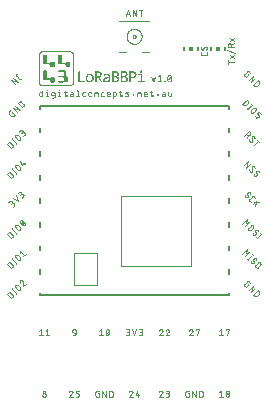
<source format=gbr>
G04 EAGLE Gerber RS-274X export*
G75*
%MOMM*%
%FSLAX34Y34*%
%LPD*%
%INSilkscreen Top*%
%IPPOS*%
%AMOC8*
5,1,8,0,0,1.08239X$1,22.5*%
G01*
%ADD10C,0.101600*%
%ADD11R,0.150000X0.300000*%
%ADD12R,0.300000X0.300000*%
%ADD13C,0.076200*%
%ADD14C,0.050800*%
%ADD15C,0.025400*%
%ADD16C,0.127000*%

G36*
X453351Y490519D02*
X453351Y490519D01*
X453352Y490518D01*
X453881Y490544D01*
X453885Y490547D01*
X453888Y490545D01*
X454408Y490643D01*
X454411Y490647D01*
X454415Y490645D01*
X454915Y490817D01*
X454918Y490821D01*
X454922Y490819D01*
X455393Y491060D01*
X455395Y491064D01*
X455399Y491063D01*
X455822Y491360D01*
X455826Y491372D01*
X455832Y491370D01*
X455835Y491382D01*
X455847Y491380D01*
X456224Y491733D01*
X456225Y491738D01*
X456229Y491738D01*
X456562Y492149D01*
X456562Y492155D01*
X456566Y492155D01*
X456838Y492609D01*
X456837Y492614D01*
X456841Y492615D01*
X457047Y493103D01*
X457046Y493108D01*
X457049Y493109D01*
X457181Y493609D01*
X457172Y493631D01*
X457187Y493639D01*
X457251Y494125D01*
X457249Y494129D01*
X457252Y494131D01*
X457249Y516908D01*
X457247Y516911D01*
X457249Y516913D01*
X457194Y517440D01*
X457190Y517444D01*
X457192Y517447D01*
X457064Y517960D01*
X457059Y517963D01*
X457061Y517967D01*
X456862Y518457D01*
X456857Y518459D01*
X456859Y518463D01*
X456592Y518920D01*
X456587Y518922D01*
X456588Y518926D01*
X456261Y519341D01*
X456255Y519343D01*
X456256Y519346D01*
X455873Y519712D01*
X455868Y519713D01*
X455868Y519717D01*
X455438Y520025D01*
X455433Y520025D01*
X455432Y520029D01*
X454963Y520274D01*
X454958Y520273D01*
X454957Y520277D01*
X454458Y520453D01*
X454453Y520451D01*
X454451Y520455D01*
X453932Y520559D01*
X453927Y520557D01*
X453925Y520560D01*
X453397Y520591D01*
X453395Y520590D01*
X453394Y520591D01*
X431147Y520591D01*
X431145Y520590D01*
X431145Y520591D01*
X430616Y520572D01*
X430612Y520568D01*
X430609Y520571D01*
X430088Y520480D01*
X430084Y520476D01*
X430081Y520479D01*
X429577Y520316D01*
X429574Y520312D01*
X429571Y520313D01*
X429095Y520081D01*
X429093Y520077D01*
X429089Y520078D01*
X428651Y519782D01*
X428649Y519777D01*
X428645Y519778D01*
X428252Y519423D01*
X428251Y519418D01*
X428247Y519418D01*
X427907Y519013D01*
X427907Y519008D01*
X427903Y519007D01*
X427623Y518558D01*
X427623Y518555D01*
X427624Y518553D01*
X427620Y518552D01*
X427405Y518068D01*
X427406Y518065D01*
X427403Y518062D01*
X427259Y517552D01*
X427261Y517548D01*
X427258Y517546D01*
X427187Y517021D01*
X427190Y517017D01*
X427187Y517015D01*
X427180Y494238D01*
X427182Y494235D01*
X427180Y494233D01*
X427230Y493706D01*
X427234Y493702D01*
X427232Y493699D01*
X427356Y493185D01*
X427360Y493181D01*
X427358Y493178D01*
X427553Y492686D01*
X427558Y492684D01*
X427556Y492680D01*
X427820Y492221D01*
X427824Y492219D01*
X427823Y492215D01*
X428148Y491797D01*
X428153Y491796D01*
X428153Y491792D01*
X428532Y491423D01*
X428537Y491423D01*
X428538Y491419D01*
X428965Y491106D01*
X428970Y491107D01*
X428970Y491103D01*
X429437Y490853D01*
X429442Y490854D01*
X429443Y490850D01*
X429940Y490668D01*
X429945Y490670D01*
X429947Y490666D01*
X430465Y490556D01*
X430469Y490558D01*
X430471Y490555D01*
X430999Y490518D01*
X431002Y490520D01*
X431003Y490518D01*
X453350Y490518D01*
X453351Y490519D01*
G37*
%LPC*%
G36*
X431024Y491548D02*
X431024Y491548D01*
X430504Y491593D01*
X430004Y491733D01*
X429538Y491964D01*
X429123Y492277D01*
X428773Y492661D01*
X428499Y493103D01*
X428313Y493588D01*
X428221Y494100D01*
X428212Y516342D01*
X428215Y516903D01*
X428288Y517419D01*
X428456Y517911D01*
X428713Y518362D01*
X429049Y518759D01*
X429452Y519087D01*
X429908Y519335D01*
X430403Y519493D01*
X430920Y519557D01*
X453164Y519558D01*
X453689Y519547D01*
X454201Y519453D01*
X454685Y519264D01*
X455125Y518989D01*
X455507Y518636D01*
X455817Y518219D01*
X456043Y517751D01*
X456178Y517249D01*
X456219Y516728D01*
X456219Y494484D01*
X456194Y493961D01*
X456077Y493454D01*
X455868Y492979D01*
X455573Y492551D01*
X455211Y492190D01*
X455210Y492184D01*
X455208Y492185D01*
X455206Y492177D01*
X455199Y492180D01*
X454775Y491892D01*
X454299Y491685D01*
X453792Y491571D01*
X453268Y491548D01*
X431024Y491548D01*
G37*
%LPD*%
G36*
X499000Y493994D02*
X499000Y493994D01*
X499001Y493993D01*
X499527Y494007D01*
X499530Y494009D01*
X499531Y494008D01*
X500056Y494063D01*
X500058Y494066D01*
X500060Y494064D01*
X500576Y494171D01*
X500579Y494174D01*
X500582Y494172D01*
X501082Y494339D01*
X501085Y494343D01*
X501088Y494341D01*
X501559Y494578D01*
X501562Y494584D01*
X501566Y494583D01*
X501986Y494900D01*
X501988Y494907D01*
X501993Y494907D01*
X502343Y495300D01*
X502344Y495308D01*
X502350Y495308D01*
X502606Y495768D01*
X502605Y495776D01*
X502611Y495778D01*
X502757Y496283D01*
X502754Y496290D01*
X502759Y496293D01*
X502802Y496818D01*
X502799Y496823D01*
X502802Y496825D01*
X502780Y497160D01*
X502775Y497165D01*
X502778Y497169D01*
X502647Y497678D01*
X502640Y497684D01*
X502642Y497691D01*
X502379Y498146D01*
X502371Y498150D01*
X502372Y498156D01*
X502005Y498533D01*
X501996Y498534D01*
X501996Y498541D01*
X501547Y498814D01*
X501539Y498814D01*
X501537Y498819D01*
X501126Y498962D01*
X501263Y499070D01*
X501266Y499080D01*
X501275Y499078D01*
X501276Y499082D01*
X501279Y499081D01*
X501718Y499348D01*
X501721Y499357D01*
X501728Y499356D01*
X502087Y499740D01*
X502088Y499750D01*
X502095Y499751D01*
X502328Y500223D01*
X502326Y500230D01*
X502330Y500233D01*
X502332Y500234D01*
X502444Y500748D01*
X502441Y500755D01*
X502445Y500758D01*
X502454Y501284D01*
X502450Y501290D01*
X502453Y501293D01*
X502363Y501812D01*
X502356Y501818D01*
X502359Y501824D01*
X502142Y502302D01*
X502133Y502307D01*
X502134Y502314D01*
X501787Y502708D01*
X501777Y502710D01*
X501777Y502717D01*
X501336Y503003D01*
X501328Y503003D01*
X501326Y503008D01*
X500834Y503195D01*
X500829Y503193D01*
X500827Y503197D01*
X500312Y503308D01*
X500308Y503306D01*
X500307Y503309D01*
X499783Y503364D01*
X499780Y503363D01*
X499779Y503364D01*
X499252Y503379D01*
X499251Y503378D01*
X499251Y503379D01*
X497141Y503379D01*
X497139Y503377D01*
X497138Y503379D01*
X496647Y503343D01*
X496602Y503303D01*
X496607Y503298D01*
X496601Y503294D01*
X496601Y494330D01*
X496615Y494311D01*
X496612Y494298D01*
X496852Y494011D01*
X496882Y494004D01*
X496890Y493993D01*
X498999Y493993D01*
X499000Y493994D01*
G37*
G36*
X491728Y493994D02*
X491728Y493994D01*
X491728Y493993D01*
X492255Y494007D01*
X492258Y494009D01*
X492259Y494008D01*
X492783Y494063D01*
X492786Y494066D01*
X492788Y494064D01*
X493304Y494170D01*
X493307Y494174D01*
X493310Y494172D01*
X493809Y494339D01*
X493812Y494344D01*
X493816Y494342D01*
X494286Y494578D01*
X494289Y494584D01*
X494294Y494582D01*
X494715Y494898D01*
X494717Y494905D01*
X494722Y494905D01*
X495070Y495300D01*
X495071Y495307D01*
X495077Y495308D01*
X495333Y495767D01*
X495332Y495775D01*
X495338Y495778D01*
X495481Y496284D01*
X495479Y496290D01*
X495483Y496293D01*
X495526Y496818D01*
X495523Y496822D01*
X495526Y496825D01*
X495505Y497148D01*
X495501Y497153D01*
X495504Y497156D01*
X495376Y497667D01*
X495369Y497673D01*
X495372Y497679D01*
X495116Y498138D01*
X495107Y498142D01*
X495108Y498148D01*
X494742Y498525D01*
X494733Y498527D01*
X494732Y498533D01*
X494284Y498809D01*
X494277Y498808D01*
X494275Y498813D01*
X493860Y498961D01*
X493986Y499067D01*
X493988Y499076D01*
X493995Y499074D01*
X493996Y499079D01*
X494000Y499077D01*
X494439Y499344D01*
X494442Y499353D01*
X494449Y499352D01*
X494808Y499735D01*
X494809Y499746D01*
X494816Y499747D01*
X495050Y500218D01*
X495048Y500227D01*
X495054Y500229D01*
X495167Y500743D01*
X495164Y500749D01*
X495169Y500752D01*
X495178Y501279D01*
X495174Y501284D01*
X495178Y501288D01*
X495088Y501806D01*
X495082Y501813D01*
X495085Y501818D01*
X494869Y502297D01*
X494860Y502302D01*
X494861Y502310D01*
X494515Y502705D01*
X494506Y502707D01*
X494505Y502714D01*
X494065Y503001D01*
X494057Y503000D01*
X494055Y503005D01*
X493563Y503193D01*
X493558Y503192D01*
X493556Y503195D01*
X493041Y503307D01*
X493038Y503305D01*
X493036Y503308D01*
X492512Y503364D01*
X492510Y503362D01*
X492508Y503364D01*
X491982Y503379D01*
X491981Y503378D01*
X491980Y503379D01*
X489871Y503379D01*
X489869Y503377D01*
X489868Y503379D01*
X489376Y503343D01*
X489332Y503304D01*
X489336Y503298D01*
X489331Y503294D01*
X489331Y494331D01*
X489345Y494313D01*
X489342Y494300D01*
X489580Y494011D01*
X489610Y494004D01*
X489618Y493993D01*
X491727Y493993D01*
X491728Y493994D01*
G37*
G36*
X439792Y493778D02*
X439792Y493778D01*
X439796Y493781D01*
X439798Y493778D01*
X440375Y493849D01*
X440391Y493865D01*
X440404Y493864D01*
X440798Y494271D01*
X440801Y494295D01*
X440810Y494302D01*
X440812Y494304D01*
X440822Y494887D01*
X440822Y494888D01*
X440812Y497805D01*
X440799Y497822D01*
X440802Y497834D01*
X440472Y498288D01*
X440450Y498294D01*
X440445Y498306D01*
X439888Y498464D01*
X439879Y498461D01*
X439875Y498466D01*
X438709Y498472D01*
X438707Y498471D01*
X438707Y498472D01*
X438124Y498454D01*
X438122Y498452D01*
X438121Y498452D01*
X438115Y498448D01*
X438110Y498451D01*
X437560Y498274D01*
X437547Y498254D01*
X437534Y498253D01*
X437229Y497782D01*
X436883Y497387D01*
X436324Y497354D01*
X435160Y497354D01*
X434599Y497384D01*
X434238Y497746D01*
X434222Y498308D01*
X434210Y503558D01*
X434195Y503577D01*
X434198Y503590D01*
X433847Y504008D01*
X433823Y504014D01*
X433817Y504025D01*
X433246Y504113D01*
X433241Y504111D01*
X433238Y504114D01*
X431488Y504110D01*
X431481Y504105D01*
X431476Y504109D01*
X430915Y503968D01*
X430901Y503950D01*
X430888Y503951D01*
X430549Y503511D01*
X430549Y503495D01*
X430540Y503489D01*
X430543Y503485D01*
X430539Y503481D01*
X430516Y496481D01*
X430531Y496461D01*
X430529Y496448D01*
X430903Y496044D01*
X430926Y496039D01*
X430933Y496028D01*
X431510Y495961D01*
X431514Y495963D01*
X431516Y495961D01*
X436183Y495961D01*
X436747Y495928D01*
X437163Y495625D01*
X437199Y495069D01*
X437201Y494488D01*
X437210Y494475D01*
X437206Y494466D01*
X437446Y493962D01*
X437472Y493949D01*
X437477Y493936D01*
X438028Y493775D01*
X438038Y493779D01*
X438042Y493773D01*
X439792Y493778D01*
G37*
G36*
X452881Y506907D02*
X452881Y506907D01*
X452884Y506910D01*
X452887Y506907D01*
X453462Y506981D01*
X453479Y506998D01*
X453492Y506997D01*
X453870Y507413D01*
X453871Y507425D01*
X453879Y507431D01*
X453873Y507438D01*
X453882Y507445D01*
X453896Y508028D01*
X453895Y508028D01*
X453896Y508029D01*
X453883Y510944D01*
X453870Y510961D01*
X453873Y510973D01*
X453536Y511424D01*
X453515Y511430D01*
X453510Y511442D01*
X452950Y511591D01*
X452942Y511587D01*
X452938Y511593D01*
X451772Y511598D01*
X451771Y511597D01*
X451770Y511598D01*
X451188Y511578D01*
X451180Y511571D01*
X451174Y511575D01*
X450626Y511396D01*
X450612Y511376D01*
X450599Y511374D01*
X450305Y510895D01*
X449954Y510508D01*
X449394Y510477D01*
X448231Y510477D01*
X447671Y510507D01*
X447317Y510876D01*
X447301Y511438D01*
X447293Y516686D01*
X447278Y516706D01*
X447281Y516719D01*
X446924Y517133D01*
X446901Y517139D01*
X446894Y517150D01*
X446323Y517234D01*
X446318Y517232D01*
X446316Y517235D01*
X444566Y517231D01*
X444559Y517225D01*
X444554Y517229D01*
X443995Y517088D01*
X443980Y517070D01*
X443967Y517070D01*
X443640Y516623D01*
X443640Y516601D01*
X443630Y516594D01*
X443620Y510179D01*
X443605Y509599D01*
X443621Y509577D01*
X443619Y509563D01*
X444001Y509165D01*
X444025Y509161D01*
X444032Y509150D01*
X444611Y509096D01*
X444614Y509097D01*
X444615Y509095D01*
X449279Y509095D01*
X449842Y509057D01*
X450254Y508747D01*
X450293Y508192D01*
X450295Y507611D01*
X450304Y507599D01*
X450299Y507590D01*
X450532Y507084D01*
X450559Y507069D01*
X450564Y507057D01*
X451118Y506904D01*
X451127Y506908D01*
X451131Y506903D01*
X452881Y506907D01*
G37*
G36*
X439805Y506904D02*
X439805Y506904D01*
X439808Y506907D01*
X439811Y506904D01*
X440386Y506975D01*
X440404Y506992D01*
X440417Y506991D01*
X440791Y507409D01*
X440792Y507421D01*
X440802Y507429D01*
X440796Y507436D01*
X440804Y507441D01*
X440814Y508024D01*
X440813Y508024D01*
X440814Y508025D01*
X440801Y510939D01*
X440788Y510956D01*
X440792Y510968D01*
X440458Y511421D01*
X440435Y511428D01*
X440431Y511439D01*
X439871Y511588D01*
X439863Y511584D01*
X439859Y511590D01*
X438693Y511595D01*
X438692Y511594D01*
X438691Y511595D01*
X438109Y511577D01*
X438101Y511571D01*
X438095Y511575D01*
X437546Y511396D01*
X437533Y511377D01*
X437520Y511376D01*
X437220Y510900D01*
X436870Y510508D01*
X436311Y510477D01*
X435147Y510477D01*
X434587Y510506D01*
X434232Y510873D01*
X434216Y511435D01*
X434207Y516682D01*
X434192Y516701D01*
X434195Y516714D01*
X433844Y517131D01*
X433820Y517136D01*
X433814Y517148D01*
X433243Y517234D01*
X433238Y517232D01*
X433236Y517235D01*
X431487Y517231D01*
X431480Y517225D01*
X431475Y517229D01*
X430915Y517088D01*
X430900Y517070D01*
X430887Y517070D01*
X430560Y516622D01*
X430560Y516616D01*
X430559Y516616D01*
X430560Y516615D01*
X430560Y516600D01*
X430550Y516593D01*
X430532Y509598D01*
X430547Y509577D01*
X430545Y509564D01*
X430923Y509165D01*
X430948Y509161D01*
X430955Y509149D01*
X431533Y509096D01*
X431536Y509097D01*
X431538Y509095D01*
X436201Y509095D01*
X436764Y509056D01*
X437176Y508745D01*
X437211Y508189D01*
X437212Y507608D01*
X437222Y507595D01*
X437217Y507586D01*
X437458Y507084D01*
X437484Y507071D01*
X437489Y507058D01*
X438042Y506902D01*
X438052Y506906D01*
X438056Y506900D01*
X439805Y506904D01*
G37*
G36*
X451130Y493855D02*
X451130Y493855D01*
X451135Y493859D01*
X451138Y493856D01*
X451713Y493952D01*
X451727Y493966D01*
X451738Y493964D01*
X452162Y494341D01*
X452168Y494367D01*
X452179Y494374D01*
X452217Y494955D01*
X452215Y494958D01*
X452217Y494959D01*
X452205Y498466D01*
X452190Y498486D01*
X452192Y498499D01*
X451821Y498913D01*
X451802Y498917D01*
X451798Y498928D01*
X451239Y499091D01*
X450712Y499277D01*
X450529Y499758D01*
X450528Y503257D01*
X450523Y503264D01*
X450527Y503269D01*
X450393Y503824D01*
X450369Y503843D01*
X450367Y503856D01*
X449856Y504114D01*
X449842Y504111D01*
X449836Y504119D01*
X449252Y504140D01*
X449251Y504139D01*
X449250Y504140D01*
X444574Y504135D01*
X444566Y504130D01*
X444561Y504134D01*
X444000Y503985D01*
X443986Y503966D01*
X443973Y503966D01*
X443647Y503519D01*
X443648Y503462D01*
X443647Y503460D01*
X443978Y503020D01*
X443998Y503014D01*
X444002Y503002D01*
X444551Y502820D01*
X444562Y502824D01*
X444567Y502818D01*
X447488Y502809D01*
X448060Y502785D01*
X448528Y502540D01*
X448567Y501991D01*
X448567Y500250D01*
X448349Y499784D01*
X447814Y499657D01*
X444897Y499645D01*
X444895Y499644D01*
X444894Y499645D01*
X444312Y499611D01*
X444303Y499603D01*
X444295Y499607D01*
X443762Y499382D01*
X443747Y499357D01*
X443734Y499353D01*
X443560Y498844D01*
X443576Y498797D01*
X443575Y498790D01*
X444015Y498429D01*
X444032Y498428D01*
X444037Y498419D01*
X444607Y498306D01*
X444614Y498309D01*
X444617Y498305D01*
X447538Y498304D01*
X448106Y498269D01*
X448544Y497983D01*
X448562Y497426D01*
X448562Y496257D01*
X448558Y495687D01*
X448280Y495252D01*
X447742Y495118D01*
X444825Y495110D01*
X444824Y495109D01*
X444823Y495110D01*
X444240Y495079D01*
X444230Y495070D01*
X444222Y495074D01*
X443701Y494825D01*
X443690Y494803D01*
X443681Y494797D01*
X443683Y494794D01*
X443674Y494788D01*
X443585Y494260D01*
X443607Y494219D01*
X443607Y494211D01*
X444093Y493905D01*
X444110Y493907D01*
X444115Y493898D01*
X444695Y493848D01*
X444698Y493850D01*
X444700Y493848D01*
X451130Y493855D01*
G37*
G36*
X470763Y493885D02*
X470763Y493885D01*
X470767Y493889D01*
X470770Y493886D01*
X471283Y493969D01*
X471292Y493979D01*
X471297Y493975D01*
X471305Y493984D01*
X471314Y493977D01*
X471809Y494137D01*
X471812Y494143D01*
X471817Y494141D01*
X472286Y494391D01*
X472289Y494397D01*
X472293Y494396D01*
X472713Y494722D01*
X472715Y494729D01*
X472720Y494728D01*
X473075Y495124D01*
X473076Y495130D01*
X473080Y495131D01*
X473364Y495581D01*
X473363Y495587D01*
X473367Y495588D01*
X473578Y496077D01*
X473577Y496081D01*
X473580Y496082D01*
X473727Y496594D01*
X473725Y496599D01*
X473728Y496600D01*
X473809Y497127D01*
X473807Y497130D01*
X473809Y497132D01*
X473835Y497664D01*
X473834Y497666D01*
X473835Y497667D01*
X473832Y497864D01*
X473831Y497866D01*
X473832Y497867D01*
X473791Y498398D01*
X473789Y498401D01*
X473791Y498403D01*
X473697Y498927D01*
X473693Y498931D01*
X473695Y498933D01*
X473536Y499442D01*
X473532Y499445D01*
X473534Y499448D01*
X473303Y499928D01*
X473297Y499931D01*
X473299Y499935D01*
X472986Y500365D01*
X472979Y500367D01*
X472979Y500372D01*
X472589Y500734D01*
X472582Y500735D01*
X472581Y500740D01*
X472127Y501016D01*
X472120Y501015D01*
X472119Y501020D01*
X471621Y501209D01*
X471616Y501207D01*
X471614Y501211D01*
X471092Y501319D01*
X471088Y501316D01*
X471086Y501320D01*
X470555Y501355D01*
X470551Y501353D01*
X470549Y501355D01*
X470017Y501328D01*
X470013Y501325D01*
X470010Y501328D01*
X469488Y501228D01*
X469484Y501223D01*
X469480Y501226D01*
X468980Y501045D01*
X468976Y501039D01*
X468972Y501041D01*
X468510Y500777D01*
X468508Y500771D01*
X468503Y500772D01*
X468093Y500433D01*
X468092Y500426D01*
X468087Y500427D01*
X467745Y500019D01*
X467745Y500013D01*
X467740Y500012D01*
X467470Y499554D01*
X467471Y499549D01*
X467469Y499548D01*
X467467Y499547D01*
X467266Y499055D01*
X467267Y499050D01*
X467263Y499048D01*
X467132Y498532D01*
X467133Y498528D01*
X467130Y498527D01*
X467062Y497999D01*
X467064Y497995D01*
X467061Y497994D01*
X467047Y497461D01*
X467049Y497459D01*
X467047Y497457D01*
X467076Y496925D01*
X467079Y496923D01*
X467077Y496921D01*
X467159Y496394D01*
X467163Y496391D01*
X467161Y496388D01*
X467309Y495877D01*
X467313Y495874D01*
X467311Y495871D01*
X467530Y495385D01*
X467535Y495382D01*
X467534Y495378D01*
X467830Y494936D01*
X467837Y494934D01*
X467836Y494929D01*
X468211Y494552D01*
X468219Y494551D01*
X468219Y494546D01*
X468663Y494253D01*
X468670Y494254D01*
X468671Y494249D01*
X469163Y494044D01*
X469169Y494046D01*
X469170Y494042D01*
X469688Y493920D01*
X469691Y493921D01*
X469692Y493920D01*
X469694Y493920D01*
X469695Y493918D01*
X470225Y493871D01*
X470229Y493873D01*
X470231Y493871D01*
X470763Y493885D01*
G37*
G36*
X476185Y494029D02*
X476185Y494029D01*
X476181Y494034D01*
X476186Y494037D01*
X476236Y494515D01*
X476234Y494518D01*
X476236Y494520D01*
X476236Y497682D01*
X476266Y498129D01*
X476745Y498129D01*
X477257Y498075D01*
X477713Y497860D01*
X478056Y497483D01*
X478306Y497028D01*
X479645Y494163D01*
X479670Y494150D01*
X479674Y494137D01*
X480112Y493996D01*
X480122Y493999D01*
X480127Y493993D01*
X481181Y493993D01*
X481185Y493996D01*
X481190Y493994D01*
X481195Y494003D01*
X481229Y494029D01*
X481216Y494046D01*
X481226Y494064D01*
X481093Y494339D01*
X479713Y497186D01*
X479711Y497187D01*
X479712Y497189D01*
X479453Y497648D01*
X479449Y497649D01*
X479450Y497652D01*
X479141Y498079D01*
X479131Y498082D01*
X479131Y498088D01*
X478752Y498390D01*
X478809Y498512D01*
X479274Y498716D01*
X479278Y498723D01*
X479283Y498721D01*
X479712Y499026D01*
X479715Y499033D01*
X479720Y499033D01*
X480075Y499422D01*
X480075Y499430D01*
X480081Y499431D01*
X480336Y499891D01*
X480335Y499899D01*
X480341Y499901D01*
X480483Y500408D01*
X480481Y500415D01*
X480485Y500418D01*
X480522Y500943D01*
X480518Y500948D01*
X480522Y500951D01*
X480467Y501475D01*
X480463Y501480D01*
X480466Y501484D01*
X480311Y501987D01*
X480304Y501993D01*
X480306Y501999D01*
X480028Y502445D01*
X480019Y502448D01*
X480019Y502455D01*
X479632Y502811D01*
X479624Y502812D01*
X479623Y502818D01*
X479162Y503072D01*
X479155Y503071D01*
X479154Y503076D01*
X478654Y503242D01*
X478649Y503240D01*
X478647Y503244D01*
X478129Y503337D01*
X478125Y503335D01*
X478124Y503338D01*
X477598Y503376D01*
X477596Y503375D01*
X477594Y503376D01*
X474958Y503379D01*
X474910Y503343D01*
X474915Y503337D01*
X474909Y503334D01*
X474869Y502846D01*
X474871Y502843D01*
X474869Y502842D01*
X474869Y494405D01*
X474878Y494393D01*
X474873Y494385D01*
X475038Y494022D01*
X475077Y494001D01*
X475083Y493993D01*
X476137Y493993D01*
X476185Y494029D01*
G37*
G36*
X505089Y494023D02*
X505089Y494023D01*
X505096Y494025D01*
X505238Y494411D01*
X505236Y494420D01*
X505240Y494423D01*
X505238Y494425D01*
X505242Y494428D01*
X505242Y497055D01*
X505439Y497329D01*
X506471Y497331D01*
X506473Y497332D01*
X506474Y497331D01*
X507001Y497363D01*
X507004Y497366D01*
X507006Y497364D01*
X507527Y497452D01*
X507530Y497456D01*
X507533Y497454D01*
X508037Y497612D01*
X508040Y497616D01*
X508043Y497614D01*
X508522Y497838D01*
X508524Y497843D01*
X508528Y497842D01*
X508966Y498137D01*
X508968Y498143D01*
X508973Y498142D01*
X509352Y498509D01*
X509353Y498515D01*
X509358Y498516D01*
X509666Y498944D01*
X509666Y498951D01*
X509671Y498952D01*
X509891Y499432D01*
X509889Y499438D01*
X509894Y499440D01*
X510026Y499951D01*
X510024Y499957D01*
X510028Y499959D01*
X510073Y500485D01*
X510071Y500488D01*
X510073Y500490D01*
X510070Y500636D01*
X510068Y500639D01*
X510070Y500641D01*
X510012Y501165D01*
X510007Y501170D01*
X510010Y501175D01*
X509852Y501678D01*
X509845Y501682D01*
X509847Y501688D01*
X509583Y502144D01*
X509576Y502147D01*
X509577Y502152D01*
X509224Y502545D01*
X509217Y502546D01*
X509216Y502552D01*
X508788Y502860D01*
X508782Y502860D01*
X508781Y502865D01*
X508304Y503092D01*
X508298Y503091D01*
X508297Y503095D01*
X507790Y503244D01*
X507786Y503242D01*
X507785Y503245D01*
X507264Y503334D01*
X507261Y503333D01*
X507260Y503335D01*
X506745Y503375D01*
X506734Y503367D01*
X506729Y503374D01*
X506722Y503369D01*
X506717Y503376D01*
X504087Y503379D01*
X504050Y503351D01*
X504041Y503349D01*
X503881Y502981D01*
X503883Y502973D01*
X503879Y502970D01*
X503882Y502965D01*
X503877Y502961D01*
X503877Y494505D01*
X503880Y494501D01*
X503877Y494498D01*
X503944Y494035D01*
X503986Y493994D01*
X503989Y493997D01*
X503992Y493993D01*
X505049Y493993D01*
X505089Y494023D01*
G37*
G36*
X484749Y493905D02*
X484749Y493905D01*
X484754Y493910D01*
X484757Y493907D01*
X485273Y494035D01*
X485277Y494040D01*
X485281Y494037D01*
X485768Y494251D01*
X485771Y494257D01*
X485775Y494255D01*
X486221Y494545D01*
X486222Y494549D01*
X486226Y494549D01*
X486570Y494842D01*
X486637Y494568D01*
X486653Y494041D01*
X486662Y494031D01*
X486660Y494017D01*
X486673Y494016D01*
X486691Y493995D01*
X486703Y494005D01*
X486708Y493999D01*
X487772Y493999D01*
X487820Y494035D01*
X487815Y494041D01*
X487822Y494045D01*
X487855Y494544D01*
X487853Y494546D01*
X487855Y494548D01*
X487855Y498806D01*
X487854Y498807D01*
X487855Y498807D01*
X487834Y499339D01*
X487830Y499344D01*
X487833Y499348D01*
X487719Y499866D01*
X487712Y499872D01*
X487714Y499878D01*
X487477Y500352D01*
X487468Y500356D01*
X487469Y500363D01*
X487111Y500754D01*
X487101Y500756D01*
X487101Y500763D01*
X486651Y501046D01*
X486643Y501045D01*
X486642Y501050D01*
X486140Y501227D01*
X486135Y501225D01*
X486133Y501229D01*
X485610Y501324D01*
X485606Y501322D01*
X485604Y501325D01*
X485073Y501355D01*
X485070Y501353D01*
X485068Y501355D01*
X484536Y501336D01*
X484534Y501334D01*
X484533Y501336D01*
X484004Y501275D01*
X484002Y501273D01*
X484001Y501274D01*
X483477Y501177D01*
X483476Y501175D01*
X483474Y501176D01*
X482959Y501044D01*
X482955Y501039D01*
X482950Y501041D01*
X482502Y500834D01*
X482481Y500795D01*
X482474Y500789D01*
X482484Y499739D01*
X482485Y499737D01*
X482484Y499735D01*
X482489Y499732D01*
X482520Y499692D01*
X482534Y499703D01*
X482550Y499693D01*
X483048Y499875D01*
X483555Y500026D01*
X484071Y500134D01*
X484595Y500193D01*
X485120Y500198D01*
X485631Y500111D01*
X486083Y499874D01*
X486392Y499473D01*
X486512Y498974D01*
X486516Y498474D01*
X486233Y498283D01*
X484651Y498270D01*
X484648Y498267D01*
X484646Y498269D01*
X484117Y498214D01*
X484114Y498211D01*
X484112Y498213D01*
X483593Y498099D01*
X483589Y498095D01*
X483585Y498097D01*
X483089Y497907D01*
X483085Y497900D01*
X483080Y497902D01*
X482634Y497614D01*
X482631Y497606D01*
X482625Y497607D01*
X482260Y497221D01*
X482259Y497211D01*
X482252Y497210D01*
X482007Y496740D01*
X482007Y496737D01*
X482005Y496735D01*
X482008Y496732D01*
X482008Y496731D01*
X482002Y496728D01*
X481890Y496209D01*
X481893Y496202D01*
X481889Y496198D01*
X481892Y495667D01*
X481897Y495661D01*
X481894Y495657D01*
X482007Y495138D01*
X482015Y495131D01*
X482012Y495125D01*
X482270Y494661D01*
X482280Y494657D01*
X482279Y494650D01*
X482662Y494283D01*
X482672Y494282D01*
X482674Y494275D01*
X483146Y494033D01*
X483155Y494035D01*
X483157Y494030D01*
X483673Y493904D01*
X483679Y493906D01*
X483681Y493902D01*
X484212Y493866D01*
X484216Y493868D01*
X484219Y493866D01*
X484749Y493905D01*
G37*
G36*
X538260Y493863D02*
X538260Y493863D01*
X538270Y493855D01*
X538275Y493861D01*
X538281Y493855D01*
X538792Y493942D01*
X538798Y493950D01*
X538804Y493946D01*
X539283Y494173D01*
X539288Y494182D01*
X539295Y494180D01*
X539694Y494529D01*
X539695Y494538D01*
X539702Y494538D01*
X540000Y494977D01*
X540000Y494984D01*
X540005Y494985D01*
X540217Y495472D01*
X540215Y495478D01*
X540219Y495479D01*
X540350Y495994D01*
X540348Y495998D01*
X540351Y495999D01*
X540422Y496526D01*
X540421Y496529D01*
X540423Y496530D01*
X540446Y497061D01*
X540444Y497064D01*
X540446Y497065D01*
X540429Y497590D01*
X540427Y497593D01*
X540429Y497594D01*
X540369Y498122D01*
X540366Y498125D01*
X540368Y498128D01*
X540248Y498645D01*
X540244Y498649D01*
X540246Y498652D01*
X540051Y499146D01*
X540045Y499150D01*
X540047Y499155D01*
X539759Y499600D01*
X539750Y499604D01*
X539751Y499610D01*
X539358Y499965D01*
X539347Y499966D01*
X539345Y499973D01*
X538862Y500190D01*
X538853Y500188D01*
X538849Y500194D01*
X538326Y500276D01*
X538319Y500272D01*
X538315Y500276D01*
X537798Y500245D01*
X537787Y500236D01*
X537783Y500240D01*
X537773Y500230D01*
X537762Y500238D01*
X537267Y500086D01*
X537261Y500078D01*
X537255Y500080D01*
X536812Y499790D01*
X536809Y499781D01*
X536802Y499781D01*
X536451Y499384D01*
X536450Y499376D01*
X536444Y499375D01*
X536192Y498908D01*
X536193Y498902D01*
X536188Y498900D01*
X536022Y498396D01*
X536024Y498392D01*
X536020Y498390D01*
X535920Y497868D01*
X535921Y497865D01*
X535919Y497864D01*
X535870Y497335D01*
X535871Y497332D01*
X535869Y497330D01*
X535867Y496799D01*
X535868Y496797D01*
X535867Y496795D01*
X535903Y496265D01*
X535905Y496262D01*
X535903Y496260D01*
X535991Y495736D01*
X535994Y495733D01*
X535992Y495730D01*
X536147Y495222D01*
X536152Y495218D01*
X536150Y495214D01*
X536388Y494740D01*
X536396Y494736D01*
X536394Y494730D01*
X536739Y494328D01*
X536749Y494326D01*
X536750Y494319D01*
X537195Y494033D01*
X537206Y494033D01*
X537208Y494027D01*
X537717Y493878D01*
X537725Y493881D01*
X537728Y493876D01*
X538245Y493853D01*
X538246Y493853D01*
X538260Y493863D01*
G37*
G36*
X466211Y494029D02*
X466211Y494029D01*
X466205Y494037D01*
X466213Y494042D01*
X466216Y495106D01*
X466180Y495154D01*
X466173Y495149D01*
X466168Y495156D01*
X465652Y495171D01*
X465651Y495171D01*
X465650Y495171D01*
X462471Y495171D01*
X462159Y495335D01*
X462159Y503285D01*
X462123Y503332D01*
X462117Y503328D01*
X462114Y503334D01*
X461627Y503379D01*
X461624Y503377D01*
X461622Y503379D01*
X461090Y503379D01*
X461069Y503363D01*
X461056Y503365D01*
X460788Y503100D01*
X460785Y503076D01*
X460776Y503069D01*
X460777Y503067D01*
X460774Y503065D01*
X460774Y494554D01*
X460775Y494552D01*
X460774Y494552D01*
X460795Y494040D01*
X460832Y493995D01*
X460839Y494000D01*
X460844Y493993D01*
X466164Y493993D01*
X466211Y494029D01*
G37*
%LPC*%
G36*
X469995Y495048D02*
X469995Y495048D01*
X469504Y495211D01*
X469084Y495511D01*
X468769Y495921D01*
X468563Y496400D01*
X468447Y496911D01*
X468402Y497436D01*
X468413Y497963D01*
X468487Y498483D01*
X468636Y498984D01*
X468884Y499441D01*
X469240Y499817D01*
X469686Y500076D01*
X470191Y500192D01*
X470711Y500187D01*
X471215Y500064D01*
X471663Y499808D01*
X472014Y499429D01*
X472253Y498967D01*
X472395Y498464D01*
X472460Y497941D01*
X472471Y497611D01*
X472441Y497085D01*
X472344Y496569D01*
X472167Y496078D01*
X471884Y495643D01*
X471496Y495301D01*
X471032Y495087D01*
X471030Y495084D01*
X471027Y495079D01*
X471022Y495084D01*
X470514Y495010D01*
X469995Y495048D01*
G37*
%LPD*%
G36*
X516897Y494025D02*
X516897Y494025D01*
X516905Y494027D01*
X517057Y494405D01*
X517054Y494418D01*
X517061Y494423D01*
X517061Y494953D01*
X517026Y494999D01*
X517026Y495001D01*
X516618Y495123D01*
X516608Y495119D01*
X516604Y495125D01*
X515050Y495125D01*
X514939Y495490D01*
X514939Y500783D01*
X514932Y500793D01*
X514936Y500799D01*
X514802Y501195D01*
X514758Y501224D01*
X514755Y501228D01*
X511574Y501228D01*
X511527Y501192D01*
X511531Y501187D01*
X511525Y501183D01*
X511482Y500696D01*
X511484Y500693D01*
X511482Y500692D01*
X511482Y500162D01*
X511518Y500114D01*
X511525Y500120D01*
X511531Y500113D01*
X513595Y500105D01*
X513595Y499916D01*
X513589Y495187D01*
X513174Y495125D01*
X511587Y495125D01*
X511569Y495111D01*
X511556Y495114D01*
X511262Y494879D01*
X511256Y494855D01*
X511245Y494847D01*
X511248Y494843D01*
X511243Y494840D01*
X511243Y494310D01*
X511260Y494288D01*
X511258Y494275D01*
X511523Y494010D01*
X511550Y494007D01*
X511558Y493996D01*
X516859Y493996D01*
X516897Y494025D01*
G37*
G36*
X490550Y480279D02*
X490550Y480279D01*
X490550Y480287D01*
X490558Y480287D01*
X490854Y480673D01*
X490854Y480691D01*
X490862Y480697D01*
X490861Y480700D01*
X490864Y480702D01*
X490868Y481762D01*
X490938Y482003D01*
X491293Y481717D01*
X491309Y481717D01*
X491313Y481707D01*
X491828Y481593D01*
X491838Y481597D01*
X491842Y481597D01*
X491847Y481592D01*
X492368Y481683D01*
X492379Y481695D01*
X492388Y481692D01*
X492821Y481999D01*
X492822Y482003D01*
X492824Y482002D01*
X493225Y482354D01*
X493227Y482362D01*
X493232Y482362D01*
X493547Y482783D01*
X493547Y482801D01*
X493557Y482806D01*
X493628Y483330D01*
X493626Y483334D01*
X493629Y483337D01*
X493625Y484404D01*
X493617Y484414D01*
X493622Y484421D01*
X493432Y484914D01*
X493420Y484922D01*
X493421Y484931D01*
X493041Y485304D01*
X493039Y485304D01*
X493039Y485306D01*
X492635Y485654D01*
X492625Y485655D01*
X492624Y485661D01*
X492150Y485890D01*
X492134Y485887D01*
X492128Y485895D01*
X491610Y485891D01*
X491596Y485880D01*
X491591Y485885D01*
X491587Y485882D01*
X491579Y485882D01*
X491572Y485877D01*
X491565Y485881D01*
X491101Y485659D01*
X491100Y485656D01*
X491098Y485657D01*
X490837Y485510D01*
X490597Y485882D01*
X490558Y485897D01*
X490550Y485904D01*
X490334Y485880D01*
X490308Y485856D01*
X490295Y485853D01*
X490070Y485414D01*
X490071Y485406D01*
X490066Y485403D01*
X490071Y485396D01*
X490064Y485391D01*
X490075Y480591D01*
X490096Y480564D01*
X490096Y480550D01*
X490491Y480276D01*
X490550Y480279D01*
G37*
G36*
X429560Y481756D02*
X429560Y481756D01*
X429569Y481763D01*
X429575Y481758D01*
X430072Y481914D01*
X430078Y481923D01*
X430085Y481921D01*
X430423Y482157D01*
X430652Y481791D01*
X430707Y481770D01*
X430710Y481776D01*
X430716Y481773D01*
X431144Y481989D01*
X431161Y482025D01*
X431171Y482032D01*
X431188Y482556D01*
X431187Y482557D01*
X431188Y482557D01*
X431187Y486768D01*
X431175Y486783D01*
X431179Y486794D01*
X430922Y487197D01*
X430888Y487210D01*
X430881Y487219D01*
X430873Y487219D01*
X430873Y487220D01*
X430628Y487180D01*
X430603Y487153D01*
X430590Y487150D01*
X430404Y486694D01*
X430405Y486692D01*
X430403Y486690D01*
X430406Y486686D01*
X430407Y486681D01*
X430400Y486676D01*
X430396Y485631D01*
X430313Y485403D01*
X429937Y485665D01*
X429921Y485664D01*
X429917Y485673D01*
X429412Y485750D01*
X429398Y485742D01*
X429389Y485752D01*
X429384Y485747D01*
X429380Y485752D01*
X428866Y485747D01*
X428859Y485741D01*
X428853Y485741D01*
X428849Y485744D01*
X428362Y485562D01*
X428355Y485551D01*
X428347Y485553D01*
X427948Y485210D01*
X427945Y485198D01*
X427937Y485197D01*
X427684Y484742D01*
X427687Y484727D01*
X427678Y484721D01*
X427645Y484198D01*
X427647Y484196D01*
X427645Y484195D01*
X427646Y483142D01*
X427650Y483137D01*
X427647Y483134D01*
X427733Y482620D01*
X427746Y482608D01*
X427743Y482598D01*
X428064Y482188D01*
X428073Y482186D01*
X428073Y482179D01*
X428493Y481866D01*
X428508Y481866D01*
X428512Y481857D01*
X429024Y481753D01*
X429031Y481756D01*
X429034Y481752D01*
X429560Y481756D01*
G37*
G36*
X440067Y480296D02*
X440067Y480296D01*
X440070Y480294D01*
X440594Y480350D01*
X440605Y480361D01*
X440615Y480357D01*
X441061Y480637D01*
X441064Y480645D01*
X441070Y480645D01*
X441437Y481025D01*
X441439Y481042D01*
X441448Y481045D01*
X441594Y481549D01*
X441591Y481558D01*
X441594Y481560D01*
X441594Y481561D01*
X441596Y481563D01*
X441597Y485279D01*
X441586Y485293D01*
X441591Y485303D01*
X441351Y485730D01*
X441296Y485754D01*
X441293Y485747D01*
X441286Y485751D01*
X440859Y485541D01*
X440634Y485483D01*
X440189Y485724D01*
X440174Y485721D01*
X440169Y485729D01*
X439641Y485765D01*
X439599Y485737D01*
X439593Y485736D01*
X439284Y485034D01*
X439285Y485030D01*
X439282Y485027D01*
X439288Y485019D01*
X439298Y484976D01*
X439318Y484981D01*
X439330Y484965D01*
X439849Y484972D01*
X440287Y484748D01*
X440674Y484416D01*
X440799Y483953D01*
X440733Y483468D01*
X440353Y483129D01*
X439933Y482851D01*
X439430Y482849D01*
X439010Y483082D01*
X438846Y483527D01*
X438859Y484558D01*
X439220Y484911D01*
X439223Y484934D01*
X439234Y484941D01*
X439318Y485706D01*
X439315Y485712D01*
X439318Y485717D01*
X439308Y485723D01*
X439287Y485758D01*
X439276Y485751D01*
X439269Y485760D01*
X439266Y485760D01*
X439257Y485753D01*
X439250Y485758D01*
X438762Y485562D01*
X438756Y485552D01*
X438748Y485554D01*
X438346Y485208D01*
X438343Y485196D01*
X438335Y485194D01*
X438086Y484732D01*
X438088Y484717D01*
X438080Y484712D01*
X438049Y484184D01*
X438051Y484182D01*
X438049Y484181D01*
X438051Y483650D01*
X438052Y483649D01*
X438051Y483648D01*
X438078Y483119D01*
X438087Y483107D01*
X438083Y483099D01*
X438327Y482634D01*
X438339Y482628D01*
X438339Y482619D01*
X438743Y482276D01*
X438755Y482275D01*
X438757Y482268D01*
X439244Y482070D01*
X439256Y482074D01*
X439261Y482067D01*
X439791Y482054D01*
X439797Y482058D01*
X439800Y482055D01*
X440320Y482140D01*
X440331Y482151D01*
X440340Y482148D01*
X440719Y482414D01*
X440799Y482188D01*
X440800Y481678D01*
X440571Y481266D01*
X440124Y481090D01*
X439072Y481086D01*
X439067Y481083D01*
X439064Y481086D01*
X438553Y481005D01*
X438512Y480962D01*
X438513Y480962D01*
X438512Y480961D01*
X438466Y480484D01*
X438497Y480434D01*
X438500Y480436D01*
X438502Y480432D01*
X438989Y480296D01*
X438998Y480299D01*
X439003Y480294D01*
X440064Y480293D01*
X440067Y480296D01*
G37*
%LPC*%
G36*
X505244Y498587D02*
X505244Y498587D01*
X505244Y502200D01*
X505692Y502230D01*
X506735Y502222D01*
X506743Y502228D01*
X506747Y502222D01*
X506751Y502225D01*
X506753Y502221D01*
X507259Y502150D01*
X507747Y501982D01*
X508171Y501696D01*
X508478Y501290D01*
X508633Y500802D01*
X508662Y500431D01*
X508612Y499916D01*
X508443Y499433D01*
X508127Y499033D01*
X507697Y498756D01*
X507206Y498593D01*
X506691Y498521D01*
X505642Y498510D01*
X505244Y498587D01*
G37*
%LPD*%
G36*
X456817Y481768D02*
X456817Y481768D01*
X456823Y481767D01*
X457182Y482083D01*
X457189Y482113D01*
X457199Y482122D01*
X457103Y484782D01*
X457096Y484791D01*
X457100Y484798D01*
X456912Y485291D01*
X456897Y485300D01*
X456898Y485311D01*
X456496Y485651D01*
X456479Y485652D01*
X456474Y485662D01*
X455957Y485764D01*
X455951Y485760D01*
X455948Y485765D01*
X455416Y485765D01*
X454964Y485766D01*
X454957Y485761D01*
X454952Y485765D01*
X454463Y485641D01*
X454426Y485594D01*
X454431Y485591D01*
X454427Y485587D01*
X454490Y485109D01*
X454530Y485068D01*
X454531Y485067D01*
X455043Y484987D01*
X455048Y484990D01*
X455050Y484987D01*
X456087Y484976D01*
X456322Y484605D01*
X456222Y484298D01*
X455729Y484316D01*
X455728Y484315D01*
X455727Y484316D01*
X454662Y484316D01*
X454652Y484308D01*
X454645Y484312D01*
X454151Y484126D01*
X454142Y484111D01*
X454132Y484112D01*
X453782Y483717D01*
X453781Y483699D01*
X453771Y483695D01*
X453659Y483181D01*
X453663Y483172D01*
X453658Y483168D01*
X453679Y482637D01*
X453689Y482626D01*
X453684Y482617D01*
X453925Y482149D01*
X453940Y482142D01*
X453941Y482131D01*
X454366Y481841D01*
X454385Y481842D01*
X454387Y481833D01*
X454403Y481838D01*
X454411Y481824D01*
X454922Y481764D01*
X454926Y481766D01*
X454928Y481763D01*
X455461Y481764D01*
X455464Y481767D01*
X455466Y481764D01*
X455986Y481824D01*
X455997Y481834D01*
X456005Y481830D01*
X456436Y482075D01*
X456757Y481768D01*
X456816Y481762D01*
X456817Y481768D01*
G37*
G36*
X534857Y481769D02*
X534857Y481769D01*
X534863Y481767D01*
X535233Y482074D01*
X535241Y482105D01*
X535251Y482113D01*
X535198Y483712D01*
X535197Y483713D01*
X535198Y483713D01*
X535143Y484778D01*
X535136Y484787D01*
X535140Y484793D01*
X534959Y485288D01*
X534944Y485298D01*
X534945Y485309D01*
X534544Y485651D01*
X534526Y485652D01*
X534521Y485662D01*
X534004Y485764D01*
X533998Y485760D01*
X533995Y485765D01*
X533461Y485765D01*
X533015Y485766D01*
X533008Y485761D01*
X533003Y485765D01*
X532512Y485643D01*
X532488Y485613D01*
X532484Y485611D01*
X532485Y485610D01*
X532474Y485597D01*
X532479Y485594D01*
X532475Y485590D01*
X532530Y485113D01*
X532571Y485070D01*
X533085Y484987D01*
X533090Y484990D01*
X533093Y484987D01*
X534133Y484979D01*
X534375Y484610D01*
X534284Y484294D01*
X532723Y484310D01*
X532713Y484302D01*
X532706Y484307D01*
X532208Y484133D01*
X532198Y484118D01*
X532187Y484119D01*
X531835Y483726D01*
X531834Y483709D01*
X531824Y483704D01*
X531712Y483189D01*
X531716Y483180D01*
X531711Y483176D01*
X531731Y482644D01*
X531741Y482633D01*
X531736Y482624D01*
X531972Y482152D01*
X531987Y482144D01*
X531988Y482133D01*
X532412Y481841D01*
X532431Y481842D01*
X532433Y481834D01*
X532449Y481838D01*
X532457Y481824D01*
X532970Y481764D01*
X532973Y481766D01*
X532975Y481763D01*
X533509Y481764D01*
X533512Y481767D01*
X533514Y481765D01*
X534036Y481824D01*
X534046Y481834D01*
X534055Y481831D01*
X534485Y482077D01*
X534797Y481770D01*
X534856Y481762D01*
X534857Y481769D01*
G37*
G36*
X532114Y494087D02*
X532114Y494087D01*
X532109Y494095D01*
X532116Y494100D01*
X532119Y494624D01*
X532102Y494647D01*
X532103Y494661D01*
X531827Y494911D01*
X531802Y494914D01*
X531794Y494924D01*
X530785Y494924D01*
X530743Y495356D01*
X530743Y500093D01*
X530721Y500121D01*
X530721Y500134D01*
X530404Y500344D01*
X530380Y500342D01*
X530372Y500352D01*
X529858Y500298D01*
X529849Y500289D01*
X529840Y500293D01*
X527979Y499311D01*
X527969Y499290D01*
X527963Y499285D01*
X527965Y499282D01*
X527954Y499257D01*
X527960Y499254D01*
X527957Y499248D01*
X528166Y498765D01*
X528196Y498748D01*
X528201Y498736D01*
X528553Y498662D01*
X528574Y498673D01*
X528586Y498667D01*
X529499Y499160D01*
X529733Y499131D01*
X529733Y495002D01*
X529344Y494918D01*
X528296Y494918D01*
X528249Y494882D01*
X528250Y494881D01*
X528248Y494880D01*
X528148Y494453D01*
X528158Y494431D01*
X528153Y494419D01*
X528338Y494077D01*
X528374Y494061D01*
X528381Y494051D01*
X532067Y494051D01*
X532114Y494087D01*
G37*
%LPC*%
G36*
X490913Y495160D02*
X490913Y495160D01*
X490701Y495417D01*
X490701Y498016D01*
X490927Y498260D01*
X491958Y498260D01*
X492479Y498225D01*
X492984Y498115D01*
X493448Y497906D01*
X493456Y497908D01*
X493456Y497901D01*
X493830Y497567D01*
X494046Y497110D01*
X494086Y496778D01*
X494027Y496269D01*
X493821Y495807D01*
X493448Y495467D01*
X492975Y495272D01*
X492465Y495182D01*
X491943Y495160D01*
X490913Y495160D01*
G37*
%LPD*%
%LPC*%
G36*
X498187Y495160D02*
X498187Y495160D01*
X497977Y495420D01*
X497977Y498019D01*
X498206Y498260D01*
X499238Y498260D01*
X499757Y498224D01*
X500263Y498112D01*
X500727Y497904D01*
X500735Y497906D01*
X500735Y497899D01*
X501107Y497562D01*
X501323Y497104D01*
X501362Y496778D01*
X501302Y496269D01*
X501094Y495808D01*
X500723Y495467D01*
X500249Y495273D01*
X499739Y495182D01*
X499217Y495160D01*
X498187Y495160D01*
G37*
%LPD*%
G36*
X488046Y481757D02*
X488046Y481757D01*
X488071Y481775D01*
X488084Y481775D01*
X488392Y482145D01*
X488395Y482204D01*
X488386Y482205D01*
X488387Y482214D01*
X488026Y482531D01*
X488002Y482532D01*
X487996Y482541D01*
X487995Y482541D01*
X487994Y482543D01*
X486401Y482548D01*
X485938Y482691D01*
X485686Y483054D01*
X485962Y483216D01*
X488081Y483222D01*
X488108Y483242D01*
X488121Y483242D01*
X488403Y483630D01*
X488403Y483651D01*
X488413Y483659D01*
X488417Y484192D01*
X488415Y484194D01*
X488417Y484195D01*
X488382Y484725D01*
X488372Y484737D01*
X488376Y484746D01*
X488119Y485206D01*
X488108Y485211D01*
X488108Y485220D01*
X487703Y485566D01*
X487690Y485566D01*
X487687Y485574D01*
X487191Y485755D01*
X487180Y485751D01*
X487175Y485758D01*
X486642Y485765D01*
X486634Y485759D01*
X486624Y485762D01*
X486620Y485749D01*
X486594Y485730D01*
X486608Y485710D01*
X486601Y485687D01*
X487102Y484991D01*
X487112Y484988D01*
X487112Y484981D01*
X487521Y484671D01*
X487629Y484220D01*
X487397Y483987D01*
X485847Y483987D01*
X485682Y484286D01*
X485835Y484722D01*
X486252Y484969D01*
X486772Y484971D01*
X486775Y484973D01*
X486778Y484971D01*
X486783Y484979D01*
X486819Y485007D01*
X486808Y485023D01*
X486817Y485039D01*
X486523Y485734D01*
X486478Y485760D01*
X486474Y485764D01*
X485944Y485726D01*
X485933Y485717D01*
X485925Y485721D01*
X485458Y485476D01*
X485454Y485467D01*
X485447Y485468D01*
X485064Y485099D01*
X485062Y485084D01*
X485052Y485082D01*
X484860Y484590D01*
X484864Y484577D01*
X484859Y484573D01*
X484857Y484572D01*
X484857Y482973D01*
X484864Y482963D01*
X484859Y482957D01*
X485031Y482458D01*
X485044Y482449D01*
X485043Y482438D01*
X485424Y482068D01*
X485433Y482067D01*
X485434Y482061D01*
X485894Y481803D01*
X485906Y481804D01*
X485908Y481802D01*
X485910Y481802D01*
X485914Y481797D01*
X486443Y481753D01*
X486445Y481755D01*
X486447Y481753D01*
X488046Y481757D01*
G37*
G36*
X519248Y481757D02*
X519248Y481757D01*
X519273Y481775D01*
X519286Y481775D01*
X519592Y482145D01*
X519595Y482205D01*
X519586Y482205D01*
X519587Y482213D01*
X519231Y482530D01*
X519207Y482532D01*
X519201Y482541D01*
X519200Y482541D01*
X519199Y482543D01*
X517610Y482548D01*
X517149Y482694D01*
X516901Y483055D01*
X517179Y483216D01*
X519294Y483223D01*
X519321Y483244D01*
X519334Y483245D01*
X519609Y483638D01*
X519608Y483654D01*
X519616Y483660D01*
X519614Y483663D01*
X519618Y483666D01*
X519619Y484198D01*
X519618Y484200D01*
X519619Y484201D01*
X519591Y484731D01*
X519581Y484743D01*
X519585Y484752D01*
X519325Y485209D01*
X519313Y485214D01*
X519314Y485223D01*
X518909Y485567D01*
X518896Y485568D01*
X518894Y485576D01*
X518398Y485755D01*
X518387Y485752D01*
X518382Y485758D01*
X517850Y485765D01*
X517842Y485759D01*
X517833Y485762D01*
X517829Y485749D01*
X517802Y485730D01*
X517817Y485710D01*
X517810Y485687D01*
X518304Y484992D01*
X518315Y484988D01*
X518315Y484981D01*
X518722Y484670D01*
X518834Y484220D01*
X518603Y483987D01*
X517056Y483987D01*
X516891Y484284D01*
X517038Y484721D01*
X517455Y484969D01*
X517973Y484971D01*
X517976Y484973D01*
X517979Y484971D01*
X517983Y484978D01*
X518021Y485007D01*
X518009Y485022D01*
X518019Y485039D01*
X517734Y485734D01*
X517688Y485761D01*
X517685Y485764D01*
X517156Y485724D01*
X517146Y485715D01*
X517137Y485718D01*
X516673Y485471D01*
X516669Y485462D01*
X516662Y485463D01*
X516279Y485096D01*
X516277Y485081D01*
X516267Y485078D01*
X516081Y484586D01*
X516083Y484577D01*
X516079Y484573D01*
X516081Y484571D01*
X516077Y484568D01*
X516076Y482972D01*
X516083Y482963D01*
X516079Y482957D01*
X516243Y482457D01*
X516257Y482448D01*
X516255Y482438D01*
X516631Y482066D01*
X516640Y482065D01*
X516641Y482058D01*
X517100Y481802D01*
X517112Y481804D01*
X517113Y481802D01*
X517117Y481802D01*
X517120Y481796D01*
X517648Y481753D01*
X517651Y481755D01*
X517652Y481753D01*
X519248Y481757D01*
G37*
G36*
X524987Y494068D02*
X524987Y494068D01*
X525000Y494066D01*
X525313Y494387D01*
X525315Y494401D01*
X525324Y494403D01*
X526878Y498358D01*
X526878Y498360D01*
X526879Y498361D01*
X527028Y498824D01*
X527027Y498825D01*
X527028Y498826D01*
X527026Y498828D01*
X527008Y498880D01*
X526991Y498874D01*
X526981Y498888D01*
X526450Y498888D01*
X526438Y498879D01*
X526429Y498884D01*
X526026Y498699D01*
X526013Y498675D01*
X526000Y498672D01*
X524892Y495684D01*
X524892Y495682D01*
X524891Y495682D01*
X524742Y495227D01*
X524647Y495264D01*
X524487Y495746D01*
X524486Y495747D01*
X524487Y495748D01*
X523385Y498738D01*
X523356Y498757D01*
X523351Y498769D01*
X522902Y498886D01*
X522893Y498883D01*
X522889Y498888D01*
X522358Y498888D01*
X522356Y498886D01*
X522353Y498888D01*
X522349Y498881D01*
X522310Y498852D01*
X522317Y498844D01*
X522314Y498842D01*
X522320Y498834D01*
X522312Y498821D01*
X524052Y494368D01*
X524066Y494359D01*
X524066Y494348D01*
X524402Y494063D01*
X524426Y494062D01*
X524434Y494051D01*
X524965Y494051D01*
X524987Y494068D01*
G37*
G36*
X471461Y481734D02*
X471461Y481734D01*
X471466Y481730D01*
X471969Y481855D01*
X471979Y481866D01*
X471988Y481864D01*
X472395Y482192D01*
X472397Y482201D01*
X472403Y482201D01*
X472712Y482617D01*
X472712Y482635D01*
X472721Y482640D01*
X472795Y483154D01*
X472792Y483159D01*
X472795Y483161D01*
X472796Y484209D01*
X472794Y484211D01*
X472796Y484212D01*
X472758Y484733D01*
X472748Y484745D01*
X472751Y484754D01*
X472489Y485200D01*
X472478Y485205D01*
X472479Y485212D01*
X472086Y485557D01*
X472074Y485557D01*
X472072Y485565D01*
X471589Y485758D01*
X471577Y485754D01*
X471571Y485762D01*
X471048Y485765D01*
X471000Y485729D01*
X471006Y485722D01*
X470998Y485716D01*
X470995Y485020D01*
X471031Y484973D01*
X471038Y484978D01*
X471043Y484971D01*
X471546Y484954D01*
X471920Y484642D01*
X471981Y484154D01*
X471982Y483122D01*
X471766Y482710D01*
X471331Y482526D01*
X470824Y482526D01*
X470364Y482649D01*
X470071Y483018D01*
X470066Y484048D01*
X470087Y484547D01*
X470422Y484890D01*
X470908Y484971D01*
X470948Y485015D01*
X470938Y485024D01*
X470946Y485036D01*
X470715Y485728D01*
X470666Y485761D01*
X470662Y485756D01*
X470657Y485760D01*
X470151Y485644D01*
X470142Y485633D01*
X470133Y485636D01*
X469711Y485331D01*
X469708Y485323D01*
X469702Y485323D01*
X469368Y484926D01*
X469367Y484909D01*
X469357Y484904D01*
X469254Y484396D01*
X469257Y484389D01*
X469253Y484386D01*
X469252Y483339D01*
X469253Y483338D01*
X469252Y483337D01*
X469269Y482815D01*
X469278Y482804D01*
X469274Y482795D01*
X469496Y482325D01*
X469508Y482319D01*
X469507Y482310D01*
X469898Y481963D01*
X469910Y481962D01*
X469911Y481954D01*
X470388Y481748D01*
X470402Y481752D01*
X470407Y481744D01*
X471453Y481728D01*
X471461Y481734D01*
G37*
G36*
X502703Y481758D02*
X502703Y481758D01*
X502705Y481756D01*
X503227Y481810D01*
X503238Y481820D01*
X503247Y481817D01*
X503693Y482090D01*
X503699Y482106D01*
X503709Y482107D01*
X503973Y482558D01*
X503971Y482574D01*
X503978Y482579D01*
X503977Y482580D01*
X503979Y482581D01*
X503991Y483103D01*
X503981Y483118D01*
X503985Y483128D01*
X503740Y483589D01*
X503726Y483595D01*
X503725Y483605D01*
X503300Y483909D01*
X503293Y483909D01*
X503291Y483914D01*
X501845Y484554D01*
X501432Y484755D01*
X501626Y484985D01*
X502656Y484985D01*
X503157Y484924D01*
X503596Y484701D01*
X503655Y484712D01*
X503654Y484716D01*
X503659Y484716D01*
X503936Y485104D01*
X503934Y485164D01*
X503933Y485164D01*
X503933Y485165D01*
X503603Y485559D01*
X503586Y485563D01*
X503583Y485574D01*
X503094Y485762D01*
X503082Y485758D01*
X503076Y485765D01*
X501494Y485767D01*
X501485Y485760D01*
X501479Y485765D01*
X500985Y485608D01*
X500973Y485591D01*
X500961Y485591D01*
X500642Y485181D01*
X500642Y485172D01*
X500635Y485167D01*
X500640Y485160D01*
X500631Y485154D01*
X500597Y484637D01*
X500608Y484619D01*
X500604Y484608D01*
X500869Y484161D01*
X500885Y484154D01*
X500887Y484143D01*
X501344Y483886D01*
X501347Y483886D01*
X501348Y483884D01*
X502790Y483241D01*
X503185Y482982D01*
X503061Y482590D01*
X502580Y482540D01*
X501539Y482545D01*
X501086Y482778D01*
X501063Y482774D01*
X501054Y482783D01*
X500591Y482684D01*
X500552Y482639D01*
X500558Y482634D01*
X500552Y482628D01*
X500631Y482161D01*
X500653Y482141D01*
X500654Y482127D01*
X501104Y481858D01*
X501117Y481859D01*
X501121Y481851D01*
X501636Y481757D01*
X501642Y481760D01*
X501645Y481756D01*
X502700Y481755D01*
X502703Y481758D01*
G37*
%LPC*%
G36*
X490872Y499406D02*
X490872Y499406D01*
X490698Y499703D01*
X490698Y501795D01*
X490753Y502215D01*
X492287Y502203D01*
X492798Y502124D01*
X493270Y501931D01*
X493623Y501579D01*
X493766Y501095D01*
X493771Y500727D01*
X493654Y500232D01*
X493351Y499834D01*
X493351Y499832D01*
X493350Y499829D01*
X493346Y499830D01*
X492914Y499570D01*
X492416Y499442D01*
X491896Y499406D01*
X490872Y499406D01*
G37*
%LPD*%
%LPC*%
G36*
X498139Y499406D02*
X498139Y499406D01*
X497974Y499712D01*
X497974Y501804D01*
X498038Y502215D01*
X499574Y502202D01*
X500084Y502121D01*
X500553Y501924D01*
X500904Y501568D01*
X501044Y501083D01*
X501046Y500722D01*
X500922Y500229D01*
X500619Y499830D01*
X500619Y499828D01*
X500618Y499825D01*
X500615Y499826D01*
X500181Y499568D01*
X499682Y499441D01*
X499163Y499406D01*
X498139Y499406D01*
G37*
%LPD*%
%LPC*%
G36*
X476233Y499558D02*
X476233Y499558D01*
X476233Y502142D01*
X476634Y502215D01*
X477157Y502215D01*
X477679Y502201D01*
X478184Y502102D01*
X478636Y501870D01*
X478956Y501483D01*
X479092Y500994D01*
X479103Y500782D01*
X479033Y500276D01*
X478789Y499833D01*
X478402Y499513D01*
X478400Y499505D01*
X478395Y499508D01*
X477922Y499325D01*
X477410Y499249D01*
X476389Y499243D01*
X476233Y499558D01*
G37*
%LPD*%
G36*
X514232Y481800D02*
X514232Y481800D01*
X514230Y481806D01*
X514236Y481808D01*
X514425Y482267D01*
X514421Y482282D01*
X514429Y482288D01*
X514359Y484420D01*
X514358Y484422D01*
X514359Y484423D01*
X514310Y484952D01*
X514300Y484964D01*
X514304Y484973D01*
X514035Y485427D01*
X514019Y485433D01*
X514018Y485444D01*
X513564Y485713D01*
X513549Y485712D01*
X513548Y485712D01*
X513543Y485720D01*
X513014Y485764D01*
X513007Y485760D01*
X513003Y485764D01*
X512478Y485694D01*
X512468Y485684D01*
X512460Y485688D01*
X512002Y485421D01*
X511666Y485272D01*
X511498Y485690D01*
X511455Y485717D01*
X511454Y485717D01*
X511447Y485721D01*
X511445Y485717D01*
X511441Y485717D01*
X511438Y485719D01*
X510970Y485576D01*
X510944Y485539D01*
X510936Y485534D01*
X510878Y485013D01*
X510881Y485009D01*
X510878Y485007D01*
X510879Y482341D01*
X510885Y482333D01*
X510881Y482327D01*
X511022Y481842D01*
X511070Y481806D01*
X511073Y481810D01*
X511076Y481806D01*
X511550Y481865D01*
X511590Y481904D01*
X511593Y481906D01*
X511685Y482415D01*
X511682Y482421D01*
X511686Y482424D01*
X511688Y484012D01*
X511895Y484402D01*
X512778Y484951D01*
X513272Y484962D01*
X513541Y484608D01*
X513619Y482492D01*
X513621Y482489D01*
X513619Y482488D01*
X513678Y481964D01*
X513709Y481931D01*
X513713Y481922D01*
X514176Y481779D01*
X514232Y481800D01*
G37*
G36*
X477814Y481797D02*
X477814Y481797D01*
X477812Y481804D01*
X477818Y481805D01*
X478010Y482263D01*
X478006Y482277D01*
X478014Y482283D01*
X477943Y484414D01*
X477942Y484416D01*
X477943Y484417D01*
X477897Y484946D01*
X477887Y484957D01*
X477891Y484966D01*
X477629Y485424D01*
X477612Y485431D01*
X477611Y485442D01*
X477157Y485711D01*
X477142Y485709D01*
X477136Y485718D01*
X476608Y485764D01*
X476601Y485760D01*
X476597Y485764D01*
X476072Y485695D01*
X476062Y485685D01*
X476054Y485689D01*
X475594Y485425D01*
X475256Y485269D01*
X475089Y485690D01*
X475038Y485721D01*
X475035Y485715D01*
X475034Y485715D01*
X475029Y485719D01*
X474561Y485573D01*
X474536Y485538D01*
X474528Y485532D01*
X474527Y485531D01*
X474469Y485010D01*
X474471Y485006D01*
X474469Y485005D01*
X474470Y482339D01*
X474476Y482331D01*
X474471Y482326D01*
X474612Y481841D01*
X474659Y481805D01*
X474662Y481808D01*
X474665Y481805D01*
X475139Y481863D01*
X475178Y481902D01*
X475181Y481903D01*
X475275Y482411D01*
X475272Y482417D01*
X475276Y482420D01*
X475279Y484007D01*
X475483Y484399D01*
X476364Y484950D01*
X476858Y484962D01*
X477132Y484611D01*
X477206Y482497D01*
X477208Y482494D01*
X477206Y482493D01*
X477265Y481970D01*
X477295Y481938D01*
X477298Y481928D01*
X477758Y481778D01*
X477814Y481797D01*
G37*
G36*
X538609Y481759D02*
X538609Y481759D01*
X538620Y481767D01*
X538627Y481762D01*
X539116Y481964D01*
X539120Y481970D01*
X539124Y481968D01*
X539534Y482230D01*
X539689Y482005D01*
X539705Y482000D01*
X539706Y481989D01*
X540138Y481761D01*
X540197Y481771D01*
X540195Y481779D01*
X540204Y481781D01*
X540443Y482206D01*
X540441Y482223D01*
X540450Y482230D01*
X540446Y485431D01*
X540426Y485457D01*
X540426Y485471D01*
X540030Y485754D01*
X539971Y485752D01*
X539971Y485744D01*
X539963Y485744D01*
X539658Y485360D01*
X539658Y485338D01*
X539648Y485330D01*
X539634Y483228D01*
X538762Y482673D01*
X538287Y482539D01*
X537846Y482670D01*
X537775Y483156D01*
X537690Y485286D01*
X537679Y485300D01*
X537682Y485310D01*
X537423Y485727D01*
X537368Y485749D01*
X537365Y485741D01*
X537357Y485744D01*
X536941Y485510D01*
X536925Y485475D01*
X536916Y485468D01*
X536909Y484937D01*
X536910Y484936D01*
X536909Y484935D01*
X536980Y482802D01*
X536986Y482795D01*
X536982Y482789D01*
X537135Y482285D01*
X537150Y482274D01*
X537148Y482263D01*
X537532Y481900D01*
X537549Y481899D01*
X537553Y481889D01*
X538063Y481753D01*
X538072Y481757D01*
X538076Y481751D01*
X538609Y481759D01*
G37*
G36*
X451019Y481723D02*
X451019Y481723D01*
X451029Y481731D01*
X451036Y481726D01*
X451520Y481907D01*
X451529Y481921D01*
X451540Y481921D01*
X451878Y482312D01*
X451879Y482330D01*
X451889Y482336D01*
X451974Y482834D01*
X451946Y482887D01*
X451512Y483085D01*
X451453Y483072D01*
X451454Y483069D01*
X451451Y483069D01*
X451175Y482675D01*
X450731Y482523D01*
X450238Y482523D01*
X449944Y482834D01*
X449944Y484865D01*
X450309Y484968D01*
X451345Y484978D01*
X451374Y485000D01*
X451387Y485001D01*
X451640Y485406D01*
X451635Y485465D01*
X451627Y485465D01*
X451627Y485472D01*
X451243Y485755D01*
X451227Y485755D01*
X451226Y485756D01*
X451221Y485756D01*
X451214Y485765D01*
X450188Y485765D01*
X449941Y485982D01*
X449940Y486482D01*
X449927Y486498D01*
X449931Y486509D01*
X449665Y486910D01*
X449608Y486930D01*
X449606Y486922D01*
X449598Y486925D01*
X449184Y486675D01*
X449171Y486642D01*
X449160Y486635D01*
X449141Y486120D01*
X449048Y485734D01*
X448585Y485631D01*
X448547Y485586D01*
X448549Y485584D01*
X448547Y485582D01*
X448556Y485110D01*
X448593Y485063D01*
X448593Y485064D01*
X448594Y485063D01*
X449056Y484956D01*
X449144Y484559D01*
X449145Y482998D01*
X449147Y482995D01*
X449145Y482993D01*
X449195Y482476D01*
X449206Y482464D01*
X449203Y482455D01*
X449482Y482020D01*
X449498Y482014D01*
X449500Y482003D01*
X449955Y481757D01*
X449970Y481759D01*
X449975Y481751D01*
X450494Y481717D01*
X450496Y481719D01*
X450497Y481717D01*
X451019Y481723D01*
G37*
G36*
X497553Y481711D02*
X497553Y481711D01*
X497555Y481709D01*
X498085Y481766D01*
X498097Y481778D01*
X498107Y481774D01*
X498549Y482067D01*
X498554Y482083D01*
X498565Y482085D01*
X498806Y482559D01*
X498802Y482581D01*
X498804Y482582D01*
X498802Y482584D01*
X498801Y482589D01*
X498807Y482601D01*
X498608Y483045D01*
X498556Y483073D01*
X498552Y483066D01*
X498544Y483070D01*
X498100Y482888D01*
X498092Y482875D01*
X498081Y482875D01*
X497768Y482521D01*
X497262Y482517D01*
X496824Y482664D01*
X496775Y483155D01*
X496773Y484739D01*
X497028Y484962D01*
X498082Y484962D01*
X498103Y484978D01*
X498116Y484976D01*
X498468Y485308D01*
X498473Y485339D01*
X498474Y485340D01*
X498473Y485340D01*
X498477Y485367D01*
X498470Y485368D01*
X498471Y485376D01*
X498159Y485747D01*
X498129Y485754D01*
X498121Y485765D01*
X497063Y485765D01*
X496774Y485956D01*
X496771Y486466D01*
X496759Y486481D01*
X496763Y486492D01*
X496497Y486909D01*
X496462Y486922D01*
X496457Y486929D01*
X496451Y486929D01*
X496448Y486927D01*
X496441Y486930D01*
X496437Y486920D01*
X496427Y486923D01*
X496019Y486645D01*
X496009Y486613D01*
X495998Y486605D01*
X495981Y486078D01*
X495847Y485717D01*
X495387Y485567D01*
X495353Y485518D01*
X495358Y485514D01*
X495354Y485509D01*
X495458Y485035D01*
X495498Y485001D01*
X495500Y484997D01*
X495981Y484940D01*
X495983Y482839D01*
X495988Y482833D01*
X495984Y482828D01*
X496103Y482311D01*
X496117Y482300D01*
X496115Y482289D01*
X496474Y481899D01*
X496491Y481896D01*
X496495Y481885D01*
X496998Y481718D01*
X497009Y481722D01*
X497013Y481716D01*
X497549Y481709D01*
X497553Y481711D01*
G37*
G36*
X523546Y481720D02*
X523546Y481720D01*
X523548Y481718D01*
X524077Y481776D01*
X524089Y481787D01*
X524099Y481784D01*
X524541Y482074D01*
X524547Y482091D01*
X524558Y482093D01*
X524801Y482564D01*
X524796Y482590D01*
X524797Y482590D01*
X524796Y482591D01*
X524795Y482595D01*
X524802Y482607D01*
X524600Y483052D01*
X524548Y483081D01*
X524543Y483073D01*
X524536Y483077D01*
X524097Y482891D01*
X524090Y482878D01*
X524080Y482879D01*
X523761Y482529D01*
X523255Y482526D01*
X522820Y482674D01*
X522768Y483163D01*
X522768Y484745D01*
X523029Y484962D01*
X524083Y484962D01*
X524103Y484978D01*
X524116Y484976D01*
X524469Y485310D01*
X524479Y485369D01*
X524471Y485370D01*
X524473Y485378D01*
X524155Y485748D01*
X524127Y485754D01*
X524126Y485756D01*
X524125Y485756D01*
X524118Y485765D01*
X523061Y485765D01*
X522769Y485954D01*
X522767Y486463D01*
X522756Y486478D01*
X522760Y486489D01*
X522502Y486909D01*
X522446Y486930D01*
X522443Y486921D01*
X522433Y486924D01*
X522017Y486656D01*
X522005Y486624D01*
X521994Y486617D01*
X521974Y486089D01*
X521845Y485723D01*
X521386Y485576D01*
X521351Y485527D01*
X521357Y485524D01*
X521352Y485519D01*
X521451Y485044D01*
X521491Y485009D01*
X521493Y485005D01*
X521974Y484947D01*
X521977Y482848D01*
X521982Y482842D01*
X521978Y482837D01*
X522100Y482321D01*
X522113Y482309D01*
X522111Y482299D01*
X522467Y481906D01*
X522485Y481903D01*
X522488Y481893D01*
X522991Y481725D01*
X523002Y481728D01*
X523006Y481722D01*
X523542Y481717D01*
X523546Y481720D01*
G37*
G36*
X461492Y481745D02*
X461492Y481745D01*
X461498Y481740D01*
X461964Y481904D01*
X461997Y481954D01*
X461993Y481956D01*
X461996Y481960D01*
X461906Y482425D01*
X461866Y482461D01*
X461864Y482465D01*
X461361Y482530D01*
X461026Y482671D01*
X461023Y486832D01*
X461007Y486852D01*
X461010Y486866D01*
X460688Y487211D01*
X460660Y487216D01*
X460652Y487227D01*
X460128Y487232D01*
X460127Y487232D01*
X459603Y487232D01*
X459583Y487217D01*
X459570Y487219D01*
X459217Y486901D01*
X459212Y486877D01*
X459206Y486873D01*
X459210Y486867D01*
X459205Y486843D01*
X459212Y486842D01*
X459210Y486835D01*
X459497Y486452D01*
X459529Y486443D01*
X459537Y486432D01*
X460035Y486431D01*
X460224Y486151D01*
X460224Y482544D01*
X459761Y482529D01*
X459757Y482525D01*
X459753Y482525D01*
X459750Y482523D01*
X459746Y482526D01*
X459282Y482362D01*
X459249Y482312D01*
X459253Y482309D01*
X459250Y482305D01*
X459352Y481841D01*
X459391Y481808D01*
X459394Y481803D01*
X459903Y481738D01*
X459907Y481740D01*
X459909Y481737D01*
X461482Y481737D01*
X461492Y481745D01*
G37*
G36*
X482727Y481717D02*
X482727Y481717D01*
X482742Y481729D01*
X482754Y481725D01*
X483161Y481993D01*
X483181Y482049D01*
X483173Y482052D01*
X483176Y482059D01*
X482925Y482475D01*
X482891Y482488D01*
X482884Y482499D01*
X481291Y482517D01*
X480887Y482829D01*
X480517Y483182D01*
X480471Y483689D01*
X480473Y484204D01*
X480808Y484583D01*
X481201Y484920D01*
X481705Y484975D01*
X482775Y484979D01*
X482793Y484993D01*
X482805Y484989D01*
X483189Y485281D01*
X483205Y485339D01*
X483197Y485341D01*
X483199Y485349D01*
X482915Y485745D01*
X482883Y485754D01*
X482875Y485765D01*
X481802Y485760D01*
X481801Y485759D01*
X481800Y485760D01*
X481265Y485734D01*
X481257Y485727D01*
X481251Y485731D01*
X480749Y485559D01*
X480741Y485547D01*
X480732Y485549D01*
X479922Y484848D01*
X479919Y484834D01*
X479910Y484832D01*
X479678Y484355D01*
X479681Y484342D01*
X479675Y484337D01*
X479676Y484336D01*
X479674Y484334D01*
X479659Y483263D01*
X479666Y483254D01*
X479661Y483248D01*
X479817Y482742D01*
X479831Y482732D01*
X479829Y482722D01*
X480200Y482338D01*
X480204Y482337D01*
X480203Y482334D01*
X480613Y481988D01*
X480622Y481988D01*
X480623Y481982D01*
X481097Y481745D01*
X481112Y481747D01*
X481117Y481740D01*
X481652Y481715D01*
X481653Y481716D01*
X481654Y481715D01*
X482190Y481714D01*
X482727Y481717D01*
G37*
G36*
X467132Y481714D02*
X467132Y481714D01*
X467147Y481726D01*
X467159Y481722D01*
X467565Y481992D01*
X467584Y482048D01*
X467576Y482050D01*
X467580Y482058D01*
X467327Y482471D01*
X467293Y482485D01*
X467286Y482495D01*
X465693Y482515D01*
X465287Y482825D01*
X464912Y483174D01*
X464871Y483682D01*
X464872Y484198D01*
X465197Y484580D01*
X465591Y484915D01*
X466094Y484975D01*
X467164Y484979D01*
X467181Y484993D01*
X467193Y484989D01*
X467577Y485276D01*
X467582Y485293D01*
X467594Y485333D01*
X467586Y485336D01*
X467588Y485344D01*
X467310Y485744D01*
X467277Y485755D01*
X467269Y485765D01*
X466197Y485760D01*
X466195Y485759D01*
X466195Y485760D01*
X465659Y485734D01*
X465651Y485727D01*
X465645Y485731D01*
X465144Y485558D01*
X465136Y485547D01*
X465127Y485549D01*
X464317Y484848D01*
X464314Y484834D01*
X464304Y484832D01*
X464075Y484354D01*
X464078Y484339D01*
X464075Y484337D01*
X464070Y484333D01*
X464059Y483262D01*
X464066Y483252D01*
X464061Y483246D01*
X464225Y482743D01*
X464238Y482734D01*
X464236Y482724D01*
X464606Y482338D01*
X464609Y482338D01*
X464609Y482335D01*
X465019Y481988D01*
X465027Y481988D01*
X465028Y481982D01*
X465502Y481743D01*
X465517Y481746D01*
X465522Y481738D01*
X466056Y481712D01*
X466058Y481713D01*
X466059Y481712D01*
X466595Y481711D01*
X467132Y481714D01*
G37*
%LPC*%
G36*
X483910Y495073D02*
X483910Y495073D01*
X483498Y495355D01*
X483305Y495815D01*
X483330Y496322D01*
X483558Y496771D01*
X483972Y497063D01*
X484470Y497203D01*
X484994Y497241D01*
X486056Y497241D01*
X486516Y497241D01*
X486516Y496239D01*
X486281Y495838D01*
X485875Y495530D01*
X485871Y495517D01*
X485866Y495517D01*
X485859Y495520D01*
X485414Y495260D01*
X484927Y495072D01*
X484415Y494995D01*
X483910Y495073D01*
G37*
%LPD*%
G36*
X445994Y481752D02*
X445994Y481752D01*
X446005Y481748D01*
X446416Y481998D01*
X446423Y482016D01*
X446432Y482023D01*
X446428Y482028D01*
X446438Y482053D01*
X446431Y482055D01*
X446434Y482062D01*
X446219Y482489D01*
X446184Y482506D01*
X446177Y482516D01*
X445672Y482537D01*
X445424Y482758D01*
X445419Y485366D01*
X445404Y485386D01*
X445406Y485399D01*
X445084Y485747D01*
X445056Y485752D01*
X445048Y485762D01*
X444522Y485765D01*
X444306Y485766D01*
X444302Y485763D01*
X444300Y485765D01*
X443789Y485710D01*
X443751Y485674D01*
X443746Y485672D01*
X443640Y485208D01*
X443665Y485153D01*
X443670Y485156D01*
X443671Y485151D01*
X444134Y484978D01*
X444146Y484982D01*
X444151Y484975D01*
X444628Y484971D01*
X444630Y482923D01*
X444545Y482534D01*
X444059Y482532D01*
X444055Y482528D01*
X444054Y482528D01*
X444043Y482520D01*
X444033Y482524D01*
X443626Y482270D01*
X443619Y482251D01*
X443612Y482246D01*
X443615Y482242D01*
X443605Y482214D01*
X443612Y482212D01*
X443609Y482205D01*
X443834Y481782D01*
X443869Y481766D01*
X443876Y481756D01*
X444400Y481740D01*
X444401Y481741D01*
X444401Y481740D01*
X445979Y481740D01*
X445994Y481752D01*
G37*
G36*
X435594Y481760D02*
X435594Y481760D01*
X435605Y481756D01*
X436012Y481997D01*
X436023Y482025D01*
X436032Y482031D01*
X436028Y482036D01*
X436035Y482052D01*
X436028Y482055D01*
X436031Y482062D01*
X435811Y482487D01*
X435776Y482504D01*
X435769Y482514D01*
X435266Y482534D01*
X435019Y482759D01*
X435014Y485363D01*
X434999Y485383D01*
X435002Y485396D01*
X434684Y485746D01*
X434656Y485751D01*
X434648Y485762D01*
X434123Y485765D01*
X433914Y485766D01*
X433911Y485763D01*
X433909Y485765D01*
X433397Y485715D01*
X433360Y485680D01*
X433354Y485677D01*
X433240Y485215D01*
X433263Y485160D01*
X433268Y485162D01*
X433270Y485157D01*
X433728Y484978D01*
X433741Y484982D01*
X433746Y484975D01*
X434222Y484971D01*
X434222Y482925D01*
X434133Y482542D01*
X433646Y482540D01*
X433642Y482537D01*
X433630Y482529D01*
X433620Y482532D01*
X433218Y482272D01*
X433198Y482216D01*
X433206Y482213D01*
X433202Y482206D01*
X433439Y481792D01*
X433473Y481777D01*
X433480Y481767D01*
X434002Y481749D01*
X434004Y481750D01*
X434004Y481749D01*
X435579Y481749D01*
X435594Y481760D01*
G37*
%LPC*%
G36*
X538104Y494650D02*
X538104Y494650D01*
X537620Y494780D01*
X537244Y495119D01*
X537026Y495560D01*
X537251Y495905D01*
X539345Y497463D01*
X539507Y497331D01*
X539512Y497035D01*
X539494Y496508D01*
X539418Y495989D01*
X539261Y495492D01*
X539001Y495048D01*
X538601Y494738D01*
X538107Y494650D01*
X538105Y494648D01*
X538104Y494650D01*
G37*
%LPD*%
%LPC*%
G36*
X491282Y482777D02*
X491282Y482777D01*
X490925Y483148D01*
X490870Y483649D01*
X490870Y484166D01*
X491133Y484583D01*
X491503Y484952D01*
X491734Y485106D01*
X492189Y484979D01*
X492576Y484640D01*
X492813Y484223D01*
X492814Y483186D01*
X492522Y482794D01*
X492129Y482467D01*
X491653Y482428D01*
X491282Y482777D01*
G37*
%LPD*%
%LPC*%
G36*
X536796Y497084D02*
X536796Y497084D01*
X536800Y497299D01*
X536842Y497823D01*
X536949Y498336D01*
X537139Y498819D01*
X537450Y499224D01*
X537898Y499452D01*
X537899Y499453D01*
X537900Y499452D01*
X538403Y499455D01*
X538854Y499233D01*
X539162Y498833D01*
X539245Y498413D01*
X537135Y496852D01*
X536809Y496641D01*
X536796Y497084D01*
G37*
%LPD*%
%LPC*%
G36*
X428846Y482589D02*
X428846Y482589D01*
X428488Y482921D01*
X428447Y483418D01*
X428450Y484452D01*
X428727Y484839D01*
X428939Y484965D01*
X429439Y484977D01*
X429440Y484977D01*
X429874Y484762D01*
X430257Y484434D01*
X430383Y483972D01*
X430383Y483464D01*
X430182Y483037D01*
X429797Y482709D01*
X429337Y482553D01*
X428846Y482589D01*
G37*
%LPD*%
G36*
X514201Y502187D02*
X514201Y502187D01*
X514211Y502181D01*
X514695Y502379D01*
X514705Y502395D01*
X514716Y502395D01*
X515024Y502819D01*
X515024Y502838D01*
X515033Y502844D01*
X515079Y503366D01*
X515069Y503382D01*
X515074Y503392D01*
X514848Y503863D01*
X514831Y503871D01*
X514830Y503883D01*
X514392Y504168D01*
X514377Y504167D01*
X514372Y504176D01*
X514085Y504217D01*
X514072Y504210D01*
X514065Y504215D01*
X513559Y504080D01*
X513547Y504065D01*
X513536Y504066D01*
X513179Y503683D01*
X513178Y503672D01*
X513174Y503668D01*
X513177Y503664D01*
X513167Y503659D01*
X513059Y503147D01*
X513067Y503130D01*
X513061Y503121D01*
X513228Y502625D01*
X513243Y502615D01*
X513243Y502603D01*
X513642Y502266D01*
X513661Y502265D01*
X513667Y502255D01*
X514185Y502178D01*
X514201Y502187D01*
G37*
G36*
X534431Y493966D02*
X534431Y493966D01*
X534443Y493963D01*
X534853Y494308D01*
X534857Y494323D01*
X534869Y494332D01*
X534867Y494335D01*
X534870Y494337D01*
X534965Y494865D01*
X534954Y494886D01*
X534959Y494898D01*
X534692Y495365D01*
X534670Y495374D01*
X534666Y495386D01*
X534162Y495570D01*
X534139Y495563D01*
X534128Y495570D01*
X533624Y495389D01*
X533611Y495368D01*
X533598Y495367D01*
X533331Y494901D01*
X533334Y494877D01*
X533325Y494868D01*
X533416Y494339D01*
X533433Y494323D01*
X533432Y494310D01*
X533841Y493964D01*
X533865Y493962D01*
X533873Y493952D01*
X534412Y493952D01*
X534431Y493966D01*
G37*
G36*
X528519Y482623D02*
X528519Y482623D01*
X528534Y482634D01*
X528544Y482630D01*
X528964Y482875D01*
X528972Y482894D01*
X528983Y482903D01*
X528979Y482909D01*
X528989Y482916D01*
X529008Y483439D01*
X529000Y483451D01*
X529005Y483458D01*
X528828Y483922D01*
X528793Y483944D01*
X528788Y483953D01*
X528274Y484007D01*
X528267Y484003D01*
X528264Y484007D01*
X527748Y483952D01*
X527720Y483926D01*
X527718Y483925D01*
X527707Y483922D01*
X527520Y483464D01*
X527524Y483450D01*
X527517Y483444D01*
X527533Y482920D01*
X527555Y482893D01*
X527557Y482880D01*
X527968Y482628D01*
X527987Y482630D01*
X527994Y482620D01*
X528519Y482623D01*
G37*
G36*
X507714Y482623D02*
X507714Y482623D01*
X507728Y482634D01*
X507738Y482630D01*
X508158Y482875D01*
X508166Y482894D01*
X508177Y482903D01*
X508172Y482909D01*
X508182Y482917D01*
X508195Y483440D01*
X508188Y483451D01*
X508192Y483458D01*
X508021Y483920D01*
X507986Y483943D01*
X507980Y483952D01*
X507468Y484007D01*
X507461Y484003D01*
X507457Y484007D01*
X506942Y483953D01*
X506913Y483925D01*
X506902Y483922D01*
X506719Y483463D01*
X506723Y483449D01*
X506716Y483444D01*
X506730Y482920D01*
X506752Y482893D01*
X506754Y482880D01*
X507163Y482628D01*
X507182Y482630D01*
X507189Y482620D01*
X507714Y482623D01*
G37*
%LPC*%
G36*
X532723Y482547D02*
X532723Y482547D01*
X532502Y482932D01*
X532572Y483395D01*
X533032Y483505D01*
X534093Y483504D01*
X534155Y483504D01*
X534403Y483153D01*
X534182Y482805D01*
X533742Y482550D01*
X533227Y482537D01*
X532723Y482547D01*
G37*
%LPD*%
%LPC*%
G36*
X454669Y482549D02*
X454669Y482549D01*
X454457Y482937D01*
X454529Y483399D01*
X454991Y483505D01*
X456050Y483504D01*
X456106Y483504D01*
X456350Y483150D01*
X456125Y482805D01*
X455685Y482551D01*
X455171Y482537D01*
X454669Y482549D01*
G37*
%LPD*%
G36*
X434798Y486478D02*
X434798Y486478D01*
X434830Y486507D01*
X434840Y486510D01*
X435016Y486973D01*
X435008Y486999D01*
X435015Y487011D01*
X434815Y487459D01*
X434782Y487478D01*
X434776Y487488D01*
X434466Y487525D01*
X434454Y487518D01*
X434452Y487518D01*
X434445Y487523D01*
X433973Y487367D01*
X433958Y487345D01*
X433944Y487334D01*
X433947Y487330D01*
X433939Y487326D01*
X433881Y486814D01*
X433898Y486786D01*
X433896Y486773D01*
X434243Y486448D01*
X434272Y486445D01*
X434281Y486435D01*
X434798Y486478D01*
G37*
G36*
X445207Y486486D02*
X445207Y486486D01*
X445237Y486515D01*
X445248Y486518D01*
X445415Y486986D01*
X445407Y487011D01*
X445413Y487023D01*
X445206Y487466D01*
X445173Y487483D01*
X445166Y487494D01*
X444862Y487526D01*
X444848Y487518D01*
X444840Y487523D01*
X444369Y487356D01*
X444345Y487320D01*
X444336Y487315D01*
X444284Y486799D01*
X444302Y486771D01*
X444300Y486758D01*
X444655Y486441D01*
X444684Y486439D01*
X444693Y486429D01*
X445207Y486486D01*
G37*
D10*
X477312Y230660D02*
X478159Y230660D01*
X478159Y227838D01*
X476466Y227838D01*
X476400Y227840D01*
X476335Y227846D01*
X476270Y227855D01*
X476206Y227868D01*
X476142Y227885D01*
X476080Y227906D01*
X476019Y227930D01*
X475959Y227958D01*
X475902Y227989D01*
X475846Y228024D01*
X475792Y228061D01*
X475740Y228102D01*
X475691Y228146D01*
X475645Y228192D01*
X475601Y228241D01*
X475560Y228293D01*
X475523Y228347D01*
X475488Y228403D01*
X475457Y228460D01*
X475429Y228520D01*
X475405Y228581D01*
X475384Y228643D01*
X475367Y228707D01*
X475354Y228771D01*
X475345Y228836D01*
X475339Y228901D01*
X475337Y228967D01*
X475337Y231789D01*
X475339Y231855D01*
X475345Y231920D01*
X475354Y231985D01*
X475367Y232049D01*
X475384Y232113D01*
X475405Y232175D01*
X475429Y232236D01*
X475457Y232296D01*
X475488Y232353D01*
X475523Y232409D01*
X475560Y232463D01*
X475601Y232515D01*
X475645Y232564D01*
X475691Y232610D01*
X475740Y232654D01*
X475792Y232695D01*
X475846Y232732D01*
X475901Y232767D01*
X475959Y232798D01*
X476019Y232826D01*
X476080Y232850D01*
X476142Y232871D01*
X476206Y232888D01*
X476270Y232901D01*
X476335Y232910D01*
X476400Y232916D01*
X476466Y232918D01*
X478159Y232918D01*
X481189Y232918D02*
X481189Y227838D01*
X484011Y227838D02*
X481189Y232918D01*
X484011Y232918D02*
X484011Y227838D01*
X487041Y227838D02*
X487041Y232918D01*
X488452Y232918D01*
X488526Y232916D01*
X488599Y232910D01*
X488673Y232901D01*
X488745Y232887D01*
X488817Y232870D01*
X488888Y232849D01*
X488958Y232824D01*
X489026Y232796D01*
X489093Y232764D01*
X489158Y232729D01*
X489220Y232690D01*
X489281Y232649D01*
X489340Y232604D01*
X489396Y232556D01*
X489450Y232505D01*
X489501Y232451D01*
X489549Y232395D01*
X489594Y232336D01*
X489635Y232275D01*
X489674Y232213D01*
X489709Y232148D01*
X489741Y232081D01*
X489769Y232013D01*
X489794Y231943D01*
X489815Y231872D01*
X489832Y231800D01*
X489846Y231728D01*
X489855Y231654D01*
X489861Y231581D01*
X489863Y231507D01*
X489863Y229249D01*
X489861Y229175D01*
X489855Y229102D01*
X489846Y229028D01*
X489832Y228956D01*
X489815Y228884D01*
X489794Y228813D01*
X489769Y228743D01*
X489741Y228675D01*
X489709Y228608D01*
X489674Y228543D01*
X489635Y228481D01*
X489594Y228420D01*
X489549Y228361D01*
X489501Y228305D01*
X489450Y228251D01*
X489396Y228200D01*
X489340Y228152D01*
X489281Y228107D01*
X489220Y228066D01*
X489157Y228027D01*
X489093Y227992D01*
X489026Y227960D01*
X488958Y227932D01*
X488888Y227907D01*
X488817Y227886D01*
X488745Y227869D01*
X488673Y227855D01*
X488599Y227846D01*
X488526Y227840D01*
X488452Y227838D01*
X487041Y227838D01*
X433211Y229249D02*
X433209Y229323D01*
X433203Y229396D01*
X433194Y229470D01*
X433180Y229542D01*
X433163Y229614D01*
X433142Y229685D01*
X433117Y229755D01*
X433089Y229823D01*
X433057Y229890D01*
X433022Y229955D01*
X432983Y230017D01*
X432942Y230078D01*
X432897Y230137D01*
X432849Y230193D01*
X432798Y230247D01*
X432744Y230298D01*
X432688Y230346D01*
X432629Y230391D01*
X432568Y230432D01*
X432506Y230471D01*
X432441Y230506D01*
X432374Y230538D01*
X432306Y230566D01*
X432236Y230591D01*
X432165Y230612D01*
X432093Y230629D01*
X432021Y230643D01*
X431947Y230652D01*
X431874Y230658D01*
X431800Y230660D01*
X431726Y230658D01*
X431653Y230652D01*
X431579Y230643D01*
X431507Y230629D01*
X431435Y230612D01*
X431364Y230591D01*
X431294Y230566D01*
X431226Y230538D01*
X431159Y230506D01*
X431095Y230471D01*
X431032Y230432D01*
X430971Y230391D01*
X430912Y230346D01*
X430856Y230298D01*
X430802Y230247D01*
X430751Y230193D01*
X430703Y230137D01*
X430658Y230078D01*
X430617Y230017D01*
X430578Y229955D01*
X430543Y229890D01*
X430511Y229823D01*
X430483Y229755D01*
X430458Y229685D01*
X430437Y229614D01*
X430420Y229542D01*
X430406Y229470D01*
X430397Y229396D01*
X430391Y229323D01*
X430389Y229249D01*
X430391Y229175D01*
X430397Y229102D01*
X430406Y229028D01*
X430420Y228956D01*
X430437Y228884D01*
X430458Y228813D01*
X430483Y228743D01*
X430511Y228675D01*
X430543Y228608D01*
X430578Y228544D01*
X430617Y228481D01*
X430658Y228420D01*
X430703Y228361D01*
X430751Y228305D01*
X430802Y228251D01*
X430856Y228200D01*
X430912Y228152D01*
X430971Y228107D01*
X431032Y228066D01*
X431095Y228027D01*
X431159Y227992D01*
X431226Y227960D01*
X431294Y227932D01*
X431364Y227907D01*
X431435Y227886D01*
X431507Y227869D01*
X431579Y227855D01*
X431653Y227846D01*
X431726Y227840D01*
X431800Y227838D01*
X431874Y227840D01*
X431947Y227846D01*
X432021Y227855D01*
X432093Y227869D01*
X432165Y227886D01*
X432236Y227907D01*
X432306Y227932D01*
X432374Y227960D01*
X432441Y227992D01*
X432506Y228027D01*
X432568Y228066D01*
X432629Y228107D01*
X432688Y228152D01*
X432744Y228200D01*
X432798Y228251D01*
X432849Y228305D01*
X432897Y228361D01*
X432942Y228420D01*
X432983Y228481D01*
X433022Y228544D01*
X433057Y228608D01*
X433089Y228675D01*
X433117Y228743D01*
X433142Y228813D01*
X433163Y228884D01*
X433180Y228956D01*
X433194Y229028D01*
X433203Y229102D01*
X433209Y229175D01*
X433211Y229249D01*
X432929Y231789D02*
X432927Y231855D01*
X432921Y231920D01*
X432912Y231985D01*
X432899Y232049D01*
X432882Y232113D01*
X432861Y232175D01*
X432837Y232236D01*
X432809Y232296D01*
X432778Y232354D01*
X432743Y232409D01*
X432706Y232463D01*
X432665Y232515D01*
X432621Y232564D01*
X432575Y232610D01*
X432526Y232654D01*
X432474Y232695D01*
X432420Y232732D01*
X432365Y232767D01*
X432307Y232798D01*
X432247Y232826D01*
X432186Y232850D01*
X432124Y232871D01*
X432060Y232888D01*
X431996Y232901D01*
X431931Y232910D01*
X431866Y232916D01*
X431800Y232918D01*
X431734Y232916D01*
X431669Y232910D01*
X431604Y232901D01*
X431540Y232888D01*
X431476Y232871D01*
X431414Y232850D01*
X431353Y232826D01*
X431293Y232798D01*
X431236Y232767D01*
X431180Y232732D01*
X431126Y232695D01*
X431074Y232654D01*
X431025Y232610D01*
X430979Y232564D01*
X430935Y232515D01*
X430894Y232463D01*
X430857Y232409D01*
X430822Y232354D01*
X430791Y232296D01*
X430763Y232236D01*
X430739Y232175D01*
X430718Y232113D01*
X430701Y232049D01*
X430688Y231985D01*
X430679Y231920D01*
X430673Y231855D01*
X430671Y231789D01*
X430673Y231723D01*
X430679Y231658D01*
X430688Y231593D01*
X430701Y231529D01*
X430718Y231465D01*
X430739Y231403D01*
X430763Y231342D01*
X430791Y231282D01*
X430822Y231225D01*
X430857Y231169D01*
X430894Y231115D01*
X430935Y231063D01*
X430979Y231014D01*
X431025Y230968D01*
X431074Y230924D01*
X431126Y230883D01*
X431180Y230846D01*
X431236Y230811D01*
X431293Y230780D01*
X431353Y230752D01*
X431414Y230728D01*
X431476Y230707D01*
X431540Y230690D01*
X431604Y230677D01*
X431669Y230668D01*
X431734Y230662D01*
X431800Y230660D01*
X431866Y230662D01*
X431931Y230668D01*
X431996Y230677D01*
X432060Y230690D01*
X432124Y230707D01*
X432186Y230728D01*
X432247Y230752D01*
X432307Y230780D01*
X432365Y230811D01*
X432420Y230846D01*
X432474Y230883D01*
X432526Y230924D01*
X432575Y230968D01*
X432621Y231014D01*
X432665Y231063D01*
X432706Y231115D01*
X432743Y231169D01*
X432778Y231225D01*
X432809Y231282D01*
X432837Y231342D01*
X432861Y231403D01*
X432882Y231465D01*
X432899Y231529D01*
X432912Y231593D01*
X432921Y231658D01*
X432927Y231723D01*
X432929Y231789D01*
X454598Y232918D02*
X454667Y232916D01*
X454735Y232911D01*
X454803Y232901D01*
X454871Y232888D01*
X454938Y232872D01*
X455004Y232852D01*
X455068Y232828D01*
X455131Y232801D01*
X455193Y232770D01*
X455253Y232736D01*
X455311Y232699D01*
X455367Y232659D01*
X455420Y232616D01*
X455471Y232570D01*
X455520Y232521D01*
X455566Y232470D01*
X455609Y232417D01*
X455649Y232361D01*
X455686Y232303D01*
X455720Y232243D01*
X455751Y232181D01*
X455778Y232118D01*
X455802Y232054D01*
X455822Y231988D01*
X455838Y231921D01*
X455851Y231853D01*
X455861Y231785D01*
X455866Y231717D01*
X455868Y231648D01*
X454598Y232918D02*
X454519Y232916D01*
X454440Y232910D01*
X454362Y232901D01*
X454284Y232888D01*
X454207Y232871D01*
X454131Y232850D01*
X454056Y232825D01*
X453982Y232797D01*
X453910Y232766D01*
X453839Y232731D01*
X453770Y232692D01*
X453703Y232651D01*
X453638Y232606D01*
X453575Y232558D01*
X453515Y232507D01*
X453457Y232453D01*
X453402Y232397D01*
X453350Y232338D01*
X453301Y232276D01*
X453254Y232212D01*
X453211Y232146D01*
X453171Y232078D01*
X453134Y232008D01*
X453101Y231936D01*
X453072Y231863D01*
X453045Y231789D01*
X455445Y230660D02*
X455493Y230709D01*
X455540Y230760D01*
X455583Y230814D01*
X455624Y230870D01*
X455662Y230927D01*
X455697Y230987D01*
X455729Y231048D01*
X455758Y231111D01*
X455783Y231175D01*
X455806Y231240D01*
X455825Y231307D01*
X455840Y231374D01*
X455852Y231442D01*
X455861Y231510D01*
X455866Y231579D01*
X455868Y231648D01*
X455445Y230660D02*
X453046Y227838D01*
X455868Y227838D01*
X458532Y227838D02*
X460225Y227838D01*
X460291Y227840D01*
X460356Y227846D01*
X460421Y227855D01*
X460485Y227868D01*
X460549Y227885D01*
X460611Y227906D01*
X460672Y227930D01*
X460732Y227958D01*
X460789Y227989D01*
X460845Y228024D01*
X460899Y228061D01*
X460951Y228102D01*
X461000Y228146D01*
X461046Y228192D01*
X461090Y228241D01*
X461131Y228293D01*
X461168Y228347D01*
X461203Y228402D01*
X461234Y228460D01*
X461262Y228520D01*
X461286Y228581D01*
X461307Y228643D01*
X461324Y228707D01*
X461337Y228771D01*
X461346Y228836D01*
X461352Y228901D01*
X461354Y228967D01*
X461354Y229531D01*
X461352Y229597D01*
X461346Y229662D01*
X461337Y229727D01*
X461324Y229791D01*
X461307Y229855D01*
X461286Y229917D01*
X461262Y229978D01*
X461234Y230038D01*
X461203Y230096D01*
X461168Y230151D01*
X461131Y230205D01*
X461090Y230257D01*
X461046Y230306D01*
X461000Y230352D01*
X460951Y230396D01*
X460899Y230437D01*
X460845Y230474D01*
X460790Y230509D01*
X460732Y230540D01*
X460672Y230568D01*
X460611Y230592D01*
X460549Y230613D01*
X460485Y230630D01*
X460421Y230643D01*
X460356Y230652D01*
X460291Y230658D01*
X460225Y230660D01*
X458532Y230660D01*
X458532Y232918D01*
X461354Y232918D01*
X505398Y232918D02*
X505467Y232916D01*
X505535Y232911D01*
X505603Y232901D01*
X505671Y232888D01*
X505738Y232872D01*
X505804Y232852D01*
X505868Y232828D01*
X505931Y232801D01*
X505993Y232770D01*
X506053Y232736D01*
X506111Y232699D01*
X506167Y232659D01*
X506220Y232616D01*
X506271Y232570D01*
X506320Y232521D01*
X506366Y232470D01*
X506409Y232417D01*
X506449Y232361D01*
X506486Y232303D01*
X506520Y232243D01*
X506551Y232181D01*
X506578Y232118D01*
X506602Y232054D01*
X506622Y231988D01*
X506638Y231921D01*
X506651Y231853D01*
X506661Y231785D01*
X506666Y231717D01*
X506668Y231648D01*
X505398Y232918D02*
X505319Y232916D01*
X505240Y232910D01*
X505162Y232901D01*
X505084Y232888D01*
X505007Y232871D01*
X504931Y232850D01*
X504856Y232825D01*
X504782Y232797D01*
X504710Y232766D01*
X504639Y232731D01*
X504570Y232692D01*
X504503Y232651D01*
X504438Y232606D01*
X504375Y232558D01*
X504315Y232507D01*
X504257Y232453D01*
X504202Y232397D01*
X504150Y232338D01*
X504101Y232276D01*
X504054Y232212D01*
X504011Y232146D01*
X503971Y232078D01*
X503934Y232008D01*
X503901Y231936D01*
X503872Y231863D01*
X503845Y231789D01*
X506245Y230660D02*
X506293Y230709D01*
X506340Y230760D01*
X506383Y230814D01*
X506424Y230870D01*
X506462Y230927D01*
X506497Y230987D01*
X506529Y231048D01*
X506558Y231111D01*
X506583Y231175D01*
X506606Y231240D01*
X506625Y231307D01*
X506640Y231374D01*
X506652Y231442D01*
X506661Y231510D01*
X506666Y231579D01*
X506668Y231648D01*
X506245Y230660D02*
X503846Y227838D01*
X506668Y227838D01*
X509332Y228967D02*
X510461Y232918D01*
X509332Y228967D02*
X512154Y228967D01*
X511308Y230096D02*
X511308Y227838D01*
X530798Y232918D02*
X530867Y232916D01*
X530935Y232911D01*
X531003Y232901D01*
X531071Y232888D01*
X531138Y232872D01*
X531204Y232852D01*
X531268Y232828D01*
X531331Y232801D01*
X531393Y232770D01*
X531453Y232736D01*
X531511Y232699D01*
X531567Y232659D01*
X531620Y232616D01*
X531671Y232570D01*
X531720Y232521D01*
X531766Y232470D01*
X531809Y232417D01*
X531849Y232361D01*
X531886Y232303D01*
X531920Y232243D01*
X531951Y232181D01*
X531978Y232118D01*
X532002Y232054D01*
X532022Y231988D01*
X532038Y231921D01*
X532051Y231853D01*
X532061Y231785D01*
X532066Y231717D01*
X532068Y231648D01*
X530798Y232918D02*
X530719Y232916D01*
X530640Y232910D01*
X530562Y232901D01*
X530484Y232888D01*
X530407Y232871D01*
X530331Y232850D01*
X530256Y232825D01*
X530182Y232797D01*
X530110Y232766D01*
X530039Y232731D01*
X529970Y232692D01*
X529903Y232651D01*
X529838Y232606D01*
X529775Y232558D01*
X529715Y232507D01*
X529657Y232453D01*
X529602Y232397D01*
X529550Y232338D01*
X529501Y232276D01*
X529454Y232212D01*
X529411Y232146D01*
X529371Y232078D01*
X529334Y232008D01*
X529301Y231936D01*
X529272Y231863D01*
X529245Y231789D01*
X531645Y230660D02*
X531693Y230709D01*
X531740Y230760D01*
X531783Y230814D01*
X531824Y230870D01*
X531862Y230927D01*
X531897Y230987D01*
X531929Y231048D01*
X531958Y231111D01*
X531983Y231175D01*
X532006Y231240D01*
X532025Y231307D01*
X532040Y231374D01*
X532052Y231442D01*
X532061Y231510D01*
X532066Y231579D01*
X532068Y231648D01*
X531645Y230660D02*
X529246Y227838D01*
X532068Y227838D01*
X534732Y227838D02*
X536143Y227838D01*
X536217Y227840D01*
X536290Y227846D01*
X536364Y227855D01*
X536436Y227869D01*
X536508Y227886D01*
X536579Y227907D01*
X536649Y227932D01*
X536717Y227960D01*
X536784Y227992D01*
X536849Y228027D01*
X536911Y228066D01*
X536972Y228107D01*
X537031Y228152D01*
X537087Y228200D01*
X537141Y228251D01*
X537192Y228305D01*
X537240Y228361D01*
X537285Y228420D01*
X537326Y228481D01*
X537365Y228544D01*
X537400Y228608D01*
X537432Y228675D01*
X537460Y228743D01*
X537485Y228813D01*
X537506Y228884D01*
X537523Y228956D01*
X537537Y229028D01*
X537546Y229102D01*
X537552Y229175D01*
X537554Y229249D01*
X537552Y229323D01*
X537546Y229396D01*
X537537Y229470D01*
X537523Y229542D01*
X537506Y229614D01*
X537485Y229685D01*
X537460Y229755D01*
X537432Y229823D01*
X537400Y229890D01*
X537365Y229955D01*
X537326Y230017D01*
X537285Y230078D01*
X537240Y230137D01*
X537192Y230193D01*
X537141Y230247D01*
X537087Y230298D01*
X537031Y230346D01*
X536972Y230391D01*
X536911Y230432D01*
X536849Y230471D01*
X536784Y230506D01*
X536717Y230538D01*
X536649Y230566D01*
X536579Y230591D01*
X536508Y230612D01*
X536436Y230629D01*
X536364Y230643D01*
X536290Y230652D01*
X536217Y230658D01*
X536143Y230660D01*
X536425Y232918D02*
X534732Y232918D01*
X536425Y232918D02*
X536491Y232916D01*
X536556Y232910D01*
X536621Y232901D01*
X536685Y232888D01*
X536749Y232871D01*
X536811Y232850D01*
X536872Y232826D01*
X536932Y232798D01*
X536990Y232767D01*
X537045Y232732D01*
X537099Y232695D01*
X537151Y232654D01*
X537200Y232610D01*
X537246Y232564D01*
X537290Y232515D01*
X537331Y232463D01*
X537368Y232409D01*
X537403Y232354D01*
X537434Y232296D01*
X537462Y232236D01*
X537486Y232175D01*
X537507Y232113D01*
X537524Y232049D01*
X537537Y231985D01*
X537546Y231920D01*
X537552Y231855D01*
X537554Y231789D01*
X537552Y231723D01*
X537546Y231658D01*
X537537Y231593D01*
X537524Y231529D01*
X537507Y231465D01*
X537486Y231403D01*
X537462Y231342D01*
X537434Y231282D01*
X537403Y231225D01*
X537368Y231169D01*
X537331Y231115D01*
X537290Y231063D01*
X537246Y231014D01*
X537200Y230968D01*
X537151Y230924D01*
X537099Y230883D01*
X537045Y230846D01*
X536990Y230811D01*
X536932Y230780D01*
X536872Y230752D01*
X536811Y230728D01*
X536749Y230707D01*
X536685Y230690D01*
X536621Y230677D01*
X536556Y230668D01*
X536491Y230662D01*
X536425Y230660D01*
X535297Y230660D01*
X553512Y230660D02*
X554359Y230660D01*
X554359Y227838D01*
X552666Y227838D01*
X552600Y227840D01*
X552535Y227846D01*
X552470Y227855D01*
X552406Y227868D01*
X552342Y227885D01*
X552280Y227906D01*
X552219Y227930D01*
X552159Y227958D01*
X552102Y227989D01*
X552046Y228024D01*
X551992Y228061D01*
X551940Y228102D01*
X551891Y228146D01*
X551845Y228192D01*
X551801Y228241D01*
X551760Y228293D01*
X551723Y228347D01*
X551688Y228403D01*
X551657Y228460D01*
X551629Y228520D01*
X551605Y228581D01*
X551584Y228643D01*
X551567Y228707D01*
X551554Y228771D01*
X551545Y228836D01*
X551539Y228901D01*
X551537Y228967D01*
X551537Y231789D01*
X551539Y231855D01*
X551545Y231920D01*
X551554Y231985D01*
X551567Y232049D01*
X551584Y232113D01*
X551605Y232175D01*
X551629Y232236D01*
X551657Y232296D01*
X551688Y232353D01*
X551723Y232409D01*
X551760Y232463D01*
X551801Y232515D01*
X551845Y232564D01*
X551891Y232610D01*
X551940Y232654D01*
X551992Y232695D01*
X552046Y232732D01*
X552101Y232767D01*
X552159Y232798D01*
X552219Y232826D01*
X552280Y232850D01*
X552342Y232871D01*
X552406Y232888D01*
X552470Y232901D01*
X552535Y232910D01*
X552600Y232916D01*
X552666Y232918D01*
X554359Y232918D01*
X557389Y232918D02*
X557389Y227838D01*
X560211Y227838D02*
X557389Y232918D01*
X560211Y232918D02*
X560211Y227838D01*
X563241Y227838D02*
X563241Y232918D01*
X564652Y232918D01*
X564726Y232916D01*
X564799Y232910D01*
X564873Y232901D01*
X564945Y232887D01*
X565017Y232870D01*
X565088Y232849D01*
X565158Y232824D01*
X565226Y232796D01*
X565293Y232764D01*
X565358Y232729D01*
X565420Y232690D01*
X565481Y232649D01*
X565540Y232604D01*
X565596Y232556D01*
X565650Y232505D01*
X565701Y232451D01*
X565749Y232395D01*
X565794Y232336D01*
X565835Y232275D01*
X565874Y232213D01*
X565909Y232148D01*
X565941Y232081D01*
X565969Y232013D01*
X565994Y231943D01*
X566015Y231872D01*
X566032Y231800D01*
X566046Y231728D01*
X566055Y231654D01*
X566061Y231581D01*
X566063Y231507D01*
X566063Y229249D01*
X566061Y229175D01*
X566055Y229102D01*
X566046Y229028D01*
X566032Y228956D01*
X566015Y228884D01*
X565994Y228813D01*
X565969Y228743D01*
X565941Y228675D01*
X565909Y228608D01*
X565874Y228543D01*
X565835Y228481D01*
X565794Y228420D01*
X565749Y228361D01*
X565701Y228305D01*
X565650Y228251D01*
X565596Y228200D01*
X565540Y228152D01*
X565481Y228107D01*
X565420Y228066D01*
X565357Y228027D01*
X565293Y227992D01*
X565226Y227960D01*
X565158Y227932D01*
X565088Y227907D01*
X565017Y227886D01*
X564945Y227869D01*
X564873Y227855D01*
X564799Y227846D01*
X564726Y227840D01*
X564652Y227838D01*
X563241Y227838D01*
X429057Y284988D02*
X427646Y283859D01*
X429057Y284988D02*
X429057Y279908D01*
X427646Y279908D02*
X430468Y279908D01*
X433132Y283859D02*
X434543Y284988D01*
X434543Y279908D01*
X433132Y279908D02*
X435954Y279908D01*
X456918Y282166D02*
X458611Y282166D01*
X456918Y282166D02*
X456852Y282168D01*
X456787Y282174D01*
X456722Y282183D01*
X456658Y282196D01*
X456594Y282213D01*
X456532Y282234D01*
X456471Y282258D01*
X456411Y282286D01*
X456353Y282317D01*
X456298Y282352D01*
X456244Y282389D01*
X456192Y282430D01*
X456143Y282474D01*
X456097Y282520D01*
X456053Y282569D01*
X456012Y282621D01*
X455975Y282675D01*
X455940Y282731D01*
X455909Y282788D01*
X455881Y282848D01*
X455857Y282909D01*
X455836Y282971D01*
X455819Y283035D01*
X455806Y283099D01*
X455797Y283164D01*
X455791Y283229D01*
X455789Y283295D01*
X455789Y283577D01*
X455791Y283651D01*
X455797Y283724D01*
X455806Y283798D01*
X455820Y283870D01*
X455837Y283942D01*
X455858Y284013D01*
X455883Y284083D01*
X455911Y284151D01*
X455943Y284218D01*
X455978Y284283D01*
X456017Y284345D01*
X456058Y284406D01*
X456103Y284465D01*
X456151Y284521D01*
X456202Y284575D01*
X456256Y284626D01*
X456312Y284674D01*
X456371Y284719D01*
X456432Y284760D01*
X456495Y284799D01*
X456559Y284834D01*
X456626Y284866D01*
X456694Y284894D01*
X456764Y284919D01*
X456835Y284940D01*
X456907Y284957D01*
X456979Y284971D01*
X457053Y284980D01*
X457126Y284986D01*
X457200Y284988D01*
X457274Y284986D01*
X457347Y284980D01*
X457421Y284971D01*
X457493Y284957D01*
X457565Y284940D01*
X457636Y284919D01*
X457706Y284894D01*
X457774Y284866D01*
X457841Y284834D01*
X457906Y284799D01*
X457968Y284760D01*
X458029Y284719D01*
X458088Y284674D01*
X458144Y284626D01*
X458198Y284575D01*
X458249Y284521D01*
X458297Y284465D01*
X458342Y284406D01*
X458383Y284345D01*
X458422Y284283D01*
X458457Y284218D01*
X458489Y284151D01*
X458517Y284083D01*
X458542Y284013D01*
X458563Y283942D01*
X458580Y283870D01*
X458594Y283798D01*
X458603Y283724D01*
X458609Y283651D01*
X458611Y283577D01*
X458611Y282166D01*
X458609Y282073D01*
X458603Y281980D01*
X458594Y281887D01*
X458580Y281794D01*
X458563Y281703D01*
X458542Y281612D01*
X458517Y281522D01*
X458489Y281433D01*
X458457Y281345D01*
X458421Y281259D01*
X458382Y281174D01*
X458339Y281091D01*
X458293Y281010D01*
X458243Y280931D01*
X458191Y280854D01*
X458135Y280779D01*
X458076Y280707D01*
X458014Y280637D01*
X457950Y280569D01*
X457882Y280505D01*
X457812Y280443D01*
X457740Y280384D01*
X457665Y280328D01*
X457588Y280276D01*
X457509Y280226D01*
X457428Y280180D01*
X457345Y280137D01*
X457260Y280098D01*
X457174Y280062D01*
X457086Y280030D01*
X456997Y280002D01*
X456907Y279977D01*
X456816Y279956D01*
X456725Y279939D01*
X456632Y279925D01*
X456539Y279916D01*
X456446Y279910D01*
X456353Y279908D01*
X478446Y283859D02*
X479857Y284988D01*
X479857Y279908D01*
X478446Y279908D02*
X481268Y279908D01*
X483933Y282448D02*
X483935Y282575D01*
X483941Y282701D01*
X483950Y282827D01*
X483964Y282953D01*
X483981Y283078D01*
X484002Y283203D01*
X484026Y283327D01*
X484055Y283451D01*
X484087Y283573D01*
X484123Y283695D01*
X484162Y283815D01*
X484206Y283934D01*
X484252Y284051D01*
X484303Y284168D01*
X484356Y284282D01*
X484355Y284283D02*
X484377Y284340D01*
X484402Y284397D01*
X484431Y284451D01*
X484462Y284504D01*
X484497Y284555D01*
X484534Y284604D01*
X484575Y284651D01*
X484618Y284695D01*
X484663Y284737D01*
X484711Y284775D01*
X484762Y284811D01*
X484814Y284844D01*
X484868Y284874D01*
X484924Y284900D01*
X484981Y284923D01*
X485039Y284943D01*
X485099Y284959D01*
X485159Y284972D01*
X485220Y284981D01*
X485281Y284986D01*
X485343Y284988D01*
X485405Y284986D01*
X485466Y284981D01*
X485527Y284972D01*
X485587Y284959D01*
X485647Y284943D01*
X485705Y284923D01*
X485763Y284900D01*
X485818Y284874D01*
X485872Y284844D01*
X485924Y284811D01*
X485975Y284775D01*
X486023Y284736D01*
X486068Y284695D01*
X486111Y284651D01*
X486152Y284604D01*
X486189Y284555D01*
X486224Y284504D01*
X486255Y284451D01*
X486284Y284397D01*
X486309Y284340D01*
X486331Y284283D01*
X486331Y284282D02*
X486384Y284168D01*
X486435Y284052D01*
X486481Y283934D01*
X486525Y283815D01*
X486564Y283695D01*
X486600Y283573D01*
X486632Y283451D01*
X486661Y283328D01*
X486685Y283203D01*
X486706Y283079D01*
X486723Y282953D01*
X486737Y282827D01*
X486746Y282701D01*
X486752Y282575D01*
X486754Y282448D01*
X483932Y282448D02*
X483934Y282321D01*
X483940Y282195D01*
X483949Y282069D01*
X483963Y281943D01*
X483980Y281817D01*
X484001Y281693D01*
X484025Y281568D01*
X484054Y281445D01*
X484086Y281323D01*
X484122Y281201D01*
X484161Y281081D01*
X484205Y280962D01*
X484251Y280844D01*
X484302Y280728D01*
X484355Y280613D01*
X484377Y280556D01*
X484402Y280499D01*
X484431Y280445D01*
X484462Y280392D01*
X484497Y280341D01*
X484534Y280292D01*
X484575Y280245D01*
X484618Y280201D01*
X484663Y280159D01*
X484711Y280121D01*
X484762Y280085D01*
X484814Y280052D01*
X484868Y280022D01*
X484924Y279996D01*
X484981Y279973D01*
X485039Y279953D01*
X485099Y279937D01*
X485159Y279924D01*
X485220Y279915D01*
X485281Y279910D01*
X485343Y279908D01*
X486331Y280614D02*
X486384Y280728D01*
X486435Y280844D01*
X486481Y280962D01*
X486525Y281081D01*
X486564Y281201D01*
X486600Y281323D01*
X486632Y281445D01*
X486661Y281569D01*
X486685Y281693D01*
X486706Y281817D01*
X486723Y281943D01*
X486737Y282069D01*
X486746Y282195D01*
X486752Y282321D01*
X486754Y282448D01*
X486331Y280613D02*
X486309Y280556D01*
X486284Y280499D01*
X486255Y280445D01*
X486224Y280392D01*
X486189Y280341D01*
X486152Y280292D01*
X486111Y280245D01*
X486068Y280201D01*
X486023Y280159D01*
X485975Y280121D01*
X485924Y280085D01*
X485872Y280052D01*
X485818Y280022D01*
X485762Y279996D01*
X485705Y279973D01*
X485647Y279953D01*
X485587Y279937D01*
X485527Y279924D01*
X485466Y279915D01*
X485405Y279910D01*
X485343Y279908D01*
X484214Y281037D02*
X486472Y283859D01*
X501103Y279908D02*
X502514Y279908D01*
X502588Y279910D01*
X502661Y279916D01*
X502735Y279925D01*
X502807Y279939D01*
X502879Y279956D01*
X502950Y279977D01*
X503020Y280002D01*
X503088Y280030D01*
X503155Y280062D01*
X503220Y280097D01*
X503282Y280136D01*
X503343Y280177D01*
X503402Y280222D01*
X503458Y280270D01*
X503512Y280321D01*
X503563Y280375D01*
X503611Y280431D01*
X503656Y280490D01*
X503697Y280551D01*
X503736Y280614D01*
X503771Y280678D01*
X503803Y280745D01*
X503831Y280813D01*
X503856Y280883D01*
X503877Y280954D01*
X503894Y281026D01*
X503908Y281098D01*
X503917Y281172D01*
X503923Y281245D01*
X503925Y281319D01*
X503923Y281393D01*
X503917Y281466D01*
X503908Y281540D01*
X503894Y281612D01*
X503877Y281684D01*
X503856Y281755D01*
X503831Y281825D01*
X503803Y281893D01*
X503771Y281960D01*
X503736Y282025D01*
X503697Y282087D01*
X503656Y282148D01*
X503611Y282207D01*
X503563Y282263D01*
X503512Y282317D01*
X503458Y282368D01*
X503402Y282416D01*
X503343Y282461D01*
X503282Y282502D01*
X503220Y282541D01*
X503155Y282576D01*
X503088Y282608D01*
X503020Y282636D01*
X502950Y282661D01*
X502879Y282682D01*
X502807Y282699D01*
X502735Y282713D01*
X502661Y282722D01*
X502588Y282728D01*
X502514Y282730D01*
X502796Y284988D02*
X501103Y284988D01*
X502796Y284988D02*
X502862Y284986D01*
X502927Y284980D01*
X502992Y284971D01*
X503056Y284958D01*
X503120Y284941D01*
X503182Y284920D01*
X503243Y284896D01*
X503303Y284868D01*
X503361Y284837D01*
X503416Y284802D01*
X503470Y284765D01*
X503522Y284724D01*
X503571Y284680D01*
X503617Y284634D01*
X503661Y284585D01*
X503702Y284533D01*
X503739Y284479D01*
X503774Y284424D01*
X503805Y284366D01*
X503833Y284306D01*
X503857Y284245D01*
X503878Y284183D01*
X503895Y284119D01*
X503908Y284055D01*
X503917Y283990D01*
X503923Y283925D01*
X503925Y283859D01*
X503923Y283793D01*
X503917Y283728D01*
X503908Y283663D01*
X503895Y283599D01*
X503878Y283535D01*
X503857Y283473D01*
X503833Y283412D01*
X503805Y283352D01*
X503774Y283295D01*
X503739Y283239D01*
X503702Y283185D01*
X503661Y283133D01*
X503617Y283084D01*
X503571Y283038D01*
X503522Y282994D01*
X503470Y282953D01*
X503416Y282916D01*
X503361Y282881D01*
X503303Y282850D01*
X503243Y282822D01*
X503182Y282798D01*
X503120Y282777D01*
X503056Y282760D01*
X502992Y282747D01*
X502927Y282738D01*
X502862Y282732D01*
X502796Y282730D01*
X501667Y282730D01*
X506307Y284988D02*
X508000Y279908D01*
X509693Y284988D01*
X512075Y279908D02*
X513486Y279908D01*
X513560Y279910D01*
X513633Y279916D01*
X513707Y279925D01*
X513779Y279939D01*
X513851Y279956D01*
X513922Y279977D01*
X513992Y280002D01*
X514060Y280030D01*
X514127Y280062D01*
X514192Y280097D01*
X514254Y280136D01*
X514315Y280177D01*
X514374Y280222D01*
X514430Y280270D01*
X514484Y280321D01*
X514535Y280375D01*
X514583Y280431D01*
X514628Y280490D01*
X514669Y280551D01*
X514708Y280614D01*
X514743Y280678D01*
X514775Y280745D01*
X514803Y280813D01*
X514828Y280883D01*
X514849Y280954D01*
X514866Y281026D01*
X514880Y281098D01*
X514889Y281172D01*
X514895Y281245D01*
X514897Y281319D01*
X514895Y281393D01*
X514889Y281466D01*
X514880Y281540D01*
X514866Y281612D01*
X514849Y281684D01*
X514828Y281755D01*
X514803Y281825D01*
X514775Y281893D01*
X514743Y281960D01*
X514708Y282025D01*
X514669Y282087D01*
X514628Y282148D01*
X514583Y282207D01*
X514535Y282263D01*
X514484Y282317D01*
X514430Y282368D01*
X514374Y282416D01*
X514315Y282461D01*
X514254Y282502D01*
X514192Y282541D01*
X514127Y282576D01*
X514060Y282608D01*
X513992Y282636D01*
X513922Y282661D01*
X513851Y282682D01*
X513779Y282699D01*
X513707Y282713D01*
X513633Y282722D01*
X513560Y282728D01*
X513486Y282730D01*
X513769Y284988D02*
X512075Y284988D01*
X513769Y284988D02*
X513835Y284986D01*
X513900Y284980D01*
X513965Y284971D01*
X514029Y284958D01*
X514093Y284941D01*
X514155Y284920D01*
X514216Y284896D01*
X514276Y284868D01*
X514334Y284837D01*
X514389Y284802D01*
X514443Y284765D01*
X514495Y284724D01*
X514544Y284680D01*
X514590Y284634D01*
X514634Y284585D01*
X514675Y284533D01*
X514712Y284479D01*
X514747Y284424D01*
X514778Y284366D01*
X514806Y284306D01*
X514830Y284245D01*
X514851Y284183D01*
X514868Y284119D01*
X514881Y284055D01*
X514890Y283990D01*
X514896Y283925D01*
X514898Y283859D01*
X514896Y283793D01*
X514890Y283728D01*
X514881Y283663D01*
X514868Y283599D01*
X514851Y283535D01*
X514830Y283473D01*
X514806Y283412D01*
X514778Y283352D01*
X514747Y283295D01*
X514712Y283239D01*
X514675Y283185D01*
X514634Y283133D01*
X514590Y283084D01*
X514544Y283038D01*
X514495Y282994D01*
X514443Y282953D01*
X514389Y282916D01*
X514334Y282881D01*
X514276Y282850D01*
X514216Y282822D01*
X514155Y282798D01*
X514093Y282777D01*
X514029Y282760D01*
X513965Y282747D01*
X513900Y282738D01*
X513835Y282732D01*
X513769Y282730D01*
X512640Y282730D01*
X530798Y284988D02*
X530867Y284986D01*
X530935Y284981D01*
X531003Y284971D01*
X531071Y284958D01*
X531138Y284942D01*
X531204Y284922D01*
X531268Y284898D01*
X531331Y284871D01*
X531393Y284840D01*
X531453Y284806D01*
X531511Y284769D01*
X531567Y284729D01*
X531620Y284686D01*
X531671Y284640D01*
X531720Y284591D01*
X531766Y284540D01*
X531809Y284487D01*
X531849Y284431D01*
X531886Y284373D01*
X531920Y284313D01*
X531951Y284251D01*
X531978Y284188D01*
X532002Y284124D01*
X532022Y284058D01*
X532038Y283991D01*
X532051Y283923D01*
X532061Y283855D01*
X532066Y283787D01*
X532068Y283718D01*
X530798Y284988D02*
X530719Y284986D01*
X530640Y284980D01*
X530562Y284971D01*
X530484Y284958D01*
X530407Y284941D01*
X530331Y284920D01*
X530256Y284895D01*
X530182Y284867D01*
X530110Y284836D01*
X530039Y284801D01*
X529970Y284762D01*
X529903Y284721D01*
X529838Y284676D01*
X529775Y284628D01*
X529715Y284577D01*
X529657Y284523D01*
X529602Y284467D01*
X529550Y284408D01*
X529501Y284346D01*
X529454Y284282D01*
X529411Y284216D01*
X529371Y284148D01*
X529334Y284078D01*
X529301Y284006D01*
X529272Y283933D01*
X529245Y283859D01*
X531645Y282730D02*
X531693Y282779D01*
X531740Y282830D01*
X531783Y282884D01*
X531824Y282940D01*
X531862Y282997D01*
X531897Y283057D01*
X531929Y283118D01*
X531958Y283181D01*
X531983Y283245D01*
X532006Y283310D01*
X532025Y283377D01*
X532040Y283444D01*
X532052Y283512D01*
X532061Y283580D01*
X532066Y283649D01*
X532068Y283718D01*
X531645Y282730D02*
X529246Y279908D01*
X532068Y279908D01*
X536284Y284988D02*
X536353Y284986D01*
X536421Y284981D01*
X536489Y284971D01*
X536557Y284958D01*
X536624Y284942D01*
X536690Y284922D01*
X536754Y284898D01*
X536817Y284871D01*
X536879Y284840D01*
X536939Y284806D01*
X536997Y284769D01*
X537053Y284729D01*
X537106Y284686D01*
X537157Y284640D01*
X537206Y284591D01*
X537252Y284540D01*
X537295Y284487D01*
X537335Y284431D01*
X537372Y284373D01*
X537406Y284313D01*
X537437Y284251D01*
X537464Y284188D01*
X537488Y284124D01*
X537508Y284058D01*
X537524Y283991D01*
X537537Y283923D01*
X537547Y283855D01*
X537552Y283787D01*
X537554Y283718D01*
X536284Y284988D02*
X536205Y284986D01*
X536126Y284980D01*
X536048Y284971D01*
X535970Y284958D01*
X535893Y284941D01*
X535817Y284920D01*
X535742Y284895D01*
X535668Y284867D01*
X535596Y284836D01*
X535525Y284801D01*
X535456Y284762D01*
X535389Y284721D01*
X535324Y284676D01*
X535261Y284628D01*
X535201Y284577D01*
X535143Y284523D01*
X535088Y284467D01*
X535036Y284408D01*
X534987Y284346D01*
X534940Y284282D01*
X534897Y284216D01*
X534857Y284148D01*
X534820Y284078D01*
X534787Y284006D01*
X534758Y283933D01*
X534731Y283859D01*
X537131Y282730D02*
X537179Y282779D01*
X537226Y282830D01*
X537269Y282884D01*
X537310Y282940D01*
X537348Y282997D01*
X537383Y283057D01*
X537415Y283118D01*
X537444Y283181D01*
X537469Y283245D01*
X537492Y283310D01*
X537511Y283377D01*
X537526Y283444D01*
X537538Y283512D01*
X537547Y283580D01*
X537552Y283649D01*
X537554Y283718D01*
X537131Y282730D02*
X534732Y279908D01*
X537554Y279908D01*
X556198Y284988D02*
X556267Y284986D01*
X556335Y284981D01*
X556403Y284971D01*
X556471Y284958D01*
X556538Y284942D01*
X556604Y284922D01*
X556668Y284898D01*
X556731Y284871D01*
X556793Y284840D01*
X556853Y284806D01*
X556911Y284769D01*
X556967Y284729D01*
X557020Y284686D01*
X557071Y284640D01*
X557120Y284591D01*
X557166Y284540D01*
X557209Y284487D01*
X557249Y284431D01*
X557286Y284373D01*
X557320Y284313D01*
X557351Y284251D01*
X557378Y284188D01*
X557402Y284124D01*
X557422Y284058D01*
X557438Y283991D01*
X557451Y283923D01*
X557461Y283855D01*
X557466Y283787D01*
X557468Y283718D01*
X556198Y284988D02*
X556119Y284986D01*
X556040Y284980D01*
X555962Y284971D01*
X555884Y284958D01*
X555807Y284941D01*
X555731Y284920D01*
X555656Y284895D01*
X555582Y284867D01*
X555510Y284836D01*
X555439Y284801D01*
X555370Y284762D01*
X555303Y284721D01*
X555238Y284676D01*
X555175Y284628D01*
X555115Y284577D01*
X555057Y284523D01*
X555002Y284467D01*
X554950Y284408D01*
X554901Y284346D01*
X554854Y284282D01*
X554811Y284216D01*
X554771Y284148D01*
X554734Y284078D01*
X554701Y284006D01*
X554672Y283933D01*
X554645Y283859D01*
X557045Y282730D02*
X557093Y282779D01*
X557140Y282830D01*
X557183Y282884D01*
X557224Y282940D01*
X557262Y282997D01*
X557297Y283057D01*
X557329Y283118D01*
X557358Y283181D01*
X557383Y283245D01*
X557406Y283310D01*
X557425Y283377D01*
X557440Y283444D01*
X557452Y283512D01*
X557461Y283580D01*
X557466Y283649D01*
X557468Y283718D01*
X557045Y282730D02*
X554646Y279908D01*
X557468Y279908D01*
X560132Y284424D02*
X560132Y284988D01*
X562954Y284988D01*
X561543Y279908D01*
X580046Y283859D02*
X581457Y284988D01*
X581457Y279908D01*
X580046Y279908D02*
X582868Y279908D01*
X585532Y284424D02*
X585532Y284988D01*
X588354Y284988D01*
X586943Y279908D01*
X500961Y550418D02*
X502655Y555498D01*
X504348Y550418D01*
X503925Y551688D02*
X501385Y551688D01*
X506913Y550418D02*
X506913Y555498D01*
X509735Y550418D01*
X509735Y555498D01*
X513628Y555498D02*
X513628Y550418D01*
X512216Y555498D02*
X515039Y555498D01*
X581457Y232918D02*
X580046Y231789D01*
X581457Y232918D02*
X581457Y227838D01*
X580046Y227838D02*
X582868Y227838D01*
X585532Y229249D02*
X585534Y229323D01*
X585540Y229396D01*
X585549Y229470D01*
X585563Y229542D01*
X585580Y229614D01*
X585601Y229685D01*
X585626Y229755D01*
X585654Y229823D01*
X585686Y229890D01*
X585721Y229955D01*
X585760Y230017D01*
X585801Y230078D01*
X585846Y230137D01*
X585894Y230193D01*
X585945Y230247D01*
X585999Y230298D01*
X586055Y230346D01*
X586114Y230391D01*
X586175Y230432D01*
X586238Y230471D01*
X586302Y230506D01*
X586369Y230538D01*
X586437Y230566D01*
X586507Y230591D01*
X586578Y230612D01*
X586650Y230629D01*
X586722Y230643D01*
X586796Y230652D01*
X586869Y230658D01*
X586943Y230660D01*
X587017Y230658D01*
X587090Y230652D01*
X587164Y230643D01*
X587236Y230629D01*
X587308Y230612D01*
X587379Y230591D01*
X587449Y230566D01*
X587517Y230538D01*
X587584Y230506D01*
X587649Y230471D01*
X587711Y230432D01*
X587772Y230391D01*
X587831Y230346D01*
X587887Y230298D01*
X587941Y230247D01*
X587992Y230193D01*
X588040Y230137D01*
X588085Y230078D01*
X588126Y230017D01*
X588165Y229955D01*
X588200Y229890D01*
X588232Y229823D01*
X588260Y229755D01*
X588285Y229685D01*
X588306Y229614D01*
X588323Y229542D01*
X588337Y229470D01*
X588346Y229396D01*
X588352Y229323D01*
X588354Y229249D01*
X588352Y229175D01*
X588346Y229102D01*
X588337Y229028D01*
X588323Y228956D01*
X588306Y228884D01*
X588285Y228813D01*
X588260Y228743D01*
X588232Y228675D01*
X588200Y228608D01*
X588165Y228544D01*
X588126Y228481D01*
X588085Y228420D01*
X588040Y228361D01*
X587992Y228305D01*
X587941Y228251D01*
X587887Y228200D01*
X587831Y228152D01*
X587772Y228107D01*
X587711Y228066D01*
X587649Y228027D01*
X587584Y227992D01*
X587517Y227960D01*
X587449Y227932D01*
X587379Y227907D01*
X587308Y227886D01*
X587236Y227869D01*
X587164Y227855D01*
X587090Y227846D01*
X587017Y227840D01*
X586943Y227838D01*
X586869Y227840D01*
X586796Y227846D01*
X586722Y227855D01*
X586650Y227869D01*
X586578Y227886D01*
X586507Y227907D01*
X586437Y227932D01*
X586369Y227960D01*
X586302Y227992D01*
X586238Y228027D01*
X586175Y228066D01*
X586114Y228107D01*
X586055Y228152D01*
X585999Y228200D01*
X585945Y228251D01*
X585894Y228305D01*
X585846Y228361D01*
X585801Y228420D01*
X585760Y228481D01*
X585721Y228544D01*
X585686Y228608D01*
X585654Y228675D01*
X585626Y228743D01*
X585601Y228813D01*
X585580Y228884D01*
X585563Y228956D01*
X585549Y229028D01*
X585540Y229102D01*
X585534Y229175D01*
X585532Y229249D01*
X585814Y231789D02*
X585816Y231855D01*
X585822Y231920D01*
X585831Y231985D01*
X585844Y232049D01*
X585861Y232113D01*
X585882Y232175D01*
X585906Y232236D01*
X585934Y232296D01*
X585965Y232354D01*
X586000Y232409D01*
X586037Y232463D01*
X586078Y232515D01*
X586122Y232564D01*
X586168Y232610D01*
X586217Y232654D01*
X586269Y232695D01*
X586323Y232732D01*
X586379Y232767D01*
X586436Y232798D01*
X586496Y232826D01*
X586557Y232850D01*
X586619Y232871D01*
X586683Y232888D01*
X586747Y232901D01*
X586812Y232910D01*
X586877Y232916D01*
X586943Y232918D01*
X587009Y232916D01*
X587074Y232910D01*
X587139Y232901D01*
X587203Y232888D01*
X587267Y232871D01*
X587329Y232850D01*
X587390Y232826D01*
X587450Y232798D01*
X587508Y232767D01*
X587563Y232732D01*
X587617Y232695D01*
X587669Y232654D01*
X587718Y232610D01*
X587764Y232564D01*
X587808Y232515D01*
X587849Y232463D01*
X587886Y232409D01*
X587921Y232354D01*
X587952Y232296D01*
X587980Y232236D01*
X588004Y232175D01*
X588025Y232113D01*
X588042Y232049D01*
X588055Y231985D01*
X588064Y231920D01*
X588070Y231855D01*
X588072Y231789D01*
X588070Y231723D01*
X588064Y231658D01*
X588055Y231593D01*
X588042Y231529D01*
X588025Y231465D01*
X588004Y231403D01*
X587980Y231342D01*
X587952Y231282D01*
X587921Y231225D01*
X587886Y231169D01*
X587849Y231115D01*
X587808Y231063D01*
X587764Y231014D01*
X587718Y230968D01*
X587669Y230924D01*
X587617Y230883D01*
X587563Y230846D01*
X587508Y230811D01*
X587450Y230780D01*
X587390Y230752D01*
X587329Y230728D01*
X587267Y230707D01*
X587203Y230690D01*
X587139Y230677D01*
X587074Y230668D01*
X587009Y230662D01*
X586943Y230660D01*
X586877Y230662D01*
X586812Y230668D01*
X586747Y230677D01*
X586683Y230690D01*
X586619Y230707D01*
X586557Y230728D01*
X586496Y230752D01*
X586436Y230780D01*
X586379Y230811D01*
X586323Y230846D01*
X586269Y230883D01*
X586217Y230924D01*
X586168Y230968D01*
X586122Y231014D01*
X586078Y231063D01*
X586037Y231115D01*
X586000Y231169D01*
X585965Y231225D01*
X585934Y231282D01*
X585906Y231342D01*
X585882Y231403D01*
X585861Y231465D01*
X585844Y231529D01*
X585831Y231593D01*
X585822Y231658D01*
X585816Y231723D01*
X585814Y231789D01*
X403999Y311245D02*
X400407Y314838D01*
X401405Y315835D01*
X401459Y315886D01*
X401515Y315934D01*
X401574Y315979D01*
X401635Y316020D01*
X401698Y316059D01*
X401762Y316094D01*
X401829Y316126D01*
X401897Y316154D01*
X401967Y316179D01*
X402038Y316200D01*
X402110Y316217D01*
X402182Y316231D01*
X402256Y316240D01*
X402329Y316246D01*
X402403Y316248D01*
X402477Y316246D01*
X402550Y316240D01*
X402624Y316231D01*
X402696Y316217D01*
X402768Y316200D01*
X402839Y316179D01*
X402909Y316154D01*
X402977Y316126D01*
X403044Y316094D01*
X403108Y316059D01*
X403171Y316020D01*
X403232Y315979D01*
X403291Y315934D01*
X403347Y315886D01*
X403401Y315835D01*
X403400Y315835D02*
X404997Y314239D01*
X405048Y314185D01*
X405096Y314129D01*
X405141Y314070D01*
X405182Y314009D01*
X405221Y313947D01*
X405256Y313882D01*
X405288Y313815D01*
X405316Y313747D01*
X405341Y313677D01*
X405362Y313606D01*
X405379Y313534D01*
X405393Y313462D01*
X405402Y313388D01*
X405408Y313315D01*
X405410Y313241D01*
X405408Y313167D01*
X405402Y313094D01*
X405393Y313020D01*
X405379Y312948D01*
X405362Y312876D01*
X405341Y312805D01*
X405316Y312735D01*
X405288Y312667D01*
X405256Y312600D01*
X405221Y312536D01*
X405182Y312473D01*
X405141Y312412D01*
X405096Y312353D01*
X405048Y312297D01*
X404997Y312243D01*
X403999Y311245D01*
X408230Y315476D02*
X404638Y319068D01*
X407831Y315077D02*
X408629Y315875D01*
X405037Y319467D02*
X404238Y318669D01*
X407741Y320176D02*
X409338Y318580D01*
X407741Y320176D02*
X407690Y320230D01*
X407642Y320286D01*
X407597Y320345D01*
X407556Y320406D01*
X407517Y320469D01*
X407482Y320533D01*
X407450Y320600D01*
X407422Y320668D01*
X407397Y320738D01*
X407376Y320809D01*
X407359Y320881D01*
X407345Y320953D01*
X407336Y321027D01*
X407330Y321100D01*
X407328Y321174D01*
X407330Y321248D01*
X407336Y321321D01*
X407345Y321395D01*
X407359Y321467D01*
X407376Y321539D01*
X407397Y321610D01*
X407422Y321680D01*
X407450Y321748D01*
X407482Y321815D01*
X407517Y321880D01*
X407556Y321942D01*
X407597Y322003D01*
X407642Y322062D01*
X407690Y322118D01*
X407741Y322172D01*
X407795Y322223D01*
X407851Y322271D01*
X407910Y322316D01*
X407971Y322357D01*
X408034Y322396D01*
X408098Y322431D01*
X408165Y322463D01*
X408233Y322491D01*
X408303Y322516D01*
X408374Y322537D01*
X408446Y322554D01*
X408518Y322568D01*
X408592Y322577D01*
X408665Y322583D01*
X408739Y322585D01*
X408813Y322583D01*
X408887Y322577D01*
X408960Y322568D01*
X409032Y322554D01*
X409104Y322537D01*
X409175Y322516D01*
X409245Y322491D01*
X409313Y322463D01*
X409380Y322431D01*
X409445Y322396D01*
X409508Y322357D01*
X409568Y322316D01*
X409627Y322271D01*
X409683Y322223D01*
X409737Y322172D01*
X411333Y320575D01*
X411384Y320521D01*
X411432Y320465D01*
X411477Y320406D01*
X411518Y320345D01*
X411557Y320282D01*
X411592Y320218D01*
X411624Y320151D01*
X411652Y320083D01*
X411677Y320013D01*
X411698Y319942D01*
X411715Y319870D01*
X411729Y319798D01*
X411738Y319724D01*
X411744Y319651D01*
X411746Y319577D01*
X411744Y319503D01*
X411738Y319430D01*
X411729Y319356D01*
X411715Y319284D01*
X411698Y319212D01*
X411677Y319141D01*
X411652Y319071D01*
X411624Y319003D01*
X411592Y318936D01*
X411557Y318871D01*
X411518Y318809D01*
X411477Y318748D01*
X411432Y318689D01*
X411384Y318633D01*
X411333Y318579D01*
X411279Y318528D01*
X411223Y318480D01*
X411164Y318435D01*
X411103Y318394D01*
X411040Y318355D01*
X410976Y318320D01*
X410909Y318288D01*
X410841Y318260D01*
X410771Y318235D01*
X410700Y318214D01*
X410628Y318197D01*
X410556Y318183D01*
X410482Y318174D01*
X410409Y318168D01*
X410335Y318166D01*
X410261Y318168D01*
X410187Y318174D01*
X410114Y318183D01*
X410042Y318197D01*
X409970Y318214D01*
X409899Y318235D01*
X409829Y318260D01*
X409761Y318288D01*
X409694Y318320D01*
X409629Y318355D01*
X409566Y318394D01*
X409506Y318435D01*
X409447Y318480D01*
X409391Y318528D01*
X409337Y318579D01*
X411720Y326151D02*
X411770Y326198D01*
X411822Y326243D01*
X411877Y326284D01*
X411934Y326323D01*
X411993Y326359D01*
X412054Y326391D01*
X412116Y326420D01*
X412180Y326445D01*
X412245Y326467D01*
X412312Y326485D01*
X412379Y326500D01*
X412447Y326511D01*
X412515Y326519D01*
X412584Y326523D01*
X412652Y326523D01*
X412721Y326519D01*
X412789Y326511D01*
X412857Y326500D01*
X412924Y326485D01*
X412991Y326467D01*
X413056Y326445D01*
X413120Y326420D01*
X413182Y326391D01*
X413243Y326359D01*
X413302Y326323D01*
X413359Y326284D01*
X413414Y326243D01*
X413466Y326198D01*
X413516Y326151D01*
X411720Y326151D02*
X411666Y326094D01*
X411614Y326034D01*
X411565Y325972D01*
X411520Y325908D01*
X411477Y325841D01*
X411438Y325773D01*
X411402Y325702D01*
X411370Y325630D01*
X411341Y325557D01*
X411316Y325482D01*
X411294Y325406D01*
X411276Y325329D01*
X411262Y325252D01*
X411252Y325173D01*
X411245Y325095D01*
X411242Y325016D01*
X411243Y324937D01*
X411248Y324858D01*
X411257Y324780D01*
X411269Y324702D01*
X411285Y324624D01*
X411305Y324548D01*
X411329Y324473D01*
X411356Y324399D01*
X411386Y324326D01*
X411421Y324255D01*
X413916Y325153D02*
X413916Y325222D01*
X413912Y325291D01*
X413905Y325359D01*
X413894Y325428D01*
X413881Y325495D01*
X413863Y325562D01*
X413842Y325628D01*
X413818Y325693D01*
X413791Y325756D01*
X413761Y325818D01*
X413727Y325878D01*
X413691Y325937D01*
X413651Y325994D01*
X413609Y326048D01*
X413564Y326100D01*
X413516Y326150D01*
X413915Y325153D02*
X414215Y321461D01*
X416210Y323457D01*
X403999Y336645D02*
X400407Y340238D01*
X401405Y341235D01*
X401459Y341286D01*
X401515Y341334D01*
X401574Y341379D01*
X401635Y341420D01*
X401698Y341459D01*
X401762Y341494D01*
X401829Y341526D01*
X401897Y341554D01*
X401967Y341579D01*
X402038Y341600D01*
X402110Y341617D01*
X402182Y341631D01*
X402256Y341640D01*
X402329Y341646D01*
X402403Y341648D01*
X402477Y341646D01*
X402550Y341640D01*
X402624Y341631D01*
X402696Y341617D01*
X402768Y341600D01*
X402839Y341579D01*
X402909Y341554D01*
X402977Y341526D01*
X403044Y341494D01*
X403108Y341459D01*
X403171Y341420D01*
X403232Y341379D01*
X403291Y341334D01*
X403347Y341286D01*
X403401Y341235D01*
X403400Y341235D02*
X404997Y339639D01*
X405048Y339585D01*
X405096Y339529D01*
X405141Y339470D01*
X405182Y339409D01*
X405221Y339347D01*
X405256Y339282D01*
X405288Y339215D01*
X405316Y339147D01*
X405341Y339077D01*
X405362Y339006D01*
X405379Y338934D01*
X405393Y338862D01*
X405402Y338788D01*
X405408Y338715D01*
X405410Y338641D01*
X405408Y338567D01*
X405402Y338494D01*
X405393Y338420D01*
X405379Y338348D01*
X405362Y338276D01*
X405341Y338205D01*
X405316Y338135D01*
X405288Y338067D01*
X405256Y338000D01*
X405221Y337936D01*
X405182Y337873D01*
X405141Y337812D01*
X405096Y337753D01*
X405048Y337697D01*
X404997Y337643D01*
X403999Y336645D01*
X408230Y340876D02*
X404638Y344468D01*
X407831Y340477D02*
X408629Y341275D01*
X405037Y344867D02*
X404238Y344069D01*
X407741Y345576D02*
X409338Y343980D01*
X407741Y345576D02*
X407690Y345630D01*
X407642Y345686D01*
X407597Y345745D01*
X407556Y345806D01*
X407517Y345869D01*
X407482Y345933D01*
X407450Y346000D01*
X407422Y346068D01*
X407397Y346138D01*
X407376Y346209D01*
X407359Y346281D01*
X407345Y346353D01*
X407336Y346427D01*
X407330Y346500D01*
X407328Y346574D01*
X407330Y346648D01*
X407336Y346721D01*
X407345Y346795D01*
X407359Y346867D01*
X407376Y346939D01*
X407397Y347010D01*
X407422Y347080D01*
X407450Y347148D01*
X407482Y347215D01*
X407517Y347280D01*
X407556Y347342D01*
X407597Y347403D01*
X407642Y347462D01*
X407690Y347518D01*
X407741Y347572D01*
X407795Y347623D01*
X407851Y347671D01*
X407910Y347716D01*
X407971Y347757D01*
X408034Y347796D01*
X408098Y347831D01*
X408165Y347863D01*
X408233Y347891D01*
X408303Y347916D01*
X408374Y347937D01*
X408446Y347954D01*
X408518Y347968D01*
X408592Y347977D01*
X408665Y347983D01*
X408739Y347985D01*
X408813Y347983D01*
X408887Y347977D01*
X408960Y347968D01*
X409032Y347954D01*
X409104Y347937D01*
X409175Y347916D01*
X409245Y347891D01*
X409313Y347863D01*
X409380Y347831D01*
X409445Y347796D01*
X409508Y347757D01*
X409568Y347716D01*
X409627Y347671D01*
X409683Y347623D01*
X409737Y347572D01*
X411333Y345975D01*
X411384Y345921D01*
X411432Y345865D01*
X411477Y345806D01*
X411518Y345745D01*
X411557Y345682D01*
X411592Y345618D01*
X411624Y345551D01*
X411652Y345483D01*
X411677Y345413D01*
X411698Y345342D01*
X411715Y345270D01*
X411729Y345198D01*
X411738Y345124D01*
X411744Y345051D01*
X411746Y344977D01*
X411744Y344903D01*
X411738Y344830D01*
X411729Y344756D01*
X411715Y344684D01*
X411698Y344612D01*
X411677Y344541D01*
X411652Y344471D01*
X411624Y344403D01*
X411592Y344336D01*
X411557Y344271D01*
X411518Y344209D01*
X411477Y344148D01*
X411432Y344089D01*
X411384Y344033D01*
X411333Y343979D01*
X411279Y343928D01*
X411223Y343880D01*
X411164Y343835D01*
X411103Y343794D01*
X411040Y343755D01*
X410976Y343720D01*
X410909Y343688D01*
X410841Y343660D01*
X410771Y343635D01*
X410700Y343614D01*
X410628Y343597D01*
X410556Y343583D01*
X410482Y343574D01*
X410409Y343568D01*
X410335Y343566D01*
X410261Y343568D01*
X410187Y343574D01*
X410114Y343583D01*
X410042Y343597D01*
X409970Y343614D01*
X409899Y343635D01*
X409829Y343660D01*
X409761Y343688D01*
X409694Y343720D01*
X409629Y343755D01*
X409566Y343794D01*
X409506Y343835D01*
X409447Y343880D01*
X409391Y343928D01*
X409337Y343979D01*
X411421Y349655D02*
X411620Y351451D01*
X415213Y347859D01*
X416210Y348857D02*
X414215Y346861D01*
X403999Y362045D02*
X400407Y365638D01*
X401405Y366635D01*
X401459Y366686D01*
X401515Y366734D01*
X401574Y366779D01*
X401635Y366820D01*
X401698Y366859D01*
X401762Y366894D01*
X401829Y366926D01*
X401897Y366954D01*
X401967Y366979D01*
X402038Y367000D01*
X402110Y367017D01*
X402182Y367031D01*
X402256Y367040D01*
X402329Y367046D01*
X402403Y367048D01*
X402477Y367046D01*
X402550Y367040D01*
X402624Y367031D01*
X402696Y367017D01*
X402768Y367000D01*
X402839Y366979D01*
X402909Y366954D01*
X402977Y366926D01*
X403044Y366894D01*
X403108Y366859D01*
X403171Y366820D01*
X403232Y366779D01*
X403291Y366734D01*
X403347Y366686D01*
X403401Y366635D01*
X403400Y366635D02*
X404997Y365039D01*
X405048Y364985D01*
X405096Y364929D01*
X405141Y364870D01*
X405182Y364809D01*
X405221Y364747D01*
X405256Y364682D01*
X405288Y364615D01*
X405316Y364547D01*
X405341Y364477D01*
X405362Y364406D01*
X405379Y364334D01*
X405393Y364262D01*
X405402Y364188D01*
X405408Y364115D01*
X405410Y364041D01*
X405408Y363967D01*
X405402Y363894D01*
X405393Y363820D01*
X405379Y363748D01*
X405362Y363676D01*
X405341Y363605D01*
X405316Y363535D01*
X405288Y363467D01*
X405256Y363400D01*
X405221Y363336D01*
X405182Y363273D01*
X405141Y363212D01*
X405096Y363153D01*
X405048Y363097D01*
X404997Y363043D01*
X403999Y362045D01*
X408230Y366276D02*
X404638Y369868D01*
X407831Y365877D02*
X408629Y366675D01*
X405037Y370267D02*
X404238Y369469D01*
X407741Y370976D02*
X409338Y369380D01*
X407741Y370976D02*
X407690Y371030D01*
X407642Y371086D01*
X407597Y371145D01*
X407556Y371206D01*
X407517Y371269D01*
X407482Y371333D01*
X407450Y371400D01*
X407422Y371468D01*
X407397Y371538D01*
X407376Y371609D01*
X407359Y371681D01*
X407345Y371753D01*
X407336Y371827D01*
X407330Y371900D01*
X407328Y371974D01*
X407330Y372048D01*
X407336Y372121D01*
X407345Y372195D01*
X407359Y372267D01*
X407376Y372339D01*
X407397Y372410D01*
X407422Y372480D01*
X407450Y372548D01*
X407482Y372615D01*
X407517Y372680D01*
X407556Y372742D01*
X407597Y372803D01*
X407642Y372862D01*
X407690Y372918D01*
X407741Y372972D01*
X407795Y373023D01*
X407851Y373071D01*
X407910Y373116D01*
X407971Y373157D01*
X408034Y373196D01*
X408098Y373231D01*
X408165Y373263D01*
X408233Y373291D01*
X408303Y373316D01*
X408374Y373337D01*
X408446Y373354D01*
X408518Y373368D01*
X408592Y373377D01*
X408665Y373383D01*
X408739Y373385D01*
X408813Y373383D01*
X408887Y373377D01*
X408960Y373368D01*
X409032Y373354D01*
X409104Y373337D01*
X409175Y373316D01*
X409245Y373291D01*
X409313Y373263D01*
X409380Y373231D01*
X409445Y373196D01*
X409508Y373157D01*
X409568Y373116D01*
X409627Y373071D01*
X409683Y373023D01*
X409737Y372972D01*
X411333Y371375D01*
X411384Y371321D01*
X411432Y371265D01*
X411477Y371206D01*
X411518Y371145D01*
X411557Y371082D01*
X411592Y371018D01*
X411624Y370951D01*
X411652Y370883D01*
X411677Y370813D01*
X411698Y370742D01*
X411715Y370670D01*
X411729Y370598D01*
X411738Y370524D01*
X411744Y370451D01*
X411746Y370377D01*
X411744Y370303D01*
X411738Y370230D01*
X411729Y370156D01*
X411715Y370084D01*
X411698Y370012D01*
X411677Y369941D01*
X411652Y369871D01*
X411624Y369803D01*
X411592Y369736D01*
X411557Y369671D01*
X411518Y369609D01*
X411477Y369548D01*
X411432Y369489D01*
X411384Y369433D01*
X411333Y369379D01*
X411279Y369328D01*
X411223Y369280D01*
X411164Y369235D01*
X411103Y369194D01*
X411040Y369155D01*
X410976Y369120D01*
X410909Y369088D01*
X410841Y369060D01*
X410771Y369035D01*
X410700Y369014D01*
X410628Y368997D01*
X410556Y368983D01*
X410482Y368974D01*
X410409Y368968D01*
X410335Y368966D01*
X410261Y368968D01*
X410187Y368974D01*
X410114Y368983D01*
X410042Y368997D01*
X409970Y369014D01*
X409899Y369035D01*
X409829Y369060D01*
X409761Y369088D01*
X409694Y369120D01*
X409629Y369155D01*
X409566Y369194D01*
X409506Y369235D01*
X409447Y369280D01*
X409391Y369328D01*
X409337Y369379D01*
X412419Y374057D02*
X412331Y374148D01*
X412246Y374241D01*
X412163Y374337D01*
X412084Y374436D01*
X412007Y374537D01*
X411934Y374640D01*
X411863Y374745D01*
X411796Y374852D01*
X411732Y374962D01*
X411672Y375073D01*
X411615Y375186D01*
X411561Y375300D01*
X411511Y375417D01*
X411464Y375534D01*
X411421Y375653D01*
X411421Y375654D02*
X411396Y375710D01*
X411374Y375768D01*
X411355Y375827D01*
X411340Y375886D01*
X411328Y375947D01*
X411320Y376008D01*
X411316Y376070D01*
X411315Y376131D01*
X411318Y376193D01*
X411325Y376254D01*
X411335Y376315D01*
X411348Y376375D01*
X411366Y376434D01*
X411386Y376492D01*
X411410Y376549D01*
X411438Y376604D01*
X411468Y376658D01*
X411502Y376710D01*
X411539Y376759D01*
X411578Y376806D01*
X411621Y376851D01*
X411666Y376894D01*
X411713Y376933D01*
X411762Y376970D01*
X411814Y377004D01*
X411868Y377034D01*
X411923Y377062D01*
X411980Y377086D01*
X412038Y377106D01*
X412097Y377124D01*
X412157Y377137D01*
X412218Y377147D01*
X412279Y377154D01*
X412341Y377157D01*
X412402Y377156D01*
X412464Y377152D01*
X412525Y377144D01*
X412586Y377132D01*
X412645Y377117D01*
X412704Y377098D01*
X412762Y377076D01*
X412818Y377051D01*
X412937Y377008D01*
X413054Y376961D01*
X413170Y376911D01*
X413285Y376857D01*
X413398Y376800D01*
X413509Y376740D01*
X413619Y376676D01*
X413726Y376609D01*
X413831Y376538D01*
X413934Y376465D01*
X414035Y376388D01*
X414134Y376309D01*
X414230Y376226D01*
X414323Y376141D01*
X414414Y376053D01*
X412418Y374057D02*
X412509Y373969D01*
X412603Y373884D01*
X412699Y373801D01*
X412797Y373722D01*
X412898Y373645D01*
X413001Y373572D01*
X413106Y373501D01*
X413214Y373434D01*
X413323Y373370D01*
X413434Y373310D01*
X413547Y373253D01*
X413662Y373199D01*
X413778Y373149D01*
X413896Y373102D01*
X414015Y373059D01*
X414071Y373034D01*
X414129Y373012D01*
X414188Y372993D01*
X414247Y372978D01*
X414308Y372966D01*
X414369Y372958D01*
X414431Y372954D01*
X414492Y372953D01*
X414554Y372956D01*
X414615Y372963D01*
X414676Y372973D01*
X414736Y372986D01*
X414795Y373004D01*
X414853Y373024D01*
X414910Y373048D01*
X414965Y373076D01*
X415019Y373106D01*
X415071Y373140D01*
X415120Y373177D01*
X415167Y373216D01*
X415212Y373259D01*
X415412Y374456D02*
X415369Y374576D01*
X415323Y374693D01*
X415273Y374809D01*
X415219Y374924D01*
X415162Y375037D01*
X415101Y375148D01*
X415038Y375258D01*
X414970Y375365D01*
X414900Y375470D01*
X414827Y375573D01*
X414750Y375674D01*
X414671Y375773D01*
X414588Y375869D01*
X414503Y375962D01*
X414415Y376053D01*
X415412Y374456D02*
X415437Y374400D01*
X415459Y374342D01*
X415478Y374283D01*
X415493Y374224D01*
X415505Y374163D01*
X415513Y374102D01*
X415517Y374040D01*
X415518Y373979D01*
X415515Y373917D01*
X415508Y373856D01*
X415498Y373795D01*
X415485Y373735D01*
X415467Y373676D01*
X415447Y373618D01*
X415423Y373561D01*
X415395Y373506D01*
X415365Y373452D01*
X415331Y373400D01*
X415294Y373351D01*
X415255Y373304D01*
X415212Y373259D01*
X413616Y373259D02*
X413217Y376851D01*
X405228Y388674D02*
X406225Y389672D01*
X406276Y389726D01*
X406324Y389782D01*
X406369Y389841D01*
X406410Y389902D01*
X406449Y389965D01*
X406484Y390029D01*
X406516Y390096D01*
X406544Y390164D01*
X406569Y390234D01*
X406590Y390305D01*
X406607Y390377D01*
X406621Y390449D01*
X406630Y390523D01*
X406636Y390596D01*
X406638Y390670D01*
X406636Y390744D01*
X406630Y390817D01*
X406621Y390891D01*
X406607Y390963D01*
X406590Y391035D01*
X406569Y391106D01*
X406544Y391176D01*
X406516Y391244D01*
X406484Y391311D01*
X406449Y391376D01*
X406410Y391438D01*
X406369Y391499D01*
X406324Y391558D01*
X406276Y391614D01*
X406225Y391668D01*
X406171Y391719D01*
X406115Y391767D01*
X406056Y391812D01*
X405995Y391853D01*
X405932Y391892D01*
X405868Y391927D01*
X405801Y391959D01*
X405733Y391987D01*
X405663Y392012D01*
X405592Y392033D01*
X405520Y392050D01*
X405448Y392064D01*
X405374Y392073D01*
X405301Y392079D01*
X405227Y392081D01*
X405153Y392079D01*
X405079Y392073D01*
X405006Y392064D01*
X404934Y392050D01*
X404862Y392033D01*
X404791Y392012D01*
X404721Y391987D01*
X404653Y391959D01*
X404586Y391927D01*
X404521Y391892D01*
X404458Y391853D01*
X404398Y391812D01*
X404339Y391767D01*
X404283Y391719D01*
X404229Y391668D01*
X402833Y393463D02*
X401635Y392266D01*
X402833Y393463D02*
X402881Y393509D01*
X402933Y393552D01*
X402986Y393592D01*
X403043Y393629D01*
X403101Y393662D01*
X403161Y393691D01*
X403222Y393717D01*
X403285Y393740D01*
X403350Y393758D01*
X403415Y393773D01*
X403481Y393784D01*
X403547Y393791D01*
X403614Y393794D01*
X403681Y393793D01*
X403748Y393788D01*
X403814Y393779D01*
X403880Y393766D01*
X403945Y393750D01*
X404008Y393729D01*
X404071Y393705D01*
X404132Y393677D01*
X404191Y393646D01*
X404248Y393611D01*
X404303Y393572D01*
X404355Y393531D01*
X404405Y393487D01*
X404453Y393439D01*
X404497Y393389D01*
X404538Y393337D01*
X404577Y393282D01*
X404612Y393225D01*
X404643Y393166D01*
X404671Y393105D01*
X404695Y393042D01*
X404716Y392979D01*
X404732Y392914D01*
X404745Y392848D01*
X404754Y392782D01*
X404759Y392715D01*
X404760Y392648D01*
X404757Y392581D01*
X404750Y392515D01*
X404739Y392449D01*
X404724Y392384D01*
X404706Y392319D01*
X404683Y392256D01*
X404657Y392195D01*
X404628Y392135D01*
X404595Y392077D01*
X404558Y392020D01*
X404518Y391967D01*
X404475Y391915D01*
X404429Y391867D01*
X403631Y391069D01*
X405315Y395946D02*
X410105Y393551D01*
X407710Y398341D01*
X412986Y396433D02*
X413984Y397431D01*
X413984Y397430D02*
X414035Y397484D01*
X414083Y397540D01*
X414128Y397599D01*
X414169Y397660D01*
X414208Y397723D01*
X414243Y397787D01*
X414275Y397854D01*
X414303Y397922D01*
X414328Y397992D01*
X414349Y398063D01*
X414366Y398135D01*
X414380Y398207D01*
X414389Y398281D01*
X414395Y398354D01*
X414397Y398428D01*
X414395Y398502D01*
X414389Y398575D01*
X414380Y398649D01*
X414366Y398721D01*
X414349Y398793D01*
X414328Y398864D01*
X414303Y398934D01*
X414275Y399002D01*
X414243Y399069D01*
X414208Y399134D01*
X414169Y399196D01*
X414128Y399257D01*
X414083Y399316D01*
X414035Y399372D01*
X413984Y399426D01*
X413930Y399477D01*
X413874Y399525D01*
X413815Y399570D01*
X413754Y399611D01*
X413691Y399650D01*
X413627Y399685D01*
X413560Y399717D01*
X413492Y399745D01*
X413422Y399770D01*
X413351Y399791D01*
X413279Y399808D01*
X413207Y399822D01*
X413133Y399831D01*
X413060Y399837D01*
X412986Y399839D01*
X412912Y399837D01*
X412838Y399831D01*
X412765Y399822D01*
X412693Y399808D01*
X412621Y399791D01*
X412550Y399770D01*
X412480Y399745D01*
X412412Y399717D01*
X412345Y399685D01*
X412280Y399650D01*
X412217Y399611D01*
X412157Y399570D01*
X412098Y399525D01*
X412042Y399477D01*
X411988Y399426D01*
X410592Y401222D02*
X409394Y400025D01*
X410592Y401222D02*
X410640Y401268D01*
X410692Y401311D01*
X410745Y401351D01*
X410802Y401388D01*
X410860Y401421D01*
X410920Y401450D01*
X410981Y401476D01*
X411044Y401499D01*
X411109Y401517D01*
X411174Y401532D01*
X411240Y401543D01*
X411306Y401550D01*
X411373Y401553D01*
X411440Y401552D01*
X411507Y401547D01*
X411573Y401538D01*
X411639Y401525D01*
X411704Y401509D01*
X411767Y401488D01*
X411830Y401464D01*
X411891Y401436D01*
X411950Y401405D01*
X412007Y401370D01*
X412062Y401331D01*
X412114Y401290D01*
X412164Y401246D01*
X412212Y401198D01*
X412256Y401148D01*
X412297Y401096D01*
X412336Y401041D01*
X412371Y400984D01*
X412402Y400925D01*
X412430Y400864D01*
X412454Y400801D01*
X412475Y400738D01*
X412491Y400673D01*
X412504Y400607D01*
X412513Y400541D01*
X412518Y400474D01*
X412519Y400407D01*
X412516Y400340D01*
X412509Y400274D01*
X412498Y400208D01*
X412483Y400143D01*
X412465Y400078D01*
X412442Y400015D01*
X412416Y399954D01*
X412387Y399894D01*
X412354Y399836D01*
X412317Y399779D01*
X412277Y399726D01*
X412234Y399674D01*
X412188Y399626D01*
X411390Y398827D01*
X403999Y412845D02*
X400407Y416438D01*
X401405Y417435D01*
X401459Y417486D01*
X401515Y417534D01*
X401574Y417579D01*
X401635Y417620D01*
X401698Y417659D01*
X401762Y417694D01*
X401829Y417726D01*
X401897Y417754D01*
X401967Y417779D01*
X402038Y417800D01*
X402110Y417817D01*
X402182Y417831D01*
X402256Y417840D01*
X402329Y417846D01*
X402403Y417848D01*
X402477Y417846D01*
X402550Y417840D01*
X402624Y417831D01*
X402696Y417817D01*
X402768Y417800D01*
X402839Y417779D01*
X402909Y417754D01*
X402977Y417726D01*
X403044Y417694D01*
X403108Y417659D01*
X403171Y417620D01*
X403232Y417579D01*
X403291Y417534D01*
X403347Y417486D01*
X403401Y417435D01*
X403400Y417435D02*
X404997Y415839D01*
X405048Y415785D01*
X405096Y415729D01*
X405141Y415670D01*
X405182Y415609D01*
X405221Y415547D01*
X405256Y415482D01*
X405288Y415415D01*
X405316Y415347D01*
X405341Y415277D01*
X405362Y415206D01*
X405379Y415134D01*
X405393Y415062D01*
X405402Y414988D01*
X405408Y414915D01*
X405410Y414841D01*
X405408Y414767D01*
X405402Y414694D01*
X405393Y414620D01*
X405379Y414548D01*
X405362Y414476D01*
X405341Y414405D01*
X405316Y414335D01*
X405288Y414267D01*
X405256Y414200D01*
X405221Y414136D01*
X405182Y414073D01*
X405141Y414012D01*
X405096Y413953D01*
X405048Y413897D01*
X404997Y413843D01*
X403999Y412845D01*
X408230Y417076D02*
X404638Y420668D01*
X407831Y416677D02*
X408629Y417475D01*
X405037Y421067D02*
X404238Y420269D01*
X407741Y421776D02*
X409338Y420180D01*
X407741Y421776D02*
X407690Y421830D01*
X407642Y421886D01*
X407597Y421945D01*
X407556Y422006D01*
X407517Y422069D01*
X407482Y422133D01*
X407450Y422200D01*
X407422Y422268D01*
X407397Y422338D01*
X407376Y422409D01*
X407359Y422481D01*
X407345Y422553D01*
X407336Y422627D01*
X407330Y422700D01*
X407328Y422774D01*
X407330Y422848D01*
X407336Y422921D01*
X407345Y422995D01*
X407359Y423067D01*
X407376Y423139D01*
X407397Y423210D01*
X407422Y423280D01*
X407450Y423348D01*
X407482Y423415D01*
X407517Y423480D01*
X407556Y423542D01*
X407597Y423603D01*
X407642Y423662D01*
X407690Y423718D01*
X407741Y423772D01*
X407795Y423823D01*
X407851Y423871D01*
X407910Y423916D01*
X407971Y423957D01*
X408034Y423996D01*
X408098Y424031D01*
X408165Y424063D01*
X408233Y424091D01*
X408303Y424116D01*
X408374Y424137D01*
X408446Y424154D01*
X408518Y424168D01*
X408592Y424177D01*
X408665Y424183D01*
X408739Y424185D01*
X408813Y424183D01*
X408887Y424177D01*
X408960Y424168D01*
X409032Y424154D01*
X409104Y424137D01*
X409175Y424116D01*
X409245Y424091D01*
X409313Y424063D01*
X409380Y424031D01*
X409445Y423996D01*
X409508Y423957D01*
X409568Y423916D01*
X409627Y423871D01*
X409683Y423823D01*
X409737Y423772D01*
X411333Y422175D01*
X411384Y422121D01*
X411432Y422065D01*
X411477Y422006D01*
X411518Y421945D01*
X411557Y421882D01*
X411592Y421818D01*
X411624Y421751D01*
X411652Y421683D01*
X411677Y421613D01*
X411698Y421542D01*
X411715Y421470D01*
X411729Y421398D01*
X411738Y421324D01*
X411744Y421251D01*
X411746Y421177D01*
X411744Y421103D01*
X411738Y421030D01*
X411729Y420956D01*
X411715Y420884D01*
X411698Y420812D01*
X411677Y420741D01*
X411652Y420671D01*
X411624Y420603D01*
X411592Y420536D01*
X411557Y420471D01*
X411518Y420409D01*
X411477Y420348D01*
X411432Y420289D01*
X411384Y420233D01*
X411333Y420179D01*
X411279Y420128D01*
X411223Y420080D01*
X411164Y420035D01*
X411103Y419994D01*
X411040Y419955D01*
X410976Y419920D01*
X410909Y419888D01*
X410841Y419860D01*
X410771Y419835D01*
X410700Y419814D01*
X410628Y419797D01*
X410556Y419783D01*
X410482Y419774D01*
X410409Y419768D01*
X410335Y419766D01*
X410261Y419768D01*
X410187Y419774D01*
X410114Y419783D01*
X410042Y419797D01*
X409970Y419814D01*
X409899Y419835D01*
X409829Y419860D01*
X409761Y419888D01*
X409694Y419920D01*
X409629Y419955D01*
X409566Y419994D01*
X409506Y420035D01*
X409447Y420080D01*
X409391Y420128D01*
X409337Y420179D01*
X413417Y423859D02*
X411421Y427452D01*
X413417Y423859D02*
X415412Y425855D01*
X414015Y426055D02*
X415612Y424458D01*
X403999Y438245D02*
X400407Y441838D01*
X401405Y442835D01*
X401459Y442886D01*
X401515Y442934D01*
X401574Y442979D01*
X401635Y443020D01*
X401698Y443059D01*
X401762Y443094D01*
X401829Y443126D01*
X401897Y443154D01*
X401967Y443179D01*
X402038Y443200D01*
X402110Y443217D01*
X402182Y443231D01*
X402256Y443240D01*
X402329Y443246D01*
X402403Y443248D01*
X402477Y443246D01*
X402550Y443240D01*
X402624Y443231D01*
X402696Y443217D01*
X402768Y443200D01*
X402839Y443179D01*
X402909Y443154D01*
X402977Y443126D01*
X403044Y443094D01*
X403108Y443059D01*
X403171Y443020D01*
X403232Y442979D01*
X403291Y442934D01*
X403347Y442886D01*
X403401Y442835D01*
X403400Y442835D02*
X404997Y441239D01*
X405048Y441185D01*
X405096Y441129D01*
X405141Y441070D01*
X405182Y441009D01*
X405221Y440947D01*
X405256Y440882D01*
X405288Y440815D01*
X405316Y440747D01*
X405341Y440677D01*
X405362Y440606D01*
X405379Y440534D01*
X405393Y440462D01*
X405402Y440388D01*
X405408Y440315D01*
X405410Y440241D01*
X405408Y440167D01*
X405402Y440094D01*
X405393Y440020D01*
X405379Y439948D01*
X405362Y439876D01*
X405341Y439805D01*
X405316Y439735D01*
X405288Y439667D01*
X405256Y439600D01*
X405221Y439536D01*
X405182Y439473D01*
X405141Y439412D01*
X405096Y439353D01*
X405048Y439297D01*
X404997Y439243D01*
X403999Y438245D01*
X408230Y442476D02*
X404638Y446068D01*
X407831Y442077D02*
X408629Y442875D01*
X405037Y446467D02*
X404238Y445669D01*
X407741Y447176D02*
X409338Y445580D01*
X407741Y447176D02*
X407690Y447230D01*
X407642Y447286D01*
X407597Y447345D01*
X407556Y447406D01*
X407517Y447469D01*
X407482Y447533D01*
X407450Y447600D01*
X407422Y447668D01*
X407397Y447738D01*
X407376Y447809D01*
X407359Y447881D01*
X407345Y447953D01*
X407336Y448027D01*
X407330Y448100D01*
X407328Y448174D01*
X407330Y448248D01*
X407336Y448321D01*
X407345Y448395D01*
X407359Y448467D01*
X407376Y448539D01*
X407397Y448610D01*
X407422Y448680D01*
X407450Y448748D01*
X407482Y448815D01*
X407517Y448880D01*
X407556Y448942D01*
X407597Y449003D01*
X407642Y449062D01*
X407690Y449118D01*
X407741Y449172D01*
X407795Y449223D01*
X407851Y449271D01*
X407910Y449316D01*
X407971Y449357D01*
X408034Y449396D01*
X408098Y449431D01*
X408165Y449463D01*
X408233Y449491D01*
X408303Y449516D01*
X408374Y449537D01*
X408446Y449554D01*
X408518Y449568D01*
X408592Y449577D01*
X408665Y449583D01*
X408739Y449585D01*
X408813Y449583D01*
X408887Y449577D01*
X408960Y449568D01*
X409032Y449554D01*
X409104Y449537D01*
X409175Y449516D01*
X409245Y449491D01*
X409313Y449463D01*
X409380Y449431D01*
X409445Y449396D01*
X409508Y449357D01*
X409568Y449316D01*
X409627Y449271D01*
X409683Y449223D01*
X409737Y449172D01*
X411333Y447575D01*
X411384Y447521D01*
X411432Y447465D01*
X411477Y447406D01*
X411518Y447345D01*
X411557Y447282D01*
X411592Y447218D01*
X411624Y447151D01*
X411652Y447083D01*
X411677Y447013D01*
X411698Y446942D01*
X411715Y446870D01*
X411729Y446798D01*
X411738Y446724D01*
X411744Y446651D01*
X411746Y446577D01*
X411744Y446503D01*
X411738Y446430D01*
X411729Y446356D01*
X411715Y446284D01*
X411698Y446212D01*
X411677Y446141D01*
X411652Y446071D01*
X411624Y446003D01*
X411592Y445936D01*
X411557Y445871D01*
X411518Y445809D01*
X411477Y445748D01*
X411432Y445689D01*
X411384Y445633D01*
X411333Y445579D01*
X411279Y445528D01*
X411223Y445480D01*
X411164Y445435D01*
X411103Y445394D01*
X411040Y445355D01*
X410976Y445320D01*
X410909Y445288D01*
X410841Y445260D01*
X410771Y445235D01*
X410700Y445214D01*
X410628Y445197D01*
X410556Y445183D01*
X410482Y445174D01*
X410409Y445168D01*
X410335Y445166D01*
X410261Y445168D01*
X410187Y445174D01*
X410114Y445183D01*
X410042Y445197D01*
X409970Y445214D01*
X409899Y445235D01*
X409829Y445260D01*
X409761Y445288D01*
X409694Y445320D01*
X409629Y445355D01*
X409566Y445394D01*
X409506Y445435D01*
X409447Y445480D01*
X409391Y445528D01*
X409337Y445579D01*
X414215Y448461D02*
X415213Y449459D01*
X415264Y449513D01*
X415312Y449569D01*
X415357Y449628D01*
X415398Y449689D01*
X415437Y449752D01*
X415472Y449816D01*
X415504Y449883D01*
X415532Y449951D01*
X415557Y450021D01*
X415578Y450092D01*
X415595Y450164D01*
X415609Y450236D01*
X415618Y450310D01*
X415624Y450383D01*
X415626Y450457D01*
X415624Y450531D01*
X415618Y450604D01*
X415609Y450678D01*
X415595Y450750D01*
X415578Y450822D01*
X415557Y450893D01*
X415532Y450963D01*
X415504Y451031D01*
X415472Y451098D01*
X415437Y451163D01*
X415398Y451225D01*
X415357Y451286D01*
X415312Y451345D01*
X415264Y451401D01*
X415213Y451455D01*
X415159Y451506D01*
X415103Y451554D01*
X415044Y451599D01*
X414983Y451640D01*
X414920Y451679D01*
X414856Y451714D01*
X414789Y451746D01*
X414721Y451774D01*
X414651Y451799D01*
X414580Y451820D01*
X414508Y451837D01*
X414436Y451851D01*
X414362Y451860D01*
X414289Y451866D01*
X414215Y451868D01*
X414141Y451866D01*
X414067Y451860D01*
X413994Y451851D01*
X413922Y451837D01*
X413850Y451820D01*
X413779Y451799D01*
X413709Y451774D01*
X413641Y451746D01*
X413574Y451714D01*
X413509Y451679D01*
X413446Y451640D01*
X413386Y451599D01*
X413327Y451554D01*
X413271Y451506D01*
X413217Y451455D01*
X411820Y453251D02*
X410623Y452053D01*
X411820Y453250D02*
X411868Y453296D01*
X411920Y453339D01*
X411973Y453379D01*
X412030Y453416D01*
X412088Y453449D01*
X412148Y453478D01*
X412209Y453504D01*
X412272Y453527D01*
X412337Y453545D01*
X412402Y453560D01*
X412468Y453571D01*
X412534Y453578D01*
X412601Y453581D01*
X412668Y453580D01*
X412735Y453575D01*
X412801Y453566D01*
X412867Y453553D01*
X412932Y453537D01*
X412995Y453516D01*
X413058Y453492D01*
X413119Y453464D01*
X413178Y453433D01*
X413235Y453398D01*
X413290Y453359D01*
X413342Y453318D01*
X413392Y453274D01*
X413440Y453226D01*
X413484Y453176D01*
X413525Y453124D01*
X413564Y453069D01*
X413599Y453012D01*
X413630Y452953D01*
X413658Y452892D01*
X413682Y452829D01*
X413703Y452766D01*
X413719Y452701D01*
X413732Y452635D01*
X413741Y452569D01*
X413746Y452502D01*
X413747Y452435D01*
X413744Y452368D01*
X413737Y452302D01*
X413726Y452236D01*
X413711Y452171D01*
X413693Y452106D01*
X413670Y452043D01*
X413644Y451982D01*
X413615Y451922D01*
X413582Y451864D01*
X413545Y451807D01*
X413505Y451754D01*
X413462Y451702D01*
X413416Y451654D01*
X413417Y451654D02*
X412618Y450856D01*
X404370Y468008D02*
X404969Y468606D01*
X406964Y466611D01*
X405767Y465413D01*
X405767Y465414D02*
X405720Y465369D01*
X405669Y465326D01*
X405617Y465287D01*
X405562Y465251D01*
X405505Y465218D01*
X405446Y465189D01*
X405386Y465163D01*
X405324Y465140D01*
X405261Y465121D01*
X405197Y465106D01*
X405133Y465095D01*
X405067Y465087D01*
X405002Y465083D01*
X404936Y465083D01*
X404871Y465087D01*
X404805Y465095D01*
X404741Y465106D01*
X404677Y465121D01*
X404614Y465140D01*
X404552Y465163D01*
X404492Y465189D01*
X404433Y465218D01*
X404376Y465251D01*
X404321Y465287D01*
X404269Y465326D01*
X404218Y465369D01*
X404171Y465414D01*
X404171Y465413D02*
X402175Y467409D01*
X402130Y467456D01*
X402087Y467507D01*
X402048Y467559D01*
X402012Y467614D01*
X401979Y467671D01*
X401950Y467730D01*
X401924Y467790D01*
X401901Y467852D01*
X401882Y467915D01*
X401867Y467979D01*
X401856Y468043D01*
X401848Y468109D01*
X401844Y468174D01*
X401844Y468240D01*
X401848Y468305D01*
X401856Y468371D01*
X401867Y468435D01*
X401882Y468499D01*
X401901Y468562D01*
X401924Y468624D01*
X401950Y468684D01*
X401979Y468743D01*
X402012Y468800D01*
X402048Y468855D01*
X402087Y468907D01*
X402130Y468958D01*
X402175Y469005D01*
X402175Y469006D02*
X403372Y470203D01*
X405515Y472345D02*
X409107Y468753D01*
X411103Y470749D02*
X405515Y472345D01*
X407510Y474341D02*
X411103Y470749D01*
X413245Y472891D02*
X409653Y476483D01*
X410651Y477481D01*
X410650Y477481D02*
X410704Y477532D01*
X410760Y477580D01*
X410819Y477625D01*
X410880Y477666D01*
X410943Y477705D01*
X411007Y477740D01*
X411074Y477772D01*
X411142Y477800D01*
X411212Y477825D01*
X411283Y477846D01*
X411355Y477863D01*
X411427Y477877D01*
X411501Y477886D01*
X411574Y477892D01*
X411648Y477894D01*
X411722Y477892D01*
X411795Y477886D01*
X411869Y477877D01*
X411941Y477863D01*
X412013Y477846D01*
X412084Y477825D01*
X412154Y477800D01*
X412222Y477772D01*
X412289Y477740D01*
X412353Y477705D01*
X412416Y477666D01*
X412477Y477625D01*
X412536Y477580D01*
X412592Y477532D01*
X412646Y477481D01*
X414243Y475885D01*
X414294Y475831D01*
X414342Y475775D01*
X414387Y475716D01*
X414428Y475655D01*
X414467Y475593D01*
X414502Y475528D01*
X414534Y475461D01*
X414562Y475393D01*
X414587Y475323D01*
X414608Y475252D01*
X414625Y475180D01*
X414639Y475108D01*
X414648Y475034D01*
X414654Y474961D01*
X414656Y474887D01*
X414654Y474813D01*
X414648Y474740D01*
X414639Y474666D01*
X414625Y474594D01*
X414608Y474522D01*
X414587Y474451D01*
X414562Y474381D01*
X414534Y474313D01*
X414502Y474246D01*
X414467Y474182D01*
X414428Y474119D01*
X414387Y474058D01*
X414342Y473999D01*
X414294Y473943D01*
X414243Y473889D01*
X413245Y472891D01*
X407311Y492357D02*
X403719Y495949D01*
X409306Y494353D01*
X405714Y497945D01*
X412100Y497147D02*
X412899Y497945D01*
X412100Y497147D02*
X412053Y497102D01*
X412002Y497059D01*
X411950Y497020D01*
X411895Y496984D01*
X411838Y496951D01*
X411779Y496922D01*
X411719Y496896D01*
X411657Y496873D01*
X411594Y496854D01*
X411530Y496839D01*
X411466Y496828D01*
X411400Y496820D01*
X411335Y496816D01*
X411269Y496816D01*
X411204Y496820D01*
X411138Y496828D01*
X411074Y496839D01*
X411010Y496854D01*
X410947Y496873D01*
X410885Y496896D01*
X410825Y496922D01*
X410766Y496951D01*
X410709Y496984D01*
X410654Y497020D01*
X410602Y497059D01*
X410551Y497102D01*
X410504Y497147D01*
X408508Y499142D01*
X408509Y499143D02*
X408464Y499190D01*
X408421Y499241D01*
X408382Y499293D01*
X408346Y499348D01*
X408313Y499405D01*
X408284Y499464D01*
X408258Y499524D01*
X408235Y499586D01*
X408216Y499649D01*
X408201Y499713D01*
X408190Y499777D01*
X408182Y499843D01*
X408178Y499908D01*
X408178Y499974D01*
X408182Y500039D01*
X408190Y500105D01*
X408201Y500169D01*
X408216Y500233D01*
X408235Y500296D01*
X408258Y500358D01*
X408284Y500418D01*
X408313Y500477D01*
X408346Y500534D01*
X408382Y500589D01*
X408421Y500641D01*
X408464Y500692D01*
X408509Y500739D01*
X408508Y500739D02*
X409307Y501537D01*
X604152Y500886D02*
X604750Y500287D01*
X602755Y498291D01*
X601557Y499489D01*
X601558Y499489D02*
X601513Y499536D01*
X601470Y499587D01*
X601431Y499639D01*
X601395Y499694D01*
X601362Y499751D01*
X601333Y499810D01*
X601307Y499870D01*
X601284Y499932D01*
X601265Y499995D01*
X601250Y500059D01*
X601239Y500123D01*
X601231Y500189D01*
X601227Y500254D01*
X601227Y500320D01*
X601231Y500385D01*
X601239Y500451D01*
X601250Y500515D01*
X601265Y500579D01*
X601284Y500642D01*
X601307Y500704D01*
X601333Y500764D01*
X601362Y500823D01*
X601395Y500880D01*
X601431Y500935D01*
X601470Y500987D01*
X601513Y501038D01*
X601558Y501085D01*
X601557Y501085D02*
X603553Y503081D01*
X603600Y503126D01*
X603651Y503169D01*
X603703Y503208D01*
X603758Y503244D01*
X603815Y503277D01*
X603874Y503306D01*
X603934Y503332D01*
X603996Y503355D01*
X604059Y503374D01*
X604123Y503389D01*
X604187Y503400D01*
X604253Y503408D01*
X604318Y503412D01*
X604384Y503412D01*
X604449Y503408D01*
X604515Y503400D01*
X604579Y503389D01*
X604643Y503374D01*
X604706Y503355D01*
X604768Y503332D01*
X604828Y503306D01*
X604887Y503277D01*
X604944Y503244D01*
X604999Y503208D01*
X605051Y503169D01*
X605102Y503126D01*
X605149Y503081D01*
X605150Y503081D02*
X606347Y501884D01*
X608489Y499741D02*
X604897Y496149D01*
X606893Y494153D02*
X608489Y499741D01*
X610485Y497745D02*
X606893Y494153D01*
X609035Y492011D02*
X612627Y495603D01*
X613625Y494605D01*
X613676Y494551D01*
X613724Y494495D01*
X613769Y494436D01*
X613810Y494375D01*
X613849Y494312D01*
X613884Y494248D01*
X613916Y494181D01*
X613944Y494113D01*
X613969Y494043D01*
X613990Y493972D01*
X614007Y493900D01*
X614021Y493828D01*
X614030Y493754D01*
X614036Y493681D01*
X614038Y493607D01*
X614036Y493533D01*
X614030Y493460D01*
X614021Y493386D01*
X614007Y493314D01*
X613990Y493242D01*
X613969Y493171D01*
X613944Y493101D01*
X613916Y493033D01*
X613884Y492966D01*
X613849Y492902D01*
X613810Y492839D01*
X613769Y492778D01*
X613724Y492719D01*
X613676Y492663D01*
X613625Y492609D01*
X612029Y491013D01*
X611975Y490962D01*
X611919Y490914D01*
X611860Y490869D01*
X611799Y490828D01*
X611736Y490789D01*
X611672Y490754D01*
X611605Y490722D01*
X611537Y490694D01*
X611467Y490669D01*
X611396Y490648D01*
X611324Y490631D01*
X611252Y490617D01*
X611178Y490608D01*
X611105Y490602D01*
X611031Y490600D01*
X610957Y490602D01*
X610883Y490608D01*
X610810Y490617D01*
X610738Y490631D01*
X610666Y490648D01*
X610595Y490669D01*
X610525Y490694D01*
X610457Y490722D01*
X610390Y490754D01*
X610325Y490789D01*
X610262Y490828D01*
X610202Y490869D01*
X610143Y490914D01*
X610087Y490962D01*
X610033Y491013D01*
X609035Y492011D01*
X603382Y479449D02*
X599789Y475857D01*
X603382Y479449D02*
X604379Y478451D01*
X604430Y478397D01*
X604478Y478341D01*
X604523Y478282D01*
X604564Y478221D01*
X604603Y478158D01*
X604638Y478094D01*
X604670Y478027D01*
X604698Y477959D01*
X604723Y477889D01*
X604744Y477818D01*
X604761Y477746D01*
X604775Y477674D01*
X604784Y477600D01*
X604790Y477527D01*
X604792Y477453D01*
X604790Y477379D01*
X604784Y477306D01*
X604775Y477232D01*
X604761Y477160D01*
X604744Y477088D01*
X604723Y477017D01*
X604698Y476947D01*
X604670Y476879D01*
X604638Y476812D01*
X604603Y476748D01*
X604564Y476685D01*
X604523Y476624D01*
X604478Y476565D01*
X604430Y476509D01*
X604379Y476455D01*
X604379Y476456D02*
X602783Y474859D01*
X602729Y474808D01*
X602673Y474760D01*
X602614Y474715D01*
X602553Y474674D01*
X602490Y474635D01*
X602426Y474600D01*
X602359Y474568D01*
X602291Y474540D01*
X602221Y474515D01*
X602150Y474494D01*
X602078Y474477D01*
X602006Y474463D01*
X601932Y474454D01*
X601859Y474448D01*
X601785Y474446D01*
X601711Y474448D01*
X601637Y474454D01*
X601564Y474463D01*
X601492Y474477D01*
X601420Y474494D01*
X601349Y474515D01*
X601279Y474540D01*
X601211Y474568D01*
X601144Y474600D01*
X601079Y474635D01*
X601016Y474674D01*
X600956Y474715D01*
X600897Y474760D01*
X600841Y474808D01*
X600787Y474859D01*
X599789Y475857D01*
X604020Y471626D02*
X607612Y475218D01*
X603621Y472025D02*
X604419Y471227D01*
X608011Y474819D02*
X607213Y475617D01*
X608720Y472115D02*
X607124Y470518D01*
X608720Y472115D02*
X608774Y472166D01*
X608830Y472214D01*
X608889Y472259D01*
X608950Y472300D01*
X609013Y472339D01*
X609077Y472374D01*
X609144Y472406D01*
X609212Y472434D01*
X609282Y472459D01*
X609353Y472480D01*
X609425Y472497D01*
X609497Y472511D01*
X609571Y472520D01*
X609644Y472526D01*
X609718Y472528D01*
X609792Y472526D01*
X609865Y472520D01*
X609939Y472511D01*
X610011Y472497D01*
X610083Y472480D01*
X610154Y472459D01*
X610224Y472434D01*
X610292Y472406D01*
X610359Y472374D01*
X610424Y472339D01*
X610486Y472300D01*
X610547Y472259D01*
X610606Y472214D01*
X610662Y472166D01*
X610716Y472115D01*
X610767Y472061D01*
X610815Y472005D01*
X610860Y471946D01*
X610901Y471885D01*
X610940Y471822D01*
X610975Y471758D01*
X611007Y471691D01*
X611035Y471623D01*
X611060Y471553D01*
X611081Y471482D01*
X611098Y471410D01*
X611112Y471338D01*
X611121Y471264D01*
X611127Y471191D01*
X611129Y471117D01*
X611127Y471043D01*
X611121Y470969D01*
X611112Y470896D01*
X611098Y470824D01*
X611081Y470752D01*
X611060Y470681D01*
X611035Y470611D01*
X611007Y470543D01*
X610975Y470476D01*
X610940Y470411D01*
X610901Y470348D01*
X610860Y470288D01*
X610815Y470229D01*
X610767Y470173D01*
X610716Y470119D01*
X609119Y468523D01*
X609119Y468522D02*
X609065Y468471D01*
X609009Y468423D01*
X608950Y468378D01*
X608889Y468337D01*
X608826Y468298D01*
X608762Y468263D01*
X608695Y468231D01*
X608627Y468203D01*
X608557Y468178D01*
X608486Y468157D01*
X608414Y468140D01*
X608342Y468126D01*
X608268Y468117D01*
X608195Y468111D01*
X608121Y468109D01*
X608047Y468111D01*
X607974Y468117D01*
X607900Y468126D01*
X607828Y468140D01*
X607756Y468157D01*
X607685Y468178D01*
X607615Y468203D01*
X607547Y468231D01*
X607480Y468263D01*
X607415Y468298D01*
X607353Y468337D01*
X607292Y468378D01*
X607233Y468423D01*
X607177Y468471D01*
X607123Y468522D01*
X607072Y468576D01*
X607024Y468632D01*
X606979Y468691D01*
X606938Y468752D01*
X606899Y468815D01*
X606864Y468879D01*
X606832Y468946D01*
X606804Y469014D01*
X606779Y469084D01*
X606758Y469155D01*
X606741Y469227D01*
X606727Y469299D01*
X606718Y469373D01*
X606712Y469446D01*
X606710Y469520D01*
X606712Y469594D01*
X606718Y469668D01*
X606727Y469741D01*
X606741Y469813D01*
X606758Y469885D01*
X606779Y469956D01*
X606804Y470026D01*
X606832Y470094D01*
X606864Y470161D01*
X606899Y470226D01*
X606938Y470289D01*
X606979Y470349D01*
X607024Y470408D01*
X607072Y470464D01*
X607123Y470518D01*
X610005Y465641D02*
X611203Y464444D01*
X611250Y464399D01*
X611301Y464356D01*
X611353Y464317D01*
X611408Y464281D01*
X611465Y464248D01*
X611524Y464219D01*
X611584Y464193D01*
X611646Y464170D01*
X611709Y464151D01*
X611773Y464136D01*
X611837Y464125D01*
X611903Y464117D01*
X611968Y464113D01*
X612034Y464113D01*
X612099Y464117D01*
X612165Y464125D01*
X612229Y464136D01*
X612293Y464151D01*
X612356Y464170D01*
X612418Y464193D01*
X612478Y464219D01*
X612537Y464248D01*
X612594Y464281D01*
X612649Y464317D01*
X612701Y464356D01*
X612752Y464399D01*
X612799Y464444D01*
X613198Y464843D01*
X613243Y464890D01*
X613286Y464941D01*
X613325Y464993D01*
X613361Y465048D01*
X613394Y465105D01*
X613423Y465164D01*
X613449Y465224D01*
X613472Y465286D01*
X613491Y465349D01*
X613506Y465413D01*
X613517Y465477D01*
X613525Y465543D01*
X613529Y465608D01*
X613529Y465674D01*
X613525Y465739D01*
X613517Y465805D01*
X613506Y465869D01*
X613491Y465933D01*
X613472Y465996D01*
X613449Y466058D01*
X613423Y466118D01*
X613394Y466177D01*
X613361Y466234D01*
X613325Y466289D01*
X613286Y466341D01*
X613243Y466392D01*
X613198Y466439D01*
X612001Y467637D01*
X613597Y469233D01*
X615593Y467237D01*
X604888Y452543D02*
X601296Y448951D01*
X604888Y452543D02*
X605886Y451545D01*
X605937Y451491D01*
X605985Y451435D01*
X606030Y451376D01*
X606071Y451315D01*
X606110Y451252D01*
X606145Y451188D01*
X606177Y451121D01*
X606205Y451053D01*
X606230Y450983D01*
X606251Y450912D01*
X606268Y450840D01*
X606282Y450768D01*
X606291Y450694D01*
X606297Y450621D01*
X606299Y450547D01*
X606297Y450473D01*
X606291Y450399D01*
X606282Y450326D01*
X606268Y450254D01*
X606251Y450182D01*
X606230Y450111D01*
X606205Y450041D01*
X606177Y449973D01*
X606145Y449906D01*
X606110Y449841D01*
X606071Y449779D01*
X606030Y449718D01*
X605985Y449659D01*
X605937Y449603D01*
X605886Y449549D01*
X605832Y449498D01*
X605776Y449450D01*
X605717Y449405D01*
X605656Y449364D01*
X605594Y449325D01*
X605529Y449290D01*
X605462Y449258D01*
X605394Y449230D01*
X605324Y449205D01*
X605253Y449184D01*
X605181Y449167D01*
X605109Y449153D01*
X605036Y449144D01*
X604962Y449138D01*
X604888Y449136D01*
X604814Y449138D01*
X604741Y449144D01*
X604667Y449153D01*
X604595Y449167D01*
X604523Y449184D01*
X604452Y449205D01*
X604382Y449230D01*
X604314Y449258D01*
X604247Y449290D01*
X604183Y449325D01*
X604120Y449364D01*
X604059Y449405D01*
X604000Y449450D01*
X603944Y449498D01*
X603890Y449549D01*
X602892Y450547D01*
X604090Y449350D02*
X603291Y446955D01*
X606205Y444042D02*
X606252Y443997D01*
X606303Y443954D01*
X606355Y443915D01*
X606410Y443879D01*
X606467Y443846D01*
X606526Y443817D01*
X606586Y443791D01*
X606648Y443768D01*
X606711Y443749D01*
X606775Y443734D01*
X606839Y443723D01*
X606905Y443715D01*
X606970Y443711D01*
X607036Y443711D01*
X607101Y443715D01*
X607167Y443723D01*
X607231Y443734D01*
X607295Y443749D01*
X607358Y443768D01*
X607420Y443791D01*
X607480Y443817D01*
X607539Y443846D01*
X607596Y443879D01*
X607651Y443915D01*
X607703Y443954D01*
X607754Y443997D01*
X607801Y444042D01*
X606205Y444042D02*
X606139Y444109D01*
X606077Y444180D01*
X606017Y444253D01*
X605960Y444328D01*
X605907Y444405D01*
X605856Y444484D01*
X605808Y444566D01*
X605764Y444649D01*
X605723Y444734D01*
X605686Y444820D01*
X605652Y444908D01*
X605621Y444997D01*
X605594Y445087D01*
X605570Y445178D01*
X605550Y445270D01*
X605534Y445363D01*
X605522Y445456D01*
X605513Y445550D01*
X605507Y445644D01*
X605506Y445738D01*
X607901Y447933D02*
X607948Y447978D01*
X607999Y448021D01*
X608051Y448060D01*
X608106Y448096D01*
X608163Y448129D01*
X608222Y448158D01*
X608282Y448184D01*
X608344Y448207D01*
X608407Y448226D01*
X608471Y448241D01*
X608535Y448252D01*
X608601Y448260D01*
X608666Y448264D01*
X608732Y448264D01*
X608797Y448260D01*
X608863Y448252D01*
X608927Y448241D01*
X608991Y448226D01*
X609054Y448207D01*
X609116Y448184D01*
X609176Y448158D01*
X609235Y448129D01*
X609292Y448096D01*
X609347Y448060D01*
X609399Y448021D01*
X609450Y447978D01*
X609497Y447933D01*
X609498Y447933D02*
X609561Y447867D01*
X609621Y447799D01*
X609678Y447728D01*
X609732Y447655D01*
X609782Y447580D01*
X609830Y447503D01*
X609874Y447423D01*
X609914Y447342D01*
X609951Y447259D01*
X609985Y447175D01*
X610015Y447089D01*
X610041Y447002D01*
X610063Y446914D01*
X610082Y446825D01*
X610097Y446735D01*
X607601Y446835D02*
X607587Y446900D01*
X607576Y446965D01*
X607569Y447031D01*
X607565Y447097D01*
X607566Y447163D01*
X607570Y447229D01*
X607578Y447294D01*
X607590Y447360D01*
X607605Y447424D01*
X607625Y447487D01*
X607648Y447549D01*
X607674Y447610D01*
X607704Y447669D01*
X607737Y447726D01*
X607773Y447781D01*
X607813Y447834D01*
X607856Y447885D01*
X607901Y447933D01*
X608101Y445139D02*
X608115Y445074D01*
X608126Y445009D01*
X608133Y444943D01*
X608137Y444877D01*
X608136Y444811D01*
X608132Y444745D01*
X608124Y444680D01*
X608112Y444615D01*
X608097Y444551D01*
X608077Y444487D01*
X608055Y444425D01*
X608028Y444365D01*
X607998Y444306D01*
X607965Y444248D01*
X607929Y444193D01*
X607889Y444140D01*
X607847Y444090D01*
X607801Y444042D01*
X608101Y445139D02*
X607602Y446835D01*
X613089Y444342D02*
X609497Y440750D01*
X612091Y445339D02*
X614087Y443344D01*
X604739Y427291D02*
X601147Y423699D01*
X603143Y421703D02*
X604739Y427291D01*
X606735Y425296D02*
X603143Y421703D01*
X606224Y418622D02*
X606271Y418577D01*
X606322Y418534D01*
X606374Y418495D01*
X606429Y418459D01*
X606486Y418426D01*
X606545Y418397D01*
X606605Y418371D01*
X606667Y418348D01*
X606730Y418329D01*
X606794Y418314D01*
X606858Y418303D01*
X606924Y418295D01*
X606989Y418291D01*
X607055Y418291D01*
X607120Y418295D01*
X607186Y418303D01*
X607250Y418314D01*
X607314Y418329D01*
X607377Y418348D01*
X607439Y418371D01*
X607499Y418397D01*
X607558Y418426D01*
X607615Y418459D01*
X607670Y418495D01*
X607722Y418534D01*
X607773Y418577D01*
X607820Y418622D01*
X606224Y418623D02*
X606158Y418690D01*
X606096Y418761D01*
X606036Y418834D01*
X605979Y418909D01*
X605926Y418986D01*
X605875Y419065D01*
X605827Y419147D01*
X605783Y419230D01*
X605742Y419315D01*
X605705Y419401D01*
X605671Y419489D01*
X605640Y419578D01*
X605613Y419668D01*
X605589Y419759D01*
X605569Y419851D01*
X605553Y419944D01*
X605541Y420037D01*
X605532Y420131D01*
X605526Y420225D01*
X605525Y420319D01*
X607921Y422513D02*
X607968Y422558D01*
X608019Y422601D01*
X608071Y422640D01*
X608126Y422676D01*
X608183Y422709D01*
X608242Y422738D01*
X608302Y422764D01*
X608364Y422787D01*
X608427Y422806D01*
X608491Y422821D01*
X608555Y422832D01*
X608621Y422840D01*
X608686Y422844D01*
X608752Y422844D01*
X608817Y422840D01*
X608883Y422832D01*
X608947Y422821D01*
X609011Y422806D01*
X609074Y422787D01*
X609136Y422764D01*
X609196Y422738D01*
X609255Y422709D01*
X609312Y422676D01*
X609367Y422640D01*
X609419Y422601D01*
X609470Y422558D01*
X609517Y422513D01*
X609517Y422514D02*
X609580Y422448D01*
X609640Y422380D01*
X609697Y422309D01*
X609751Y422236D01*
X609801Y422161D01*
X609849Y422084D01*
X609893Y422004D01*
X609933Y421923D01*
X609970Y421840D01*
X610004Y421756D01*
X610034Y421670D01*
X610060Y421583D01*
X610082Y421495D01*
X610101Y421406D01*
X610116Y421316D01*
X607620Y421416D02*
X607606Y421481D01*
X607595Y421546D01*
X607588Y421612D01*
X607584Y421678D01*
X607585Y421744D01*
X607589Y421810D01*
X607597Y421875D01*
X607609Y421941D01*
X607624Y422005D01*
X607644Y422068D01*
X607667Y422130D01*
X607693Y422191D01*
X607723Y422250D01*
X607756Y422307D01*
X607792Y422362D01*
X607832Y422415D01*
X607875Y422466D01*
X607920Y422514D01*
X608120Y419720D02*
X608134Y419655D01*
X608145Y419590D01*
X608152Y419524D01*
X608156Y419458D01*
X608155Y419392D01*
X608151Y419326D01*
X608143Y419261D01*
X608131Y419196D01*
X608116Y419132D01*
X608096Y419068D01*
X608074Y419006D01*
X608047Y418946D01*
X608017Y418887D01*
X607984Y418829D01*
X607948Y418774D01*
X607908Y418721D01*
X607866Y418671D01*
X607820Y418623D01*
X608120Y419720D02*
X607621Y421416D01*
X609845Y415002D02*
X609892Y414957D01*
X609943Y414914D01*
X609995Y414875D01*
X610050Y414839D01*
X610107Y414806D01*
X610166Y414777D01*
X610226Y414751D01*
X610288Y414728D01*
X610351Y414709D01*
X610415Y414694D01*
X610479Y414683D01*
X610545Y414675D01*
X610610Y414671D01*
X610676Y414671D01*
X610741Y414675D01*
X610807Y414683D01*
X610871Y414694D01*
X610935Y414709D01*
X610998Y414728D01*
X611060Y414751D01*
X611120Y414777D01*
X611179Y414806D01*
X611236Y414839D01*
X611291Y414875D01*
X611343Y414914D01*
X611394Y414957D01*
X611441Y415002D01*
X609845Y415002D02*
X609779Y415069D01*
X609717Y415140D01*
X609657Y415213D01*
X609600Y415288D01*
X609547Y415365D01*
X609496Y415444D01*
X609448Y415526D01*
X609404Y415609D01*
X609363Y415694D01*
X609326Y415780D01*
X609292Y415868D01*
X609261Y415957D01*
X609234Y416047D01*
X609210Y416138D01*
X609190Y416230D01*
X609174Y416323D01*
X609162Y416416D01*
X609153Y416510D01*
X609147Y416604D01*
X609146Y416698D01*
X611541Y418893D02*
X611588Y418938D01*
X611639Y418981D01*
X611691Y419020D01*
X611746Y419056D01*
X611803Y419089D01*
X611862Y419118D01*
X611922Y419144D01*
X611984Y419167D01*
X612047Y419186D01*
X612111Y419201D01*
X612175Y419212D01*
X612241Y419220D01*
X612306Y419224D01*
X612372Y419224D01*
X612437Y419220D01*
X612503Y419212D01*
X612567Y419201D01*
X612631Y419186D01*
X612694Y419167D01*
X612756Y419144D01*
X612816Y419118D01*
X612875Y419089D01*
X612932Y419056D01*
X612987Y419020D01*
X613039Y418981D01*
X613090Y418938D01*
X613137Y418893D01*
X613138Y418893D02*
X613201Y418827D01*
X613261Y418759D01*
X613318Y418688D01*
X613372Y418615D01*
X613422Y418540D01*
X613470Y418463D01*
X613514Y418383D01*
X613554Y418302D01*
X613591Y418219D01*
X613625Y418135D01*
X613655Y418049D01*
X613681Y417962D01*
X613703Y417874D01*
X613722Y417785D01*
X613737Y417695D01*
X611241Y417795D02*
X611227Y417860D01*
X611216Y417925D01*
X611209Y417991D01*
X611205Y418057D01*
X611206Y418123D01*
X611210Y418189D01*
X611218Y418254D01*
X611230Y418320D01*
X611245Y418384D01*
X611265Y418447D01*
X611288Y418509D01*
X611314Y418570D01*
X611344Y418629D01*
X611377Y418686D01*
X611413Y418741D01*
X611453Y418794D01*
X611496Y418845D01*
X611541Y418893D01*
X611741Y416099D02*
X611755Y416034D01*
X611766Y415969D01*
X611773Y415903D01*
X611777Y415837D01*
X611776Y415771D01*
X611772Y415705D01*
X611764Y415640D01*
X611752Y415575D01*
X611737Y415511D01*
X611717Y415447D01*
X611695Y415385D01*
X611668Y415325D01*
X611638Y415266D01*
X611605Y415208D01*
X611569Y415153D01*
X611529Y415100D01*
X611487Y415050D01*
X611441Y415002D01*
X611741Y416099D02*
X611242Y417795D01*
X604091Y396952D02*
X604044Y396907D01*
X603993Y396864D01*
X603941Y396825D01*
X603886Y396789D01*
X603829Y396756D01*
X603770Y396727D01*
X603710Y396701D01*
X603648Y396678D01*
X603585Y396659D01*
X603521Y396644D01*
X603457Y396633D01*
X603391Y396625D01*
X603326Y396621D01*
X603260Y396621D01*
X603195Y396625D01*
X603129Y396633D01*
X603065Y396644D01*
X603001Y396659D01*
X602938Y396678D01*
X602876Y396701D01*
X602816Y396727D01*
X602757Y396756D01*
X602700Y396789D01*
X602645Y396825D01*
X602593Y396864D01*
X602542Y396907D01*
X602495Y396952D01*
X602429Y397019D01*
X602367Y397090D01*
X602307Y397163D01*
X602250Y397238D01*
X602197Y397315D01*
X602146Y397394D01*
X602098Y397476D01*
X602054Y397559D01*
X602013Y397644D01*
X601976Y397730D01*
X601942Y397818D01*
X601911Y397907D01*
X601884Y397997D01*
X601860Y398088D01*
X601840Y398180D01*
X601824Y398273D01*
X601812Y398366D01*
X601803Y398460D01*
X601797Y398554D01*
X601796Y398648D01*
X604191Y400843D02*
X604238Y400888D01*
X604289Y400931D01*
X604341Y400970D01*
X604396Y401006D01*
X604453Y401039D01*
X604512Y401068D01*
X604572Y401094D01*
X604634Y401117D01*
X604697Y401136D01*
X604761Y401151D01*
X604825Y401162D01*
X604891Y401170D01*
X604956Y401174D01*
X605022Y401174D01*
X605087Y401170D01*
X605153Y401162D01*
X605217Y401151D01*
X605281Y401136D01*
X605344Y401117D01*
X605406Y401094D01*
X605466Y401068D01*
X605525Y401039D01*
X605582Y401006D01*
X605637Y400970D01*
X605689Y400931D01*
X605740Y400888D01*
X605787Y400843D01*
X605787Y400844D02*
X605850Y400778D01*
X605910Y400710D01*
X605967Y400639D01*
X606021Y400566D01*
X606071Y400491D01*
X606119Y400414D01*
X606163Y400334D01*
X606203Y400253D01*
X606240Y400170D01*
X606274Y400086D01*
X606304Y400000D01*
X606330Y399913D01*
X606352Y399825D01*
X606371Y399736D01*
X606386Y399646D01*
X603890Y399746D02*
X603876Y399811D01*
X603865Y399876D01*
X603858Y399942D01*
X603854Y400008D01*
X603855Y400074D01*
X603859Y400140D01*
X603867Y400205D01*
X603879Y400271D01*
X603894Y400335D01*
X603914Y400398D01*
X603937Y400460D01*
X603963Y400521D01*
X603993Y400580D01*
X604026Y400637D01*
X604062Y400692D01*
X604102Y400745D01*
X604145Y400796D01*
X604190Y400844D01*
X604390Y398050D02*
X604404Y397985D01*
X604415Y397920D01*
X604422Y397854D01*
X604426Y397788D01*
X604425Y397722D01*
X604421Y397656D01*
X604413Y397591D01*
X604401Y397526D01*
X604386Y397462D01*
X604366Y397398D01*
X604344Y397336D01*
X604317Y397276D01*
X604287Y397217D01*
X604254Y397159D01*
X604218Y397104D01*
X604178Y397051D01*
X604136Y397001D01*
X604090Y396953D01*
X604390Y398050D02*
X603891Y399746D01*
X605828Y393618D02*
X606626Y392820D01*
X605828Y393619D02*
X605783Y393666D01*
X605740Y393717D01*
X605701Y393769D01*
X605665Y393824D01*
X605632Y393881D01*
X605603Y393940D01*
X605577Y394000D01*
X605554Y394062D01*
X605535Y394125D01*
X605520Y394189D01*
X605509Y394253D01*
X605501Y394319D01*
X605497Y394384D01*
X605497Y394450D01*
X605501Y394515D01*
X605509Y394581D01*
X605520Y394645D01*
X605535Y394709D01*
X605554Y394772D01*
X605577Y394834D01*
X605603Y394894D01*
X605632Y394953D01*
X605665Y395010D01*
X605701Y395065D01*
X605740Y395117D01*
X605783Y395168D01*
X605828Y395215D01*
X607823Y397210D01*
X607824Y397210D02*
X607871Y397255D01*
X607922Y397298D01*
X607974Y397337D01*
X608029Y397373D01*
X608086Y397406D01*
X608145Y397435D01*
X608205Y397461D01*
X608267Y397484D01*
X608330Y397503D01*
X608394Y397518D01*
X608458Y397529D01*
X608524Y397537D01*
X608589Y397541D01*
X608655Y397541D01*
X608720Y397537D01*
X608786Y397529D01*
X608850Y397518D01*
X608914Y397503D01*
X608977Y397484D01*
X609039Y397461D01*
X609099Y397435D01*
X609158Y397406D01*
X609215Y397373D01*
X609270Y397337D01*
X609322Y397298D01*
X609373Y397255D01*
X609420Y397210D01*
X610218Y396412D01*
X612090Y394541D02*
X608498Y390948D01*
X609895Y392345D02*
X614085Y392545D01*
X611491Y392345D02*
X610493Y388953D01*
X603193Y378037D02*
X599601Y374445D01*
X602395Y374844D02*
X603193Y378037D01*
X602395Y374844D02*
X605588Y375643D01*
X601996Y372051D01*
X605066Y370976D02*
X606662Y372573D01*
X606716Y372624D01*
X606772Y372672D01*
X606831Y372717D01*
X606892Y372758D01*
X606955Y372797D01*
X607019Y372832D01*
X607086Y372864D01*
X607154Y372892D01*
X607224Y372917D01*
X607295Y372938D01*
X607367Y372955D01*
X607439Y372969D01*
X607513Y372978D01*
X607586Y372984D01*
X607660Y372986D01*
X607734Y372984D01*
X607807Y372978D01*
X607881Y372969D01*
X607953Y372955D01*
X608025Y372938D01*
X608096Y372917D01*
X608166Y372892D01*
X608234Y372864D01*
X608301Y372832D01*
X608366Y372797D01*
X608428Y372758D01*
X608489Y372717D01*
X608548Y372672D01*
X608604Y372624D01*
X608658Y372573D01*
X608709Y372519D01*
X608757Y372463D01*
X608802Y372404D01*
X608843Y372343D01*
X608882Y372280D01*
X608917Y372216D01*
X608949Y372149D01*
X608977Y372081D01*
X609002Y372011D01*
X609023Y371940D01*
X609040Y371868D01*
X609054Y371796D01*
X609063Y371722D01*
X609069Y371649D01*
X609071Y371575D01*
X609069Y371501D01*
X609063Y371427D01*
X609054Y371354D01*
X609040Y371282D01*
X609023Y371210D01*
X609002Y371139D01*
X608977Y371069D01*
X608949Y371001D01*
X608917Y370934D01*
X608882Y370869D01*
X608843Y370806D01*
X608802Y370746D01*
X608757Y370687D01*
X608709Y370631D01*
X608658Y370577D01*
X607061Y368980D01*
X607062Y368980D02*
X607008Y368929D01*
X606952Y368881D01*
X606893Y368836D01*
X606832Y368795D01*
X606769Y368756D01*
X606705Y368721D01*
X606638Y368689D01*
X606570Y368661D01*
X606500Y368636D01*
X606429Y368615D01*
X606357Y368598D01*
X606285Y368584D01*
X606211Y368575D01*
X606138Y368569D01*
X606064Y368567D01*
X605990Y368569D01*
X605917Y368575D01*
X605843Y368584D01*
X605771Y368598D01*
X605699Y368615D01*
X605628Y368636D01*
X605558Y368661D01*
X605490Y368689D01*
X605423Y368721D01*
X605358Y368756D01*
X605296Y368795D01*
X605235Y368836D01*
X605176Y368881D01*
X605120Y368929D01*
X605066Y368980D01*
X605015Y369034D01*
X604967Y369090D01*
X604922Y369149D01*
X604881Y369210D01*
X604842Y369273D01*
X604807Y369337D01*
X604775Y369404D01*
X604747Y369472D01*
X604722Y369542D01*
X604701Y369613D01*
X604684Y369685D01*
X604670Y369757D01*
X604661Y369831D01*
X604655Y369904D01*
X604653Y369978D01*
X604655Y370052D01*
X604661Y370126D01*
X604670Y370199D01*
X604684Y370271D01*
X604701Y370343D01*
X604722Y370414D01*
X604747Y370484D01*
X604775Y370552D01*
X604807Y370619D01*
X604842Y370684D01*
X604881Y370747D01*
X604922Y370807D01*
X604967Y370866D01*
X605015Y370922D01*
X605066Y370976D01*
X609016Y365031D02*
X609063Y364986D01*
X609114Y364943D01*
X609166Y364904D01*
X609221Y364868D01*
X609278Y364835D01*
X609337Y364806D01*
X609397Y364780D01*
X609459Y364757D01*
X609522Y364738D01*
X609586Y364723D01*
X609650Y364712D01*
X609716Y364704D01*
X609781Y364700D01*
X609847Y364700D01*
X609912Y364704D01*
X609978Y364712D01*
X610042Y364723D01*
X610106Y364738D01*
X610169Y364757D01*
X610231Y364780D01*
X610291Y364806D01*
X610350Y364835D01*
X610407Y364868D01*
X610462Y364904D01*
X610514Y364943D01*
X610565Y364986D01*
X610612Y365031D01*
X609016Y365031D02*
X608950Y365098D01*
X608888Y365169D01*
X608828Y365242D01*
X608771Y365317D01*
X608718Y365394D01*
X608667Y365473D01*
X608619Y365555D01*
X608575Y365638D01*
X608534Y365723D01*
X608497Y365809D01*
X608463Y365897D01*
X608432Y365986D01*
X608405Y366076D01*
X608381Y366167D01*
X608361Y366259D01*
X608345Y366352D01*
X608333Y366445D01*
X608324Y366539D01*
X608318Y366633D01*
X608317Y366727D01*
X610712Y368922D02*
X610759Y368967D01*
X610810Y369010D01*
X610862Y369049D01*
X610917Y369085D01*
X610974Y369118D01*
X611033Y369147D01*
X611093Y369173D01*
X611155Y369196D01*
X611218Y369215D01*
X611282Y369230D01*
X611346Y369241D01*
X611412Y369249D01*
X611477Y369253D01*
X611543Y369253D01*
X611608Y369249D01*
X611674Y369241D01*
X611738Y369230D01*
X611802Y369215D01*
X611865Y369196D01*
X611927Y369173D01*
X611987Y369147D01*
X612046Y369118D01*
X612103Y369085D01*
X612158Y369049D01*
X612210Y369010D01*
X612261Y368967D01*
X612308Y368922D01*
X612308Y368923D02*
X612371Y368857D01*
X612431Y368789D01*
X612488Y368718D01*
X612542Y368645D01*
X612592Y368570D01*
X612640Y368493D01*
X612684Y368413D01*
X612724Y368332D01*
X612761Y368249D01*
X612795Y368165D01*
X612825Y368079D01*
X612851Y367992D01*
X612873Y367904D01*
X612892Y367815D01*
X612907Y367725D01*
X610411Y367824D02*
X610397Y367889D01*
X610386Y367954D01*
X610379Y368020D01*
X610375Y368086D01*
X610376Y368152D01*
X610380Y368218D01*
X610388Y368283D01*
X610400Y368349D01*
X610415Y368413D01*
X610435Y368476D01*
X610458Y368538D01*
X610484Y368599D01*
X610514Y368658D01*
X610547Y368715D01*
X610583Y368770D01*
X610623Y368823D01*
X610666Y368874D01*
X610711Y368922D01*
X610911Y366128D02*
X610925Y366063D01*
X610936Y365998D01*
X610943Y365932D01*
X610947Y365866D01*
X610946Y365800D01*
X610942Y365734D01*
X610934Y365669D01*
X610922Y365604D01*
X610907Y365540D01*
X610887Y365476D01*
X610865Y365414D01*
X610838Y365354D01*
X610808Y365295D01*
X610775Y365237D01*
X610739Y365182D01*
X610699Y365129D01*
X610657Y365079D01*
X610611Y365031D01*
X610911Y366128D02*
X610412Y367825D01*
X615382Y365848D02*
X611790Y362256D01*
X611391Y362655D02*
X612189Y361857D01*
X615781Y365449D02*
X614983Y366247D01*
X603282Y352549D02*
X599690Y348957D01*
X602483Y349356D02*
X603282Y352549D01*
X602483Y349356D02*
X605676Y350154D01*
X602084Y346562D01*
X604378Y344268D02*
X607971Y347860D01*
X603979Y344667D02*
X604778Y343869D01*
X608370Y347461D02*
X607571Y348259D01*
X607553Y341094D02*
X607600Y341049D01*
X607651Y341006D01*
X607703Y340967D01*
X607758Y340931D01*
X607815Y340898D01*
X607874Y340869D01*
X607934Y340843D01*
X607996Y340820D01*
X608059Y340801D01*
X608123Y340786D01*
X608187Y340775D01*
X608253Y340767D01*
X608318Y340763D01*
X608384Y340763D01*
X608449Y340767D01*
X608515Y340775D01*
X608579Y340786D01*
X608643Y340801D01*
X608706Y340820D01*
X608768Y340843D01*
X608828Y340869D01*
X608887Y340898D01*
X608944Y340931D01*
X608999Y340967D01*
X609051Y341006D01*
X609102Y341049D01*
X609149Y341094D01*
X607553Y341094D02*
X607487Y341161D01*
X607425Y341232D01*
X607365Y341305D01*
X607308Y341380D01*
X607255Y341457D01*
X607204Y341536D01*
X607156Y341618D01*
X607112Y341701D01*
X607071Y341786D01*
X607034Y341872D01*
X607000Y341960D01*
X606969Y342049D01*
X606942Y342139D01*
X606918Y342230D01*
X606898Y342322D01*
X606882Y342415D01*
X606870Y342508D01*
X606861Y342602D01*
X606855Y342696D01*
X606854Y342790D01*
X609249Y344985D02*
X609296Y345030D01*
X609347Y345073D01*
X609399Y345112D01*
X609454Y345148D01*
X609511Y345181D01*
X609570Y345210D01*
X609630Y345236D01*
X609692Y345259D01*
X609755Y345278D01*
X609819Y345293D01*
X609883Y345304D01*
X609949Y345312D01*
X610014Y345316D01*
X610080Y345316D01*
X610145Y345312D01*
X610211Y345304D01*
X610275Y345293D01*
X610339Y345278D01*
X610402Y345259D01*
X610464Y345236D01*
X610524Y345210D01*
X610583Y345181D01*
X610640Y345148D01*
X610695Y345112D01*
X610747Y345073D01*
X610798Y345030D01*
X610845Y344985D01*
X610845Y344986D02*
X610908Y344920D01*
X610968Y344852D01*
X611025Y344781D01*
X611079Y344708D01*
X611129Y344633D01*
X611177Y344556D01*
X611221Y344476D01*
X611261Y344395D01*
X611298Y344312D01*
X611332Y344228D01*
X611362Y344142D01*
X611388Y344055D01*
X611410Y343967D01*
X611429Y343878D01*
X611444Y343788D01*
X608948Y343888D02*
X608934Y343953D01*
X608923Y344018D01*
X608916Y344084D01*
X608912Y344150D01*
X608913Y344216D01*
X608917Y344282D01*
X608925Y344347D01*
X608937Y344413D01*
X608952Y344477D01*
X608972Y344540D01*
X608995Y344602D01*
X609021Y344663D01*
X609051Y344722D01*
X609084Y344779D01*
X609120Y344834D01*
X609160Y344887D01*
X609203Y344938D01*
X609248Y344986D01*
X609448Y342192D02*
X609462Y342127D01*
X609473Y342062D01*
X609480Y341996D01*
X609484Y341930D01*
X609483Y341864D01*
X609479Y341798D01*
X609471Y341733D01*
X609459Y341668D01*
X609444Y341604D01*
X609424Y341540D01*
X609402Y341478D01*
X609375Y341418D01*
X609345Y341359D01*
X609312Y341301D01*
X609276Y341246D01*
X609236Y341193D01*
X609194Y341143D01*
X609148Y341095D01*
X609448Y342192D02*
X608949Y343888D01*
X612699Y341135D02*
X611103Y339539D01*
X612699Y341136D02*
X612753Y341187D01*
X612809Y341235D01*
X612868Y341280D01*
X612929Y341321D01*
X612992Y341360D01*
X613056Y341395D01*
X613123Y341427D01*
X613191Y341455D01*
X613261Y341480D01*
X613332Y341501D01*
X613404Y341518D01*
X613476Y341532D01*
X613550Y341541D01*
X613623Y341547D01*
X613697Y341549D01*
X613771Y341547D01*
X613844Y341541D01*
X613918Y341532D01*
X613990Y341518D01*
X614062Y341501D01*
X614133Y341480D01*
X614203Y341455D01*
X614271Y341427D01*
X614338Y341395D01*
X614403Y341360D01*
X614465Y341321D01*
X614526Y341280D01*
X614585Y341235D01*
X614641Y341187D01*
X614695Y341136D01*
X614746Y341082D01*
X614794Y341026D01*
X614839Y340967D01*
X614880Y340906D01*
X614919Y340843D01*
X614954Y340779D01*
X614986Y340712D01*
X615014Y340644D01*
X615039Y340574D01*
X615060Y340503D01*
X615077Y340431D01*
X615091Y340359D01*
X615100Y340285D01*
X615106Y340212D01*
X615108Y340138D01*
X615106Y340064D01*
X615100Y339990D01*
X615091Y339917D01*
X615077Y339845D01*
X615060Y339773D01*
X615039Y339702D01*
X615014Y339632D01*
X614986Y339564D01*
X614954Y339497D01*
X614919Y339432D01*
X614880Y339369D01*
X614839Y339309D01*
X614794Y339250D01*
X614746Y339194D01*
X614695Y339140D01*
X613098Y337543D01*
X613099Y337543D02*
X613045Y337492D01*
X612989Y337444D01*
X612930Y337399D01*
X612869Y337358D01*
X612806Y337319D01*
X612742Y337284D01*
X612675Y337252D01*
X612607Y337224D01*
X612537Y337199D01*
X612466Y337178D01*
X612394Y337161D01*
X612322Y337147D01*
X612248Y337138D01*
X612175Y337132D01*
X612101Y337130D01*
X612027Y337132D01*
X611954Y337138D01*
X611880Y337147D01*
X611808Y337161D01*
X611736Y337178D01*
X611665Y337199D01*
X611595Y337224D01*
X611527Y337252D01*
X611460Y337284D01*
X611395Y337319D01*
X611333Y337358D01*
X611272Y337399D01*
X611213Y337444D01*
X611157Y337492D01*
X611103Y337543D01*
X611052Y337597D01*
X611004Y337653D01*
X610959Y337712D01*
X610918Y337773D01*
X610879Y337836D01*
X610844Y337900D01*
X610812Y337967D01*
X610784Y338035D01*
X610759Y338105D01*
X610738Y338176D01*
X610721Y338248D01*
X610707Y338320D01*
X610698Y338394D01*
X610692Y338467D01*
X610690Y338541D01*
X610692Y338615D01*
X610698Y338689D01*
X610707Y338762D01*
X610721Y338834D01*
X610738Y338906D01*
X610759Y338977D01*
X610784Y339047D01*
X610812Y339115D01*
X610844Y339182D01*
X610879Y339247D01*
X610918Y339310D01*
X610959Y339370D01*
X611004Y339429D01*
X611052Y339485D01*
X611103Y339539D01*
X604152Y323086D02*
X604750Y322487D01*
X602755Y320491D01*
X601557Y321689D01*
X601558Y321689D02*
X601513Y321736D01*
X601470Y321787D01*
X601431Y321839D01*
X601395Y321894D01*
X601362Y321951D01*
X601333Y322010D01*
X601307Y322070D01*
X601284Y322132D01*
X601265Y322195D01*
X601250Y322259D01*
X601239Y322323D01*
X601231Y322389D01*
X601227Y322454D01*
X601227Y322520D01*
X601231Y322585D01*
X601239Y322651D01*
X601250Y322715D01*
X601265Y322779D01*
X601284Y322842D01*
X601307Y322904D01*
X601333Y322964D01*
X601362Y323023D01*
X601395Y323080D01*
X601431Y323135D01*
X601470Y323187D01*
X601513Y323238D01*
X601558Y323285D01*
X601557Y323285D02*
X603553Y325281D01*
X603600Y325326D01*
X603651Y325369D01*
X603703Y325408D01*
X603758Y325444D01*
X603815Y325477D01*
X603874Y325506D01*
X603934Y325532D01*
X603996Y325555D01*
X604059Y325574D01*
X604123Y325589D01*
X604187Y325600D01*
X604253Y325608D01*
X604318Y325612D01*
X604384Y325612D01*
X604449Y325608D01*
X604515Y325600D01*
X604579Y325589D01*
X604643Y325574D01*
X604706Y325555D01*
X604768Y325532D01*
X604828Y325506D01*
X604887Y325477D01*
X604944Y325444D01*
X604999Y325408D01*
X605051Y325369D01*
X605102Y325326D01*
X605149Y325281D01*
X605150Y325281D02*
X606347Y324084D01*
X608489Y321941D02*
X604897Y318349D01*
X606893Y316353D02*
X608489Y321941D01*
X610485Y319945D02*
X606893Y316353D01*
X609035Y314211D02*
X612627Y317803D01*
X613625Y316805D01*
X613676Y316751D01*
X613724Y316695D01*
X613769Y316636D01*
X613810Y316575D01*
X613849Y316512D01*
X613884Y316448D01*
X613916Y316381D01*
X613944Y316313D01*
X613969Y316243D01*
X613990Y316172D01*
X614007Y316100D01*
X614021Y316028D01*
X614030Y315954D01*
X614036Y315881D01*
X614038Y315807D01*
X614036Y315733D01*
X614030Y315660D01*
X614021Y315586D01*
X614007Y315514D01*
X613990Y315442D01*
X613969Y315371D01*
X613944Y315301D01*
X613916Y315233D01*
X613884Y315166D01*
X613849Y315102D01*
X613810Y315039D01*
X613769Y314978D01*
X613724Y314919D01*
X613676Y314863D01*
X613625Y314809D01*
X612029Y313213D01*
X611975Y313162D01*
X611919Y313114D01*
X611860Y313069D01*
X611799Y313028D01*
X611736Y312989D01*
X611672Y312954D01*
X611605Y312922D01*
X611537Y312894D01*
X611467Y312869D01*
X611396Y312848D01*
X611324Y312831D01*
X611252Y312817D01*
X611178Y312808D01*
X611105Y312802D01*
X611031Y312800D01*
X610957Y312802D01*
X610883Y312808D01*
X610810Y312817D01*
X610738Y312831D01*
X610666Y312848D01*
X610595Y312869D01*
X610525Y312894D01*
X610457Y312922D01*
X610390Y312954D01*
X610325Y312989D01*
X610262Y313028D01*
X610202Y313069D01*
X610143Y313114D01*
X610087Y313162D01*
X610033Y313213D01*
X609035Y314211D01*
D11*
X573120Y522200D03*
X585120Y522200D03*
D12*
X579120Y522200D03*
D10*
X587502Y511331D02*
X592582Y511331D01*
X587502Y509920D02*
X587502Y512743D01*
X589195Y517032D02*
X592582Y514775D01*
X592582Y517032D02*
X589195Y514775D01*
X593146Y519164D02*
X586938Y521421D01*
X587502Y524056D02*
X592582Y524056D01*
X587502Y524056D02*
X587502Y525468D01*
X587504Y525542D01*
X587510Y525615D01*
X587519Y525689D01*
X587533Y525761D01*
X587550Y525833D01*
X587571Y525904D01*
X587596Y525974D01*
X587624Y526042D01*
X587656Y526109D01*
X587691Y526174D01*
X587730Y526236D01*
X587771Y526297D01*
X587816Y526356D01*
X587864Y526412D01*
X587915Y526466D01*
X587969Y526517D01*
X588025Y526565D01*
X588084Y526610D01*
X588145Y526651D01*
X588208Y526690D01*
X588272Y526725D01*
X588339Y526757D01*
X588407Y526785D01*
X588477Y526810D01*
X588548Y526831D01*
X588620Y526848D01*
X588692Y526862D01*
X588766Y526871D01*
X588839Y526877D01*
X588913Y526879D01*
X588987Y526877D01*
X589060Y526871D01*
X589134Y526862D01*
X589206Y526848D01*
X589278Y526831D01*
X589349Y526810D01*
X589419Y526785D01*
X589487Y526757D01*
X589554Y526725D01*
X589619Y526690D01*
X589681Y526651D01*
X589742Y526610D01*
X589801Y526565D01*
X589857Y526517D01*
X589911Y526466D01*
X589962Y526412D01*
X590010Y526356D01*
X590055Y526297D01*
X590096Y526236D01*
X590135Y526174D01*
X590170Y526109D01*
X590202Y526042D01*
X590230Y525974D01*
X590255Y525904D01*
X590276Y525833D01*
X590293Y525761D01*
X590307Y525689D01*
X590316Y525615D01*
X590322Y525542D01*
X590324Y525468D01*
X590324Y524056D01*
X590324Y525750D02*
X592582Y526879D01*
X592582Y529222D02*
X589195Y531480D01*
X589195Y529222D02*
X592582Y531480D01*
D11*
X550260Y522200D03*
X562260Y522200D03*
D12*
X556260Y522200D03*
D10*
X569722Y519340D02*
X569722Y518211D01*
X569720Y518145D01*
X569714Y518080D01*
X569705Y518015D01*
X569692Y517951D01*
X569675Y517887D01*
X569654Y517825D01*
X569630Y517764D01*
X569602Y517704D01*
X569571Y517647D01*
X569536Y517591D01*
X569499Y517537D01*
X569458Y517485D01*
X569414Y517436D01*
X569368Y517390D01*
X569319Y517346D01*
X569267Y517305D01*
X569213Y517268D01*
X569158Y517233D01*
X569100Y517202D01*
X569040Y517174D01*
X568979Y517150D01*
X568917Y517129D01*
X568853Y517112D01*
X568789Y517099D01*
X568724Y517090D01*
X568659Y517084D01*
X568593Y517082D01*
X565771Y517082D01*
X565705Y517084D01*
X565640Y517090D01*
X565575Y517099D01*
X565511Y517112D01*
X565447Y517129D01*
X565385Y517150D01*
X565324Y517174D01*
X565264Y517202D01*
X565207Y517233D01*
X565151Y517268D01*
X565097Y517305D01*
X565045Y517346D01*
X564996Y517390D01*
X564950Y517436D01*
X564906Y517485D01*
X564865Y517537D01*
X564828Y517591D01*
X564793Y517646D01*
X564762Y517704D01*
X564734Y517764D01*
X564710Y517825D01*
X564689Y517887D01*
X564672Y517951D01*
X564659Y518015D01*
X564650Y518080D01*
X564644Y518145D01*
X564642Y518211D01*
X564642Y519340D01*
X568593Y524318D02*
X568659Y524316D01*
X568724Y524310D01*
X568789Y524301D01*
X568853Y524288D01*
X568917Y524271D01*
X568979Y524250D01*
X569040Y524226D01*
X569100Y524198D01*
X569158Y524167D01*
X569213Y524132D01*
X569267Y524095D01*
X569319Y524054D01*
X569368Y524010D01*
X569414Y523964D01*
X569458Y523915D01*
X569499Y523863D01*
X569536Y523809D01*
X569571Y523754D01*
X569602Y523696D01*
X569630Y523636D01*
X569654Y523575D01*
X569675Y523513D01*
X569692Y523449D01*
X569705Y523385D01*
X569714Y523320D01*
X569720Y523255D01*
X569722Y523189D01*
X569720Y523095D01*
X569715Y523001D01*
X569705Y522907D01*
X569692Y522814D01*
X569676Y522721D01*
X569655Y522629D01*
X569632Y522538D01*
X569604Y522448D01*
X569573Y522359D01*
X569539Y522272D01*
X569501Y522186D01*
X569459Y522101D01*
X569415Y522018D01*
X569367Y521937D01*
X569316Y521858D01*
X569262Y521781D01*
X569205Y521706D01*
X569145Y521633D01*
X569082Y521563D01*
X569016Y521496D01*
X565771Y521637D02*
X565705Y521639D01*
X565640Y521645D01*
X565575Y521654D01*
X565511Y521667D01*
X565447Y521684D01*
X565385Y521705D01*
X565324Y521729D01*
X565264Y521757D01*
X565207Y521788D01*
X565151Y521823D01*
X565097Y521860D01*
X565045Y521901D01*
X564996Y521945D01*
X564950Y521991D01*
X564906Y522040D01*
X564865Y522092D01*
X564828Y522146D01*
X564793Y522202D01*
X564762Y522259D01*
X564734Y522319D01*
X564710Y522380D01*
X564689Y522442D01*
X564672Y522506D01*
X564659Y522570D01*
X564650Y522635D01*
X564644Y522700D01*
X564642Y522766D01*
X564644Y522857D01*
X564650Y522947D01*
X564660Y523038D01*
X564673Y523128D01*
X564691Y523217D01*
X564712Y523305D01*
X564737Y523392D01*
X564765Y523478D01*
X564798Y523563D01*
X564834Y523647D01*
X564873Y523728D01*
X564916Y523808D01*
X564963Y523886D01*
X565012Y523962D01*
X565065Y524036D01*
X566759Y522201D02*
X566724Y522145D01*
X566686Y522091D01*
X566644Y522039D01*
X566600Y521990D01*
X566553Y521944D01*
X566503Y521900D01*
X566451Y521859D01*
X566397Y521822D01*
X566340Y521787D01*
X566282Y521756D01*
X566222Y521728D01*
X566160Y521704D01*
X566097Y521683D01*
X566033Y521666D01*
X565969Y521653D01*
X565903Y521644D01*
X565837Y521638D01*
X565771Y521636D01*
X567605Y523753D02*
X567640Y523809D01*
X567678Y523863D01*
X567720Y523915D01*
X567764Y523964D01*
X567811Y524010D01*
X567861Y524054D01*
X567913Y524095D01*
X567967Y524132D01*
X568024Y524167D01*
X568082Y524198D01*
X568142Y524226D01*
X568204Y524250D01*
X568267Y524271D01*
X568331Y524288D01*
X568396Y524301D01*
X568461Y524310D01*
X568527Y524316D01*
X568593Y524318D01*
X567605Y523753D02*
X566759Y522201D01*
D13*
X521000Y545892D02*
X495000Y545892D01*
X495000Y519892D02*
X501000Y519892D01*
X515000Y519892D02*
X521000Y519892D01*
D14*
X501650Y532892D02*
X501652Y533051D01*
X501658Y533210D01*
X501668Y533368D01*
X501682Y533527D01*
X501700Y533685D01*
X501721Y533842D01*
X501747Y533999D01*
X501777Y534155D01*
X501810Y534311D01*
X501848Y534465D01*
X501889Y534619D01*
X501934Y534771D01*
X501983Y534922D01*
X502036Y535072D01*
X502092Y535221D01*
X502153Y535368D01*
X502216Y535513D01*
X502284Y535657D01*
X502355Y535800D01*
X502429Y535940D01*
X502507Y536078D01*
X502589Y536215D01*
X502674Y536349D01*
X502762Y536482D01*
X502853Y536612D01*
X502948Y536739D01*
X503046Y536864D01*
X503147Y536987D01*
X503251Y537107D01*
X503358Y537225D01*
X503468Y537340D01*
X503581Y537452D01*
X503696Y537561D01*
X503814Y537667D01*
X503935Y537771D01*
X504059Y537871D01*
X504184Y537968D01*
X504313Y538062D01*
X504443Y538152D01*
X504576Y538240D01*
X504711Y538324D01*
X504848Y538404D01*
X504987Y538482D01*
X505128Y538555D01*
X505270Y538625D01*
X505415Y538692D01*
X505561Y538755D01*
X505708Y538814D01*
X505857Y538870D01*
X506008Y538921D01*
X506159Y538969D01*
X506312Y539013D01*
X506466Y539054D01*
X506620Y539090D01*
X506776Y539123D01*
X506932Y539152D01*
X507089Y539176D01*
X507247Y539197D01*
X507405Y539214D01*
X507563Y539227D01*
X507722Y539236D01*
X507881Y539241D01*
X508040Y539242D01*
X508199Y539239D01*
X508357Y539232D01*
X508516Y539221D01*
X508674Y539206D01*
X508832Y539187D01*
X508989Y539164D01*
X509146Y539138D01*
X509302Y539107D01*
X509457Y539073D01*
X509611Y539034D01*
X509765Y538992D01*
X509917Y538946D01*
X510068Y538896D01*
X510217Y538842D01*
X510366Y538785D01*
X510512Y538724D01*
X510658Y538659D01*
X510801Y538591D01*
X510943Y538519D01*
X511083Y538443D01*
X511221Y538365D01*
X511357Y538282D01*
X511491Y538197D01*
X511622Y538108D01*
X511752Y538015D01*
X511879Y537920D01*
X512003Y537821D01*
X512126Y537719D01*
X512245Y537615D01*
X512362Y537507D01*
X512476Y537396D01*
X512587Y537283D01*
X512696Y537167D01*
X512801Y537048D01*
X512904Y536926D01*
X513003Y536802D01*
X513100Y536676D01*
X513193Y536547D01*
X513283Y536416D01*
X513369Y536282D01*
X513452Y536147D01*
X513532Y536009D01*
X513608Y535870D01*
X513681Y535729D01*
X513750Y535586D01*
X513816Y535441D01*
X513878Y535294D01*
X513936Y535147D01*
X513991Y534997D01*
X514042Y534847D01*
X514089Y534695D01*
X514132Y534542D01*
X514171Y534388D01*
X514207Y534233D01*
X514238Y534077D01*
X514266Y533921D01*
X514290Y533764D01*
X514310Y533606D01*
X514326Y533448D01*
X514338Y533289D01*
X514346Y533130D01*
X514350Y532971D01*
X514350Y532813D01*
X514346Y532654D01*
X514338Y532495D01*
X514326Y532336D01*
X514310Y532178D01*
X514290Y532020D01*
X514266Y531863D01*
X514238Y531707D01*
X514207Y531551D01*
X514171Y531396D01*
X514132Y531242D01*
X514089Y531089D01*
X514042Y530937D01*
X513991Y530787D01*
X513936Y530637D01*
X513878Y530490D01*
X513816Y530343D01*
X513750Y530198D01*
X513681Y530055D01*
X513608Y529914D01*
X513532Y529775D01*
X513452Y529637D01*
X513369Y529502D01*
X513283Y529368D01*
X513193Y529237D01*
X513100Y529108D01*
X513003Y528982D01*
X512904Y528858D01*
X512801Y528736D01*
X512696Y528617D01*
X512587Y528501D01*
X512476Y528388D01*
X512362Y528277D01*
X512245Y528169D01*
X512126Y528065D01*
X512003Y527963D01*
X511879Y527864D01*
X511752Y527769D01*
X511622Y527676D01*
X511491Y527587D01*
X511357Y527502D01*
X511221Y527419D01*
X511083Y527341D01*
X510943Y527265D01*
X510801Y527193D01*
X510658Y527125D01*
X510512Y527060D01*
X510366Y526999D01*
X510217Y526942D01*
X510068Y526888D01*
X509917Y526838D01*
X509765Y526792D01*
X509611Y526750D01*
X509457Y526711D01*
X509302Y526677D01*
X509146Y526646D01*
X508989Y526620D01*
X508832Y526597D01*
X508674Y526578D01*
X508516Y526563D01*
X508357Y526552D01*
X508199Y526545D01*
X508040Y526542D01*
X507881Y526543D01*
X507722Y526548D01*
X507563Y526557D01*
X507405Y526570D01*
X507247Y526587D01*
X507089Y526608D01*
X506932Y526632D01*
X506776Y526661D01*
X506620Y526694D01*
X506466Y526730D01*
X506312Y526771D01*
X506159Y526815D01*
X506008Y526863D01*
X505857Y526914D01*
X505708Y526970D01*
X505561Y527029D01*
X505415Y527092D01*
X505270Y527159D01*
X505128Y527229D01*
X504987Y527302D01*
X504848Y527380D01*
X504711Y527460D01*
X504576Y527544D01*
X504443Y527632D01*
X504313Y527722D01*
X504184Y527816D01*
X504059Y527913D01*
X503935Y528013D01*
X503814Y528117D01*
X503696Y528223D01*
X503581Y528332D01*
X503468Y528444D01*
X503358Y528559D01*
X503251Y528677D01*
X503147Y528797D01*
X503046Y528920D01*
X502948Y529045D01*
X502853Y529172D01*
X502762Y529302D01*
X502674Y529435D01*
X502589Y529569D01*
X502507Y529706D01*
X502429Y529844D01*
X502355Y529984D01*
X502284Y530127D01*
X502216Y530271D01*
X502153Y530416D01*
X502092Y530563D01*
X502036Y530712D01*
X501983Y530862D01*
X501934Y531013D01*
X501889Y531165D01*
X501848Y531319D01*
X501810Y531473D01*
X501777Y531629D01*
X501747Y531785D01*
X501721Y531942D01*
X501700Y532099D01*
X501682Y532257D01*
X501668Y532416D01*
X501658Y532574D01*
X501652Y532733D01*
X501650Y532892D01*
D15*
X506730Y532892D02*
X506732Y532963D01*
X506738Y533034D01*
X506748Y533105D01*
X506762Y533175D01*
X506780Y533244D01*
X506801Y533311D01*
X506827Y533378D01*
X506856Y533443D01*
X506888Y533506D01*
X506925Y533568D01*
X506964Y533627D01*
X507007Y533684D01*
X507053Y533738D01*
X507102Y533790D01*
X507154Y533839D01*
X507208Y533885D01*
X507265Y533928D01*
X507324Y533967D01*
X507386Y534004D01*
X507449Y534036D01*
X507514Y534065D01*
X507581Y534091D01*
X507648Y534112D01*
X507717Y534130D01*
X507787Y534144D01*
X507858Y534154D01*
X507929Y534160D01*
X508000Y534162D01*
X508071Y534160D01*
X508142Y534154D01*
X508213Y534144D01*
X508283Y534130D01*
X508352Y534112D01*
X508419Y534091D01*
X508486Y534065D01*
X508551Y534036D01*
X508614Y534004D01*
X508676Y533967D01*
X508735Y533928D01*
X508792Y533885D01*
X508846Y533839D01*
X508898Y533790D01*
X508947Y533738D01*
X508993Y533684D01*
X509036Y533627D01*
X509075Y533568D01*
X509112Y533506D01*
X509144Y533443D01*
X509173Y533378D01*
X509199Y533311D01*
X509220Y533244D01*
X509238Y533175D01*
X509252Y533105D01*
X509262Y533034D01*
X509268Y532963D01*
X509270Y532892D01*
X509268Y532821D01*
X509262Y532750D01*
X509252Y532679D01*
X509238Y532609D01*
X509220Y532540D01*
X509199Y532473D01*
X509173Y532406D01*
X509144Y532341D01*
X509112Y532278D01*
X509075Y532216D01*
X509036Y532157D01*
X508993Y532100D01*
X508947Y532046D01*
X508898Y531994D01*
X508846Y531945D01*
X508792Y531899D01*
X508735Y531856D01*
X508676Y531817D01*
X508614Y531780D01*
X508551Y531748D01*
X508486Y531719D01*
X508419Y531693D01*
X508352Y531672D01*
X508283Y531654D01*
X508213Y531640D01*
X508142Y531630D01*
X508071Y531624D01*
X508000Y531622D01*
X507929Y531624D01*
X507858Y531630D01*
X507787Y531640D01*
X507717Y531654D01*
X507648Y531672D01*
X507581Y531693D01*
X507514Y531719D01*
X507449Y531748D01*
X507386Y531780D01*
X507324Y531817D01*
X507265Y531856D01*
X507208Y531899D01*
X507154Y531945D01*
X507102Y531994D01*
X507053Y532046D01*
X507007Y532100D01*
X506964Y532157D01*
X506925Y532216D01*
X506888Y532278D01*
X506856Y532341D01*
X506827Y532406D01*
X506801Y532473D01*
X506780Y532540D01*
X506762Y532609D01*
X506748Y532679D01*
X506738Y532750D01*
X506732Y532821D01*
X506730Y532892D01*
D16*
X428000Y313700D02*
X588000Y313700D01*
X588000Y473700D02*
X428000Y473700D01*
X588000Y335700D02*
X588000Y331700D01*
X588000Y351700D02*
X588000Y355700D01*
X588000Y371700D02*
X588000Y375700D01*
X588000Y391700D02*
X588000Y395700D01*
X588000Y411700D02*
X588000Y415700D01*
X588000Y431700D02*
X588000Y435700D01*
X588000Y451700D02*
X588000Y455700D01*
X588000Y315700D02*
X588000Y313700D01*
X588000Y471700D02*
X588000Y473700D01*
X428000Y335700D02*
X428000Y331700D01*
X428000Y351700D02*
X428000Y355700D01*
X428000Y371700D02*
X428000Y375700D01*
X428000Y391700D02*
X428000Y395700D01*
X428000Y411700D02*
X428000Y415700D01*
X428000Y431700D02*
X428000Y435700D01*
X428000Y451700D02*
X428000Y455700D01*
X428000Y315700D02*
X428000Y313700D01*
X428000Y471700D02*
X428000Y473700D01*
D13*
X497000Y338700D02*
X556000Y338700D01*
X497000Y338700D02*
X497000Y397700D01*
X556000Y397700D01*
X556000Y338700D01*
X477000Y322700D02*
X457000Y322700D01*
X457000Y349700D01*
X477000Y349700D01*
X477000Y322700D01*
M02*

</source>
